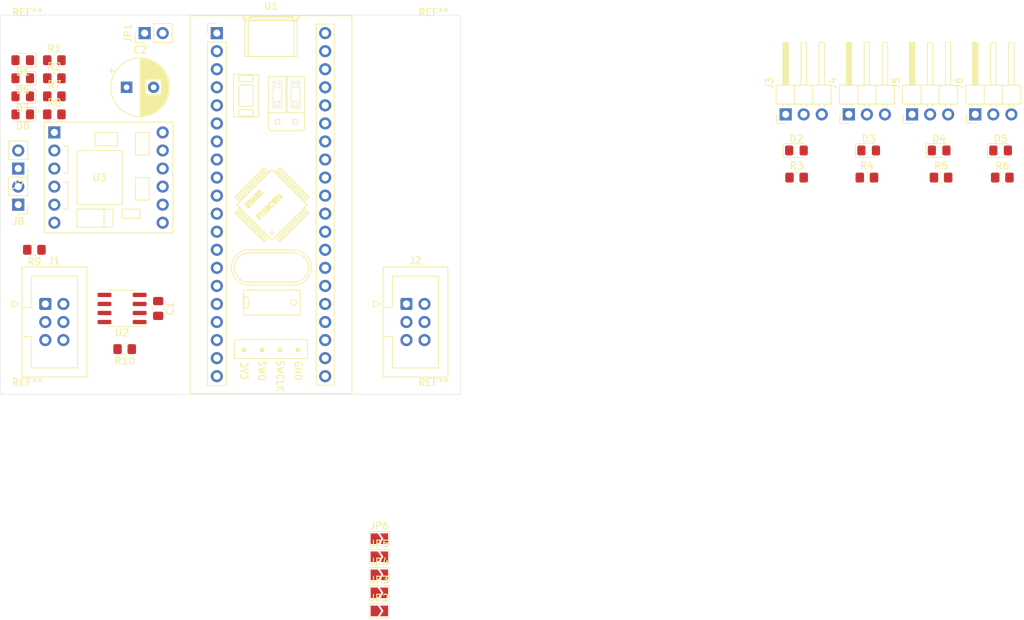
<source format=kicad_pcb>
(kicad_pcb (version 20171130) (host pcbnew 5.1.9-73d0e3b20d~88~ubuntu18.04.1)

  (general
    (thickness 1.6)
    (drawings 4)
    (tracks 0)
    (zones 0)
    (modules 41)
    (nets 55)
  )

  (page A4)
  (layers
    (0 F.Cu signal)
    (31 B.Cu signal)
    (32 B.Adhes user)
    (33 F.Adhes user)
    (34 B.Paste user)
    (35 F.Paste user)
    (36 B.SilkS user)
    (37 F.SilkS user)
    (38 B.Mask user)
    (39 F.Mask user)
    (40 Dwgs.User user)
    (41 Cmts.User user)
    (42 Eco1.User user)
    (43 Eco2.User user)
    (44 Edge.Cuts user)
    (45 Margin user)
    (46 B.CrtYd user)
    (47 F.CrtYd user)
    (48 B.Fab user hide)
    (49 F.Fab user hide)
  )

  (setup
    (last_trace_width 0.25)
    (trace_clearance 0.2)
    (zone_clearance 0.508)
    (zone_45_only no)
    (trace_min 0.2)
    (via_size 0.8)
    (via_drill 0.4)
    (via_min_size 0.4)
    (via_min_drill 0.3)
    (uvia_size 0.3)
    (uvia_drill 0.1)
    (uvias_allowed no)
    (uvia_min_size 0.2)
    (uvia_min_drill 0.1)
    (edge_width 0.05)
    (segment_width 0.2)
    (pcb_text_width 0.3)
    (pcb_text_size 1.5 1.5)
    (mod_edge_width 0.12)
    (mod_text_size 1 1)
    (mod_text_width 0.15)
    (pad_size 1.524 1.524)
    (pad_drill 0.762)
    (pad_to_mask_clearance 0)
    (aux_axis_origin 0 0)
    (visible_elements FFFFFF7F)
    (pcbplotparams
      (layerselection 0x010fc_ffffffff)
      (usegerberextensions false)
      (usegerberattributes true)
      (usegerberadvancedattributes true)
      (creategerberjobfile true)
      (excludeedgelayer true)
      (linewidth 0.100000)
      (plotframeref false)
      (viasonmask false)
      (mode 1)
      (useauxorigin false)
      (hpglpennumber 1)
      (hpglpenspeed 20)
      (hpglpendiameter 15.000000)
      (psnegative false)
      (psa4output false)
      (plotreference true)
      (plotvalue true)
      (plotinvisibletext false)
      (padsonsilk false)
      (subtractmaskfromsilk false)
      (outputformat 1)
      (mirror false)
      (drillshape 1)
      (scaleselection 1)
      (outputdirectory ""))
  )

  (net 0 "")
  (net 1 +5V)
  (net 2 "Net-(D1-Pad1)")
  (net 3 "Net-(D2-Pad1)")
  (net 4 +3V3)
  (net 5 "Net-(D3-Pad1)")
  (net 6 "Net-(D4-Pad1)")
  (net 7 "Net-(D5-Pad1)")
  (net 8 "Net-(D6-Pad1)")
  (net 9 "Net-(D7-Pad1)")
  (net 10 "Net-(D8-Pad1)")
  (net 11 /CANH)
  (net 12 GND)
  (net 13 /CANL)
  (net 14 "Net-(J3-Pad1)")
  (net 15 "Net-(J4-Pad1)")
  (net 16 "Net-(J5-Pad1)")
  (net 17 "Net-(J6-Pad1)")
  (net 18 "Net-(J7-Pad2)")
  (net 19 "Net-(J7-Pad1)")
  (net 20 "Net-(J8-Pad1)")
  (net 21 "Net-(J8-Pad2)")
  (net 22 "Net-(JP1-Pad2)")
  (net 23 "Net-(JP2-Pad1)")
  (net 24 "Net-(JP3-Pad1)")
  (net 25 "Net-(JP4-Pad1)")
  (net 26 "Net-(JP5-Pad1)")
  (net 27 "Net-(JP6-Pad1)")
  (net 28 "Net-(R2-Pad2)")
  (net 29 "Net-(R3-Pad2)")
  (net 30 "Net-(R4-Pad2)")
  (net 31 "Net-(R5-Pad2)")
  (net 32 "Net-(R6-Pad2)")
  (net 33 "Net-(R7-Pad2)")
  (net 34 "Net-(R8-Pad2)")
  (net 35 "Net-(R10-Pad2)")
  (net 36 "Net-(U1-Pad4)")
  (net 37 "Net-(U1-Pad5)")
  (net 38 "Net-(U1-Pad6)")
  (net 39 "Net-(U1-Pad7)")
  (net 40 "Net-(U1-Pad8)")
  (net 41 "Net-(U1-Pad9)")
  (net 42 "Net-(U1-Pad10)")
  (net 43 "Net-(U1-Pad11)")
  (net 44 "Net-(U1-Pad12)")
  (net 45 "Net-(U1-Pad13)")
  (net 46 "Net-(U1-Pad14)")
  (net 47 "Net-(U1-Pad15)")
  (net 48 /CANRX)
  (net 49 "Net-(U1-Pad24)")
  (net 50 /CANTX)
  (net 51 "Net-(U1-Pad23)")
  (net 52 "Net-(U1-Pad22)")
  (net 53 "Net-(U1-Pad21)")
  (net 54 "Net-(U2-Pad5)")

  (net_class Default "This is the default net class."
    (clearance 0.2)
    (trace_width 0.25)
    (via_dia 0.8)
    (via_drill 0.4)
    (uvia_dia 0.3)
    (uvia_drill 0.1)
    (add_net +3V3)
    (add_net +5V)
    (add_net /CANH)
    (add_net /CANL)
    (add_net /CANRX)
    (add_net /CANTX)
    (add_net GND)
    (add_net "Net-(D1-Pad1)")
    (add_net "Net-(D2-Pad1)")
    (add_net "Net-(D3-Pad1)")
    (add_net "Net-(D4-Pad1)")
    (add_net "Net-(D5-Pad1)")
    (add_net "Net-(D6-Pad1)")
    (add_net "Net-(D7-Pad1)")
    (add_net "Net-(D8-Pad1)")
    (add_net "Net-(J3-Pad1)")
    (add_net "Net-(J4-Pad1)")
    (add_net "Net-(J5-Pad1)")
    (add_net "Net-(J6-Pad1)")
    (add_net "Net-(J7-Pad1)")
    (add_net "Net-(J7-Pad2)")
    (add_net "Net-(J8-Pad1)")
    (add_net "Net-(J8-Pad2)")
    (add_net "Net-(JP1-Pad2)")
    (add_net "Net-(JP2-Pad1)")
    (add_net "Net-(JP3-Pad1)")
    (add_net "Net-(JP4-Pad1)")
    (add_net "Net-(JP5-Pad1)")
    (add_net "Net-(JP6-Pad1)")
    (add_net "Net-(R10-Pad2)")
    (add_net "Net-(R2-Pad2)")
    (add_net "Net-(R3-Pad2)")
    (add_net "Net-(R4-Pad2)")
    (add_net "Net-(R5-Pad2)")
    (add_net "Net-(R6-Pad2)")
    (add_net "Net-(R7-Pad2)")
    (add_net "Net-(R8-Pad2)")
    (add_net "Net-(U1-Pad10)")
    (add_net "Net-(U1-Pad11)")
    (add_net "Net-(U1-Pad12)")
    (add_net "Net-(U1-Pad13)")
    (add_net "Net-(U1-Pad14)")
    (add_net "Net-(U1-Pad15)")
    (add_net "Net-(U1-Pad21)")
    (add_net "Net-(U1-Pad22)")
    (add_net "Net-(U1-Pad23)")
    (add_net "Net-(U1-Pad24)")
    (add_net "Net-(U1-Pad4)")
    (add_net "Net-(U1-Pad5)")
    (add_net "Net-(U1-Pad6)")
    (add_net "Net-(U1-Pad7)")
    (add_net "Net-(U1-Pad8)")
    (add_net "Net-(U1-Pad9)")
    (add_net "Net-(U2-Pad5)")
  )

  (module MountingHole:MountingHole_3.2mm_M3 (layer F.Cu) (tedit 56D1B4CB) (tstamp 6029C0BC)
    (at 87.63 106.68)
    (descr "Mounting Hole 3.2mm, no annular, M3")
    (tags "mounting hole 3.2mm no annular m3")
    (attr virtual)
    (fp_text reference REF** (at 0 -4.2) (layer F.SilkS)
      (effects (font (size 1 1) (thickness 0.15)))
    )
    (fp_text value MountingHole_3.2mm_M3 (at 0 4.2) (layer F.Fab)
      (effects (font (size 1 1) (thickness 0.15)))
    )
    (fp_circle (center 0 0) (end 3.2 0) (layer Cmts.User) (width 0.15))
    (fp_circle (center 0 0) (end 3.45 0) (layer F.CrtYd) (width 0.05))
    (fp_text user %R (at 0.3 0) (layer F.Fab)
      (effects (font (size 1 1) (thickness 0.15)))
    )
    (pad 1 np_thru_hole circle (at 0 0) (size 3.2 3.2) (drill 3.2) (layers *.Cu *.Mask))
  )

  (module MountingHole:MountingHole_3.2mm_M3 (layer F.Cu) (tedit 56D1B4CB) (tstamp 6029C0BC)
    (at 30.48 106.68)
    (descr "Mounting Hole 3.2mm, no annular, M3")
    (tags "mounting hole 3.2mm no annular m3")
    (attr virtual)
    (fp_text reference REF** (at 0 -4.2) (layer F.SilkS)
      (effects (font (size 1 1) (thickness 0.15)))
    )
    (fp_text value MountingHole_3.2mm_M3 (at 0 4.2) (layer F.Fab)
      (effects (font (size 1 1) (thickness 0.15)))
    )
    (fp_circle (center 0 0) (end 3.2 0) (layer Cmts.User) (width 0.15))
    (fp_circle (center 0 0) (end 3.45 0) (layer F.CrtYd) (width 0.05))
    (fp_text user %R (at 0.3 0) (layer F.Fab)
      (effects (font (size 1 1) (thickness 0.15)))
    )
    (pad 1 np_thru_hole circle (at 0 0) (size 3.2 3.2) (drill 3.2) (layers *.Cu *.Mask))
  )

  (module MountingHole:MountingHole_3.2mm_M3 (layer F.Cu) (tedit 56D1B4CB) (tstamp 6029C0BC)
    (at 30.48 54.61)
    (descr "Mounting Hole 3.2mm, no annular, M3")
    (tags "mounting hole 3.2mm no annular m3")
    (attr virtual)
    (fp_text reference REF** (at 0 -4.2) (layer F.SilkS)
      (effects (font (size 1 1) (thickness 0.15)))
    )
    (fp_text value MountingHole_3.2mm_M3 (at 0 4.2) (layer F.Fab)
      (effects (font (size 1 1) (thickness 0.15)))
    )
    (fp_circle (center 0 0) (end 3.2 0) (layer Cmts.User) (width 0.15))
    (fp_circle (center 0 0) (end 3.45 0) (layer F.CrtYd) (width 0.05))
    (fp_text user %R (at 0.3 0) (layer F.Fab)
      (effects (font (size 1 1) (thickness 0.15)))
    )
    (pad 1 np_thru_hole circle (at 0 0) (size 3.2 3.2) (drill 3.2) (layers *.Cu *.Mask))
  )

  (module MountingHole:MountingHole_3.2mm_M3 (layer F.Cu) (tedit 56D1B4CB) (tstamp 6029C0A5)
    (at 87.63 54.61)
    (descr "Mounting Hole 3.2mm, no annular, M3")
    (tags "mounting hole 3.2mm no annular m3")
    (attr virtual)
    (fp_text reference REF** (at 0 -4.2) (layer F.SilkS)
      (effects (font (size 1 1) (thickness 0.15)))
    )
    (fp_text value MountingHole_3.2mm_M3 (at 0 4.2) (layer F.Fab)
      (effects (font (size 1 1) (thickness 0.15)))
    )
    (fp_text user %R (at 0.3 0) (layer F.Fab)
      (effects (font (size 1 1) (thickness 0.15)))
    )
    (fp_circle (center 0 0) (end 3.2 0) (layer Cmts.User) (width 0.15))
    (fp_circle (center 0 0) (end 3.45 0) (layer F.CrtYd) (width 0.05))
    (pad 1 np_thru_hole circle (at 0 0) (size 3.2 3.2) (drill 3.2) (layers *.Cu *.Mask))
  )

  (module Capacitor_THT:CP_Radial_D8.0mm_P3.80mm (layer F.Cu) (tedit 5AE50EF0) (tstamp 60299736)
    (at 44.45 60.96)
    (descr "CP, Radial series, Radial, pin pitch=3.80mm, , diameter=8mm, Electrolytic Capacitor")
    (tags "CP Radial series Radial pin pitch 3.80mm  diameter 8mm Electrolytic Capacitor")
    (path /6054B044)
    (fp_text reference C2 (at 1.9 -5.25) (layer F.SilkS)
      (effects (font (size 1 1) (thickness 0.15)))
    )
    (fp_text value CP (at 1.9 5.25) (layer F.Fab)
      (effects (font (size 1 1) (thickness 0.15)))
    )
    (fp_text user %R (at 1.9 0) (layer F.Fab)
      (effects (font (size 1 1) (thickness 0.15)))
    )
    (fp_circle (center 1.9 0) (end 5.9 0) (layer F.Fab) (width 0.1))
    (fp_circle (center 1.9 0) (end 6.02 0) (layer F.SilkS) (width 0.12))
    (fp_circle (center 1.9 0) (end 6.15 0) (layer F.CrtYd) (width 0.05))
    (fp_line (start -1.526759 -1.7475) (end -0.726759 -1.7475) (layer F.Fab) (width 0.1))
    (fp_line (start -1.126759 -2.1475) (end -1.126759 -1.3475) (layer F.Fab) (width 0.1))
    (fp_line (start 1.9 -4.08) (end 1.9 4.08) (layer F.SilkS) (width 0.12))
    (fp_line (start 1.94 -4.08) (end 1.94 4.08) (layer F.SilkS) (width 0.12))
    (fp_line (start 1.98 -4.08) (end 1.98 4.08) (layer F.SilkS) (width 0.12))
    (fp_line (start 2.02 -4.079) (end 2.02 4.079) (layer F.SilkS) (width 0.12))
    (fp_line (start 2.06 -4.077) (end 2.06 4.077) (layer F.SilkS) (width 0.12))
    (fp_line (start 2.1 -4.076) (end 2.1 4.076) (layer F.SilkS) (width 0.12))
    (fp_line (start 2.14 -4.074) (end 2.14 4.074) (layer F.SilkS) (width 0.12))
    (fp_line (start 2.18 -4.071) (end 2.18 4.071) (layer F.SilkS) (width 0.12))
    (fp_line (start 2.22 -4.068) (end 2.22 4.068) (layer F.SilkS) (width 0.12))
    (fp_line (start 2.26 -4.065) (end 2.26 4.065) (layer F.SilkS) (width 0.12))
    (fp_line (start 2.3 -4.061) (end 2.3 4.061) (layer F.SilkS) (width 0.12))
    (fp_line (start 2.34 -4.057) (end 2.34 4.057) (layer F.SilkS) (width 0.12))
    (fp_line (start 2.38 -4.052) (end 2.38 4.052) (layer F.SilkS) (width 0.12))
    (fp_line (start 2.42 -4.048) (end 2.42 4.048) (layer F.SilkS) (width 0.12))
    (fp_line (start 2.46 -4.042) (end 2.46 4.042) (layer F.SilkS) (width 0.12))
    (fp_line (start 2.5 -4.037) (end 2.5 4.037) (layer F.SilkS) (width 0.12))
    (fp_line (start 2.54 -4.03) (end 2.54 4.03) (layer F.SilkS) (width 0.12))
    (fp_line (start 2.58 -4.024) (end 2.58 4.024) (layer F.SilkS) (width 0.12))
    (fp_line (start 2.621 -4.017) (end 2.621 4.017) (layer F.SilkS) (width 0.12))
    (fp_line (start 2.661 -4.01) (end 2.661 4.01) (layer F.SilkS) (width 0.12))
    (fp_line (start 2.701 -4.002) (end 2.701 4.002) (layer F.SilkS) (width 0.12))
    (fp_line (start 2.741 -3.994) (end 2.741 3.994) (layer F.SilkS) (width 0.12))
    (fp_line (start 2.781 -3.985) (end 2.781 -1.04) (layer F.SilkS) (width 0.12))
    (fp_line (start 2.781 1.04) (end 2.781 3.985) (layer F.SilkS) (width 0.12))
    (fp_line (start 2.821 -3.976) (end 2.821 -1.04) (layer F.SilkS) (width 0.12))
    (fp_line (start 2.821 1.04) (end 2.821 3.976) (layer F.SilkS) (width 0.12))
    (fp_line (start 2.861 -3.967) (end 2.861 -1.04) (layer F.SilkS) (width 0.12))
    (fp_line (start 2.861 1.04) (end 2.861 3.967) (layer F.SilkS) (width 0.12))
    (fp_line (start 2.901 -3.957) (end 2.901 -1.04) (layer F.SilkS) (width 0.12))
    (fp_line (start 2.901 1.04) (end 2.901 3.957) (layer F.SilkS) (width 0.12))
    (fp_line (start 2.941 -3.947) (end 2.941 -1.04) (layer F.SilkS) (width 0.12))
    (fp_line (start 2.941 1.04) (end 2.941 3.947) (layer F.SilkS) (width 0.12))
    (fp_line (start 2.981 -3.936) (end 2.981 -1.04) (layer F.SilkS) (width 0.12))
    (fp_line (start 2.981 1.04) (end 2.981 3.936) (layer F.SilkS) (width 0.12))
    (fp_line (start 3.021 -3.925) (end 3.021 -1.04) (layer F.SilkS) (width 0.12))
    (fp_line (start 3.021 1.04) (end 3.021 3.925) (layer F.SilkS) (width 0.12))
    (fp_line (start 3.061 -3.914) (end 3.061 -1.04) (layer F.SilkS) (width 0.12))
    (fp_line (start 3.061 1.04) (end 3.061 3.914) (layer F.SilkS) (width 0.12))
    (fp_line (start 3.101 -3.902) (end 3.101 -1.04) (layer F.SilkS) (width 0.12))
    (fp_line (start 3.101 1.04) (end 3.101 3.902) (layer F.SilkS) (width 0.12))
    (fp_line (start 3.141 -3.889) (end 3.141 -1.04) (layer F.SilkS) (width 0.12))
    (fp_line (start 3.141 1.04) (end 3.141 3.889) (layer F.SilkS) (width 0.12))
    (fp_line (start 3.181 -3.877) (end 3.181 -1.04) (layer F.SilkS) (width 0.12))
    (fp_line (start 3.181 1.04) (end 3.181 3.877) (layer F.SilkS) (width 0.12))
    (fp_line (start 3.221 -3.863) (end 3.221 -1.04) (layer F.SilkS) (width 0.12))
    (fp_line (start 3.221 1.04) (end 3.221 3.863) (layer F.SilkS) (width 0.12))
    (fp_line (start 3.261 -3.85) (end 3.261 -1.04) (layer F.SilkS) (width 0.12))
    (fp_line (start 3.261 1.04) (end 3.261 3.85) (layer F.SilkS) (width 0.12))
    (fp_line (start 3.301 -3.835) (end 3.301 -1.04) (layer F.SilkS) (width 0.12))
    (fp_line (start 3.301 1.04) (end 3.301 3.835) (layer F.SilkS) (width 0.12))
    (fp_line (start 3.341 -3.821) (end 3.341 -1.04) (layer F.SilkS) (width 0.12))
    (fp_line (start 3.341 1.04) (end 3.341 3.821) (layer F.SilkS) (width 0.12))
    (fp_line (start 3.381 -3.805) (end 3.381 -1.04) (layer F.SilkS) (width 0.12))
    (fp_line (start 3.381 1.04) (end 3.381 3.805) (layer F.SilkS) (width 0.12))
    (fp_line (start 3.421 -3.79) (end 3.421 -1.04) (layer F.SilkS) (width 0.12))
    (fp_line (start 3.421 1.04) (end 3.421 3.79) (layer F.SilkS) (width 0.12))
    (fp_line (start 3.461 -3.774) (end 3.461 -1.04) (layer F.SilkS) (width 0.12))
    (fp_line (start 3.461 1.04) (end 3.461 3.774) (layer F.SilkS) (width 0.12))
    (fp_line (start 3.501 -3.757) (end 3.501 -1.04) (layer F.SilkS) (width 0.12))
    (fp_line (start 3.501 1.04) (end 3.501 3.757) (layer F.SilkS) (width 0.12))
    (fp_line (start 3.541 -3.74) (end 3.541 -1.04) (layer F.SilkS) (width 0.12))
    (fp_line (start 3.541 1.04) (end 3.541 3.74) (layer F.SilkS) (width 0.12))
    (fp_line (start 3.581 -3.722) (end 3.581 -1.04) (layer F.SilkS) (width 0.12))
    (fp_line (start 3.581 1.04) (end 3.581 3.722) (layer F.SilkS) (width 0.12))
    (fp_line (start 3.621 -3.704) (end 3.621 -1.04) (layer F.SilkS) (width 0.12))
    (fp_line (start 3.621 1.04) (end 3.621 3.704) (layer F.SilkS) (width 0.12))
    (fp_line (start 3.661 -3.686) (end 3.661 -1.04) (layer F.SilkS) (width 0.12))
    (fp_line (start 3.661 1.04) (end 3.661 3.686) (layer F.SilkS) (width 0.12))
    (fp_line (start 3.701 -3.666) (end 3.701 -1.04) (layer F.SilkS) (width 0.12))
    (fp_line (start 3.701 1.04) (end 3.701 3.666) (layer F.SilkS) (width 0.12))
    (fp_line (start 3.741 -3.647) (end 3.741 -1.04) (layer F.SilkS) (width 0.12))
    (fp_line (start 3.741 1.04) (end 3.741 3.647) (layer F.SilkS) (width 0.12))
    (fp_line (start 3.781 -3.627) (end 3.781 -1.04) (layer F.SilkS) (width 0.12))
    (fp_line (start 3.781 1.04) (end 3.781 3.627) (layer F.SilkS) (width 0.12))
    (fp_line (start 3.821 -3.606) (end 3.821 -1.04) (layer F.SilkS) (width 0.12))
    (fp_line (start 3.821 1.04) (end 3.821 3.606) (layer F.SilkS) (width 0.12))
    (fp_line (start 3.861 -3.584) (end 3.861 -1.04) (layer F.SilkS) (width 0.12))
    (fp_line (start 3.861 1.04) (end 3.861 3.584) (layer F.SilkS) (width 0.12))
    (fp_line (start 3.901 -3.562) (end 3.901 -1.04) (layer F.SilkS) (width 0.12))
    (fp_line (start 3.901 1.04) (end 3.901 3.562) (layer F.SilkS) (width 0.12))
    (fp_line (start 3.941 -3.54) (end 3.941 -1.04) (layer F.SilkS) (width 0.12))
    (fp_line (start 3.941 1.04) (end 3.941 3.54) (layer F.SilkS) (width 0.12))
    (fp_line (start 3.981 -3.517) (end 3.981 -1.04) (layer F.SilkS) (width 0.12))
    (fp_line (start 3.981 1.04) (end 3.981 3.517) (layer F.SilkS) (width 0.12))
    (fp_line (start 4.021 -3.493) (end 4.021 -1.04) (layer F.SilkS) (width 0.12))
    (fp_line (start 4.021 1.04) (end 4.021 3.493) (layer F.SilkS) (width 0.12))
    (fp_line (start 4.061 -3.469) (end 4.061 -1.04) (layer F.SilkS) (width 0.12))
    (fp_line (start 4.061 1.04) (end 4.061 3.469) (layer F.SilkS) (width 0.12))
    (fp_line (start 4.101 -3.444) (end 4.101 -1.04) (layer F.SilkS) (width 0.12))
    (fp_line (start 4.101 1.04) (end 4.101 3.444) (layer F.SilkS) (width 0.12))
    (fp_line (start 4.141 -3.418) (end 4.141 -1.04) (layer F.SilkS) (width 0.12))
    (fp_line (start 4.141 1.04) (end 4.141 3.418) (layer F.SilkS) (width 0.12))
    (fp_line (start 4.181 -3.392) (end 4.181 -1.04) (layer F.SilkS) (width 0.12))
    (fp_line (start 4.181 1.04) (end 4.181 3.392) (layer F.SilkS) (width 0.12))
    (fp_line (start 4.221 -3.365) (end 4.221 -1.04) (layer F.SilkS) (width 0.12))
    (fp_line (start 4.221 1.04) (end 4.221 3.365) (layer F.SilkS) (width 0.12))
    (fp_line (start 4.261 -3.338) (end 4.261 -1.04) (layer F.SilkS) (width 0.12))
    (fp_line (start 4.261 1.04) (end 4.261 3.338) (layer F.SilkS) (width 0.12))
    (fp_line (start 4.301 -3.309) (end 4.301 -1.04) (layer F.SilkS) (width 0.12))
    (fp_line (start 4.301 1.04) (end 4.301 3.309) (layer F.SilkS) (width 0.12))
    (fp_line (start 4.341 -3.28) (end 4.341 -1.04) (layer F.SilkS) (width 0.12))
    (fp_line (start 4.341 1.04) (end 4.341 3.28) (layer F.SilkS) (width 0.12))
    (fp_line (start 4.381 -3.25) (end 4.381 -1.04) (layer F.SilkS) (width 0.12))
    (fp_line (start 4.381 1.04) (end 4.381 3.25) (layer F.SilkS) (width 0.12))
    (fp_line (start 4.421 -3.22) (end 4.421 -1.04) (layer F.SilkS) (width 0.12))
    (fp_line (start 4.421 1.04) (end 4.421 3.22) (layer F.SilkS) (width 0.12))
    (fp_line (start 4.461 -3.189) (end 4.461 -1.04) (layer F.SilkS) (width 0.12))
    (fp_line (start 4.461 1.04) (end 4.461 3.189) (layer F.SilkS) (width 0.12))
    (fp_line (start 4.501 -3.156) (end 4.501 -1.04) (layer F.SilkS) (width 0.12))
    (fp_line (start 4.501 1.04) (end 4.501 3.156) (layer F.SilkS) (width 0.12))
    (fp_line (start 4.541 -3.124) (end 4.541 -1.04) (layer F.SilkS) (width 0.12))
    (fp_line (start 4.541 1.04) (end 4.541 3.124) (layer F.SilkS) (width 0.12))
    (fp_line (start 4.581 -3.09) (end 4.581 -1.04) (layer F.SilkS) (width 0.12))
    (fp_line (start 4.581 1.04) (end 4.581 3.09) (layer F.SilkS) (width 0.12))
    (fp_line (start 4.621 -3.055) (end 4.621 -1.04) (layer F.SilkS) (width 0.12))
    (fp_line (start 4.621 1.04) (end 4.621 3.055) (layer F.SilkS) (width 0.12))
    (fp_line (start 4.661 -3.019) (end 4.661 -1.04) (layer F.SilkS) (width 0.12))
    (fp_line (start 4.661 1.04) (end 4.661 3.019) (layer F.SilkS) (width 0.12))
    (fp_line (start 4.701 -2.983) (end 4.701 -1.04) (layer F.SilkS) (width 0.12))
    (fp_line (start 4.701 1.04) (end 4.701 2.983) (layer F.SilkS) (width 0.12))
    (fp_line (start 4.741 -2.945) (end 4.741 -1.04) (layer F.SilkS) (width 0.12))
    (fp_line (start 4.741 1.04) (end 4.741 2.945) (layer F.SilkS) (width 0.12))
    (fp_line (start 4.781 -2.907) (end 4.781 -1.04) (layer F.SilkS) (width 0.12))
    (fp_line (start 4.781 1.04) (end 4.781 2.907) (layer F.SilkS) (width 0.12))
    (fp_line (start 4.821 -2.867) (end 4.821 -1.04) (layer F.SilkS) (width 0.12))
    (fp_line (start 4.821 1.04) (end 4.821 2.867) (layer F.SilkS) (width 0.12))
    (fp_line (start 4.861 -2.826) (end 4.861 2.826) (layer F.SilkS) (width 0.12))
    (fp_line (start 4.901 -2.784) (end 4.901 2.784) (layer F.SilkS) (width 0.12))
    (fp_line (start 4.941 -2.741) (end 4.941 2.741) (layer F.SilkS) (width 0.12))
    (fp_line (start 4.981 -2.697) (end 4.981 2.697) (layer F.SilkS) (width 0.12))
    (fp_line (start 5.021 -2.651) (end 5.021 2.651) (layer F.SilkS) (width 0.12))
    (fp_line (start 5.061 -2.604) (end 5.061 2.604) (layer F.SilkS) (width 0.12))
    (fp_line (start 5.101 -2.556) (end 5.101 2.556) (layer F.SilkS) (width 0.12))
    (fp_line (start 5.141 -2.505) (end 5.141 2.505) (layer F.SilkS) (width 0.12))
    (fp_line (start 5.181 -2.454) (end 5.181 2.454) (layer F.SilkS) (width 0.12))
    (fp_line (start 5.221 -2.4) (end 5.221 2.4) (layer F.SilkS) (width 0.12))
    (fp_line (start 5.261 -2.345) (end 5.261 2.345) (layer F.SilkS) (width 0.12))
    (fp_line (start 5.301 -2.287) (end 5.301 2.287) (layer F.SilkS) (width 0.12))
    (fp_line (start 5.341 -2.228) (end 5.341 2.228) (layer F.SilkS) (width 0.12))
    (fp_line (start 5.381 -2.166) (end 5.381 2.166) (layer F.SilkS) (width 0.12))
    (fp_line (start 5.421 -2.102) (end 5.421 2.102) (layer F.SilkS) (width 0.12))
    (fp_line (start 5.461 -2.034) (end 5.461 2.034) (layer F.SilkS) (width 0.12))
    (fp_line (start 5.501 -1.964) (end 5.501 1.964) (layer F.SilkS) (width 0.12))
    (fp_line (start 5.541 -1.89) (end 5.541 1.89) (layer F.SilkS) (width 0.12))
    (fp_line (start 5.581 -1.813) (end 5.581 1.813) (layer F.SilkS) (width 0.12))
    (fp_line (start 5.621 -1.731) (end 5.621 1.731) (layer F.SilkS) (width 0.12))
    (fp_line (start 5.661 -1.645) (end 5.661 1.645) (layer F.SilkS) (width 0.12))
    (fp_line (start 5.701 -1.552) (end 5.701 1.552) (layer F.SilkS) (width 0.12))
    (fp_line (start 5.741 -1.453) (end 5.741 1.453) (layer F.SilkS) (width 0.12))
    (fp_line (start 5.781 -1.346) (end 5.781 1.346) (layer F.SilkS) (width 0.12))
    (fp_line (start 5.821 -1.229) (end 5.821 1.229) (layer F.SilkS) (width 0.12))
    (fp_line (start 5.861 -1.098) (end 5.861 1.098) (layer F.SilkS) (width 0.12))
    (fp_line (start 5.901 -0.948) (end 5.901 0.948) (layer F.SilkS) (width 0.12))
    (fp_line (start 5.941 -0.768) (end 5.941 0.768) (layer F.SilkS) (width 0.12))
    (fp_line (start 5.981 -0.533) (end 5.981 0.533) (layer F.SilkS) (width 0.12))
    (fp_line (start -2.509698 -2.315) (end -1.709698 -2.315) (layer F.SilkS) (width 0.12))
    (fp_line (start -2.109698 -2.715) (end -2.109698 -1.915) (layer F.SilkS) (width 0.12))
    (pad 2 thru_hole circle (at 3.8 0) (size 1.6 1.6) (drill 0.8) (layers *.Cu *.Mask)
      (net 12 GND))
    (pad 1 thru_hole rect (at 0 0) (size 1.6 1.6) (drill 0.8) (layers *.Cu *.Mask)
      (net 1 +5V))
    (model ${KISYS3DMOD}/Capacitor_THT.3dshapes/CP_Radial_D8.0mm_P3.80mm.wrl
      (at (xyz 0 0 0))
      (scale (xyz 1 1 1))
      (rotate (xyz 0 0 0))
    )
  )

  (module Capacitor_SMD:C_0805_2012Metric_Pad1.18x1.45mm_HandSolder (layer F.Cu) (tedit 5F68FEEF) (tstamp 602983F5)
    (at 48.895 92.075 270)
    (descr "Capacitor SMD 0805 (2012 Metric), square (rectangular) end terminal, IPC_7351 nominal with elongated pad for handsoldering. (Body size source: IPC-SM-782 page 76, https://www.pcb-3d.com/wordpress/wp-content/uploads/ipc-sm-782a_amendment_1_and_2.pdf, https://docs.google.com/spreadsheets/d/1BsfQQcO9C6DZCsRaXUlFlo91Tg2WpOkGARC1WS5S8t0/edit?usp=sharing), generated with kicad-footprint-generator")
    (tags "capacitor handsolder")
    (path /6053B4DB)
    (attr smd)
    (fp_text reference C1 (at 0 -1.68 90) (layer F.SilkS)
      (effects (font (size 1 1) (thickness 0.15)))
    )
    (fp_text value 100n (at 0 1.68 90) (layer F.Fab)
      (effects (font (size 1 1) (thickness 0.15)))
    )
    (fp_text user %R (at 0 0 90) (layer F.Fab)
      (effects (font (size 0.5 0.5) (thickness 0.08)))
    )
    (fp_line (start -1 0.625) (end -1 -0.625) (layer F.Fab) (width 0.1))
    (fp_line (start -1 -0.625) (end 1 -0.625) (layer F.Fab) (width 0.1))
    (fp_line (start 1 -0.625) (end 1 0.625) (layer F.Fab) (width 0.1))
    (fp_line (start 1 0.625) (end -1 0.625) (layer F.Fab) (width 0.1))
    (fp_line (start -0.261252 -0.735) (end 0.261252 -0.735) (layer F.SilkS) (width 0.12))
    (fp_line (start -0.261252 0.735) (end 0.261252 0.735) (layer F.SilkS) (width 0.12))
    (fp_line (start -1.88 0.98) (end -1.88 -0.98) (layer F.CrtYd) (width 0.05))
    (fp_line (start -1.88 -0.98) (end 1.88 -0.98) (layer F.CrtYd) (width 0.05))
    (fp_line (start 1.88 -0.98) (end 1.88 0.98) (layer F.CrtYd) (width 0.05))
    (fp_line (start 1.88 0.98) (end -1.88 0.98) (layer F.CrtYd) (width 0.05))
    (pad 2 smd roundrect (at 1.0375 0 270) (size 1.175 1.45) (layers F.Cu F.Paste F.Mask) (roundrect_rratio 0.212766)
      (net 12 GND))
    (pad 1 smd roundrect (at -1.0375 0 270) (size 1.175 1.45) (layers F.Cu F.Paste F.Mask) (roundrect_rratio 0.212766)
      (net 4 +3V3))
    (model ${KISYS3DMOD}/Capacitor_SMD.3dshapes/C_0805_2012Metric.wrl
      (at (xyz 0 0 0))
      (scale (xyz 1 1 1))
      (rotate (xyz 0 0 0))
    )
  )

  (module LED_SMD:LED_0805_2012Metric_Pad1.15x1.40mm_HandSolder (layer F.Cu) (tedit 5F68FEF1) (tstamp 6029BBA2)
    (at 29.845 57.15 180)
    (descr "LED SMD 0805 (2012 Metric), square (rectangular) end terminal, IPC_7351 nominal, (Body size source: https://docs.google.com/spreadsheets/d/1BsfQQcO9C6DZCsRaXUlFlo91Tg2WpOkGARC1WS5S8t0/edit?usp=sharing), generated with kicad-footprint-generator")
    (tags "LED handsolder")
    (path /60304FD2)
    (attr smd)
    (fp_text reference D1 (at 0 -1.65) (layer F.SilkS)
      (effects (font (size 1 1) (thickness 0.15)))
    )
    (fp_text value LED (at 0 1.65) (layer F.Fab)
      (effects (font (size 1 1) (thickness 0.15)))
    )
    (fp_text user %R (at 0 0) (layer F.Fab)
      (effects (font (size 0.5 0.5) (thickness 0.08)))
    )
    (fp_line (start 1 -0.6) (end -0.7 -0.6) (layer F.Fab) (width 0.1))
    (fp_line (start -0.7 -0.6) (end -1 -0.3) (layer F.Fab) (width 0.1))
    (fp_line (start -1 -0.3) (end -1 0.6) (layer F.Fab) (width 0.1))
    (fp_line (start -1 0.6) (end 1 0.6) (layer F.Fab) (width 0.1))
    (fp_line (start 1 0.6) (end 1 -0.6) (layer F.Fab) (width 0.1))
    (fp_line (start 1 -0.96) (end -1.86 -0.96) (layer F.SilkS) (width 0.12))
    (fp_line (start -1.86 -0.96) (end -1.86 0.96) (layer F.SilkS) (width 0.12))
    (fp_line (start -1.86 0.96) (end 1 0.96) (layer F.SilkS) (width 0.12))
    (fp_line (start -1.85 0.95) (end -1.85 -0.95) (layer F.CrtYd) (width 0.05))
    (fp_line (start -1.85 -0.95) (end 1.85 -0.95) (layer F.CrtYd) (width 0.05))
    (fp_line (start 1.85 -0.95) (end 1.85 0.95) (layer F.CrtYd) (width 0.05))
    (fp_line (start 1.85 0.95) (end -1.85 0.95) (layer F.CrtYd) (width 0.05))
    (pad 2 smd roundrect (at 1.025 0 180) (size 1.15 1.4) (layers F.Cu F.Paste F.Mask) (roundrect_rratio 0.217391)
      (net 1 +5V))
    (pad 1 smd roundrect (at -1.025 0 180) (size 1.15 1.4) (layers F.Cu F.Paste F.Mask) (roundrect_rratio 0.217391)
      (net 2 "Net-(D1-Pad1)"))
    (model ${KISYS3DMOD}/LED_SMD.3dshapes/LED_0805_2012Metric.wrl
      (at (xyz 0 0 0))
      (scale (xyz 1 1 1))
      (rotate (xyz 0 0 0))
    )
  )

  (module LED_SMD:LED_0805_2012Metric_Pad1.15x1.40mm_HandSolder (layer F.Cu) (tedit 5F68FEF1) (tstamp 60294DE3)
    (at 138.675 69.85)
    (descr "LED SMD 0805 (2012 Metric), square (rectangular) end terminal, IPC_7351 nominal, (Body size source: https://docs.google.com/spreadsheets/d/1BsfQQcO9C6DZCsRaXUlFlo91Tg2WpOkGARC1WS5S8t0/edit?usp=sharing), generated with kicad-footprint-generator")
    (tags "LED handsolder")
    (path /60315EC6)
    (attr smd)
    (fp_text reference D2 (at 0 -1.65) (layer F.SilkS)
      (effects (font (size 1 1) (thickness 0.15)))
    )
    (fp_text value LED (at 0 1.65) (layer F.Fab)
      (effects (font (size 1 1) (thickness 0.15)))
    )
    (fp_line (start 1.85 0.95) (end -1.85 0.95) (layer F.CrtYd) (width 0.05))
    (fp_line (start 1.85 -0.95) (end 1.85 0.95) (layer F.CrtYd) (width 0.05))
    (fp_line (start -1.85 -0.95) (end 1.85 -0.95) (layer F.CrtYd) (width 0.05))
    (fp_line (start -1.85 0.95) (end -1.85 -0.95) (layer F.CrtYd) (width 0.05))
    (fp_line (start -1.86 0.96) (end 1 0.96) (layer F.SilkS) (width 0.12))
    (fp_line (start -1.86 -0.96) (end -1.86 0.96) (layer F.SilkS) (width 0.12))
    (fp_line (start 1 -0.96) (end -1.86 -0.96) (layer F.SilkS) (width 0.12))
    (fp_line (start 1 0.6) (end 1 -0.6) (layer F.Fab) (width 0.1))
    (fp_line (start -1 0.6) (end 1 0.6) (layer F.Fab) (width 0.1))
    (fp_line (start -1 -0.3) (end -1 0.6) (layer F.Fab) (width 0.1))
    (fp_line (start -0.7 -0.6) (end -1 -0.3) (layer F.Fab) (width 0.1))
    (fp_line (start 1 -0.6) (end -0.7 -0.6) (layer F.Fab) (width 0.1))
    (fp_text user %R (at 0 0) (layer F.Fab)
      (effects (font (size 0.5 0.5) (thickness 0.08)))
    )
    (pad 1 smd roundrect (at -1.025 0) (size 1.15 1.4) (layers F.Cu F.Paste F.Mask) (roundrect_rratio 0.217391)
      (net 3 "Net-(D2-Pad1)"))
    (pad 2 smd roundrect (at 1.025 0) (size 1.15 1.4) (layers F.Cu F.Paste F.Mask) (roundrect_rratio 0.217391)
      (net 4 +3V3))
    (model ${KISYS3DMOD}/LED_SMD.3dshapes/LED_0805_2012Metric.wrl
      (at (xyz 0 0 0))
      (scale (xyz 1 1 1))
      (rotate (xyz 0 0 0))
    )
  )

  (module LED_SMD:LED_0805_2012Metric_Pad1.15x1.40mm_HandSolder (layer F.Cu) (tedit 5F68FEF1) (tstamp 6029A35F)
    (at 148.835 69.85)
    (descr "LED SMD 0805 (2012 Metric), square (rectangular) end terminal, IPC_7351 nominal, (Body size source: https://docs.google.com/spreadsheets/d/1BsfQQcO9C6DZCsRaXUlFlo91Tg2WpOkGARC1WS5S8t0/edit?usp=sharing), generated with kicad-footprint-generator")
    (tags "LED handsolder")
    (path /60322772)
    (attr smd)
    (fp_text reference D3 (at 0 -1.65) (layer F.SilkS)
      (effects (font (size 1 1) (thickness 0.15)))
    )
    (fp_text value LED (at 0 1.65) (layer F.Fab)
      (effects (font (size 1 1) (thickness 0.15)))
    )
    (fp_text user %R (at 0 0) (layer F.Fab)
      (effects (font (size 0.5 0.5) (thickness 0.08)))
    )
    (fp_line (start 1 -0.6) (end -0.7 -0.6) (layer F.Fab) (width 0.1))
    (fp_line (start -0.7 -0.6) (end -1 -0.3) (layer F.Fab) (width 0.1))
    (fp_line (start -1 -0.3) (end -1 0.6) (layer F.Fab) (width 0.1))
    (fp_line (start -1 0.6) (end 1 0.6) (layer F.Fab) (width 0.1))
    (fp_line (start 1 0.6) (end 1 -0.6) (layer F.Fab) (width 0.1))
    (fp_line (start 1 -0.96) (end -1.86 -0.96) (layer F.SilkS) (width 0.12))
    (fp_line (start -1.86 -0.96) (end -1.86 0.96) (layer F.SilkS) (width 0.12))
    (fp_line (start -1.86 0.96) (end 1 0.96) (layer F.SilkS) (width 0.12))
    (fp_line (start -1.85 0.95) (end -1.85 -0.95) (layer F.CrtYd) (width 0.05))
    (fp_line (start -1.85 -0.95) (end 1.85 -0.95) (layer F.CrtYd) (width 0.05))
    (fp_line (start 1.85 -0.95) (end 1.85 0.95) (layer F.CrtYd) (width 0.05))
    (fp_line (start 1.85 0.95) (end -1.85 0.95) (layer F.CrtYd) (width 0.05))
    (pad 2 smd roundrect (at 1.025 0) (size 1.15 1.4) (layers F.Cu F.Paste F.Mask) (roundrect_rratio 0.217391)
      (net 4 +3V3))
    (pad 1 smd roundrect (at -1.025 0) (size 1.15 1.4) (layers F.Cu F.Paste F.Mask) (roundrect_rratio 0.217391)
      (net 5 "Net-(D3-Pad1)"))
    (model ${KISYS3DMOD}/LED_SMD.3dshapes/LED_0805_2012Metric.wrl
      (at (xyz 0 0 0))
      (scale (xyz 1 1 1))
      (rotate (xyz 0 0 0))
    )
  )

  (module LED_SMD:LED_0805_2012Metric_Pad1.15x1.40mm_HandSolder (layer F.Cu) (tedit 5F68FEF1) (tstamp 60294E09)
    (at 158.75 69.85)
    (descr "LED SMD 0805 (2012 Metric), square (rectangular) end terminal, IPC_7351 nominal, (Body size source: https://docs.google.com/spreadsheets/d/1BsfQQcO9C6DZCsRaXUlFlo91Tg2WpOkGARC1WS5S8t0/edit?usp=sharing), generated with kicad-footprint-generator")
    (tags "LED handsolder")
    (path /6032C5E6)
    (attr smd)
    (fp_text reference D4 (at 0 -1.65) (layer F.SilkS)
      (effects (font (size 1 1) (thickness 0.15)))
    )
    (fp_text value LED (at 0 1.65) (layer F.Fab)
      (effects (font (size 1 1) (thickness 0.15)))
    )
    (fp_line (start 1.85 0.95) (end -1.85 0.95) (layer F.CrtYd) (width 0.05))
    (fp_line (start 1.85 -0.95) (end 1.85 0.95) (layer F.CrtYd) (width 0.05))
    (fp_line (start -1.85 -0.95) (end 1.85 -0.95) (layer F.CrtYd) (width 0.05))
    (fp_line (start -1.85 0.95) (end -1.85 -0.95) (layer F.CrtYd) (width 0.05))
    (fp_line (start -1.86 0.96) (end 1 0.96) (layer F.SilkS) (width 0.12))
    (fp_line (start -1.86 -0.96) (end -1.86 0.96) (layer F.SilkS) (width 0.12))
    (fp_line (start 1 -0.96) (end -1.86 -0.96) (layer F.SilkS) (width 0.12))
    (fp_line (start 1 0.6) (end 1 -0.6) (layer F.Fab) (width 0.1))
    (fp_line (start -1 0.6) (end 1 0.6) (layer F.Fab) (width 0.1))
    (fp_line (start -1 -0.3) (end -1 0.6) (layer F.Fab) (width 0.1))
    (fp_line (start -0.7 -0.6) (end -1 -0.3) (layer F.Fab) (width 0.1))
    (fp_line (start 1 -0.6) (end -0.7 -0.6) (layer F.Fab) (width 0.1))
    (fp_text user %R (at 0 0) (layer F.Fab)
      (effects (font (size 0.5 0.5) (thickness 0.08)))
    )
    (pad 1 smd roundrect (at -1.025 0) (size 1.15 1.4) (layers F.Cu F.Paste F.Mask) (roundrect_rratio 0.217391)
      (net 6 "Net-(D4-Pad1)"))
    (pad 2 smd roundrect (at 1.025 0) (size 1.15 1.4) (layers F.Cu F.Paste F.Mask) (roundrect_rratio 0.217391)
      (net 4 +3V3))
    (model ${KISYS3DMOD}/LED_SMD.3dshapes/LED_0805_2012Metric.wrl
      (at (xyz 0 0 0))
      (scale (xyz 1 1 1))
      (rotate (xyz 0 0 0))
    )
  )

  (module LED_SMD:LED_0805_2012Metric_Pad1.15x1.40mm_HandSolder (layer F.Cu) (tedit 5F68FEF1) (tstamp 60294E1C)
    (at 167.395 69.85)
    (descr "LED SMD 0805 (2012 Metric), square (rectangular) end terminal, IPC_7351 nominal, (Body size source: https://docs.google.com/spreadsheets/d/1BsfQQcO9C6DZCsRaXUlFlo91Tg2WpOkGARC1WS5S8t0/edit?usp=sharing), generated with kicad-footprint-generator")
    (tags "LED handsolder")
    (path /6032C606)
    (attr smd)
    (fp_text reference D5 (at 0 -1.65) (layer F.SilkS)
      (effects (font (size 1 1) (thickness 0.15)))
    )
    (fp_text value LED (at 0 1.65) (layer F.Fab)
      (effects (font (size 1 1) (thickness 0.15)))
    )
    (fp_text user %R (at 0 0) (layer F.Fab)
      (effects (font (size 0.5 0.5) (thickness 0.08)))
    )
    (fp_line (start 1 -0.6) (end -0.7 -0.6) (layer F.Fab) (width 0.1))
    (fp_line (start -0.7 -0.6) (end -1 -0.3) (layer F.Fab) (width 0.1))
    (fp_line (start -1 -0.3) (end -1 0.6) (layer F.Fab) (width 0.1))
    (fp_line (start -1 0.6) (end 1 0.6) (layer F.Fab) (width 0.1))
    (fp_line (start 1 0.6) (end 1 -0.6) (layer F.Fab) (width 0.1))
    (fp_line (start 1 -0.96) (end -1.86 -0.96) (layer F.SilkS) (width 0.12))
    (fp_line (start -1.86 -0.96) (end -1.86 0.96) (layer F.SilkS) (width 0.12))
    (fp_line (start -1.86 0.96) (end 1 0.96) (layer F.SilkS) (width 0.12))
    (fp_line (start -1.85 0.95) (end -1.85 -0.95) (layer F.CrtYd) (width 0.05))
    (fp_line (start -1.85 -0.95) (end 1.85 -0.95) (layer F.CrtYd) (width 0.05))
    (fp_line (start 1.85 -0.95) (end 1.85 0.95) (layer F.CrtYd) (width 0.05))
    (fp_line (start 1.85 0.95) (end -1.85 0.95) (layer F.CrtYd) (width 0.05))
    (pad 2 smd roundrect (at 1.025 0) (size 1.15 1.4) (layers F.Cu F.Paste F.Mask) (roundrect_rratio 0.217391)
      (net 4 +3V3))
    (pad 1 smd roundrect (at -1.025 0) (size 1.15 1.4) (layers F.Cu F.Paste F.Mask) (roundrect_rratio 0.217391)
      (net 7 "Net-(D5-Pad1)"))
    (model ${KISYS3DMOD}/LED_SMD.3dshapes/LED_0805_2012Metric.wrl
      (at (xyz 0 0 0))
      (scale (xyz 1 1 1))
      (rotate (xyz 0 0 0))
    )
  )

  (module LED_SMD:LED_0805_2012Metric_Pad1.15x1.40mm_HandSolder (layer F.Cu) (tedit 5F68FEF1) (tstamp 6029B92D)
    (at 29.845 59.69 180)
    (descr "LED SMD 0805 (2012 Metric), square (rectangular) end terminal, IPC_7351 nominal, (Body size source: https://docs.google.com/spreadsheets/d/1BsfQQcO9C6DZCsRaXUlFlo91Tg2WpOkGARC1WS5S8t0/edit?usp=sharing), generated with kicad-footprint-generator")
    (tags "LED handsolder")
    (path /602C97B4)
    (attr smd)
    (fp_text reference D6 (at 0 -1.65) (layer F.SilkS)
      (effects (font (size 1 1) (thickness 0.15)))
    )
    (fp_text value LED (at 0 1.65) (layer F.Fab)
      (effects (font (size 1 1) (thickness 0.15)))
    )
    (fp_line (start 1.85 0.95) (end -1.85 0.95) (layer F.CrtYd) (width 0.05))
    (fp_line (start 1.85 -0.95) (end 1.85 0.95) (layer F.CrtYd) (width 0.05))
    (fp_line (start -1.85 -0.95) (end 1.85 -0.95) (layer F.CrtYd) (width 0.05))
    (fp_line (start -1.85 0.95) (end -1.85 -0.95) (layer F.CrtYd) (width 0.05))
    (fp_line (start -1.86 0.96) (end 1 0.96) (layer F.SilkS) (width 0.12))
    (fp_line (start -1.86 -0.96) (end -1.86 0.96) (layer F.SilkS) (width 0.12))
    (fp_line (start 1 -0.96) (end -1.86 -0.96) (layer F.SilkS) (width 0.12))
    (fp_line (start 1 0.6) (end 1 -0.6) (layer F.Fab) (width 0.1))
    (fp_line (start -1 0.6) (end 1 0.6) (layer F.Fab) (width 0.1))
    (fp_line (start -1 -0.3) (end -1 0.6) (layer F.Fab) (width 0.1))
    (fp_line (start -0.7 -0.6) (end -1 -0.3) (layer F.Fab) (width 0.1))
    (fp_line (start 1 -0.6) (end -0.7 -0.6) (layer F.Fab) (width 0.1))
    (fp_text user %R (at 0 0) (layer F.Fab)
      (effects (font (size 0.5 0.5) (thickness 0.08)))
    )
    (pad 1 smd roundrect (at -1.025 0 180) (size 1.15 1.4) (layers F.Cu F.Paste F.Mask) (roundrect_rratio 0.217391)
      (net 8 "Net-(D6-Pad1)"))
    (pad 2 smd roundrect (at 1.025 0 180) (size 1.15 1.4) (layers F.Cu F.Paste F.Mask) (roundrect_rratio 0.217391)
      (net 4 +3V3))
    (model ${KISYS3DMOD}/LED_SMD.3dshapes/LED_0805_2012Metric.wrl
      (at (xyz 0 0 0))
      (scale (xyz 1 1 1))
      (rotate (xyz 0 0 0))
    )
  )

  (module LED_SMD:LED_0805_2012Metric_Pad1.15x1.40mm_HandSolder (layer F.Cu) (tedit 5F68FEF1) (tstamp 6029BA62)
    (at 29.845 62.23 180)
    (descr "LED SMD 0805 (2012 Metric), square (rectangular) end terminal, IPC_7351 nominal, (Body size source: https://docs.google.com/spreadsheets/d/1BsfQQcO9C6DZCsRaXUlFlo91Tg2WpOkGARC1WS5S8t0/edit?usp=sharing), generated with kicad-footprint-generator")
    (tags "LED handsolder")
    (path /602ECD05)
    (attr smd)
    (fp_text reference D7 (at 0 -1.65) (layer F.SilkS)
      (effects (font (size 1 1) (thickness 0.15)))
    )
    (fp_text value LED (at 0 1.65) (layer F.Fab)
      (effects (font (size 1 1) (thickness 0.15)))
    )
    (fp_text user %R (at 0 0) (layer F.Fab)
      (effects (font (size 0.5 0.5) (thickness 0.08)))
    )
    (fp_line (start 1 -0.6) (end -0.7 -0.6) (layer F.Fab) (width 0.1))
    (fp_line (start -0.7 -0.6) (end -1 -0.3) (layer F.Fab) (width 0.1))
    (fp_line (start -1 -0.3) (end -1 0.6) (layer F.Fab) (width 0.1))
    (fp_line (start -1 0.6) (end 1 0.6) (layer F.Fab) (width 0.1))
    (fp_line (start 1 0.6) (end 1 -0.6) (layer F.Fab) (width 0.1))
    (fp_line (start 1 -0.96) (end -1.86 -0.96) (layer F.SilkS) (width 0.12))
    (fp_line (start -1.86 -0.96) (end -1.86 0.96) (layer F.SilkS) (width 0.12))
    (fp_line (start -1.86 0.96) (end 1 0.96) (layer F.SilkS) (width 0.12))
    (fp_line (start -1.85 0.95) (end -1.85 -0.95) (layer F.CrtYd) (width 0.05))
    (fp_line (start -1.85 -0.95) (end 1.85 -0.95) (layer F.CrtYd) (width 0.05))
    (fp_line (start 1.85 -0.95) (end 1.85 0.95) (layer F.CrtYd) (width 0.05))
    (fp_line (start 1.85 0.95) (end -1.85 0.95) (layer F.CrtYd) (width 0.05))
    (pad 2 smd roundrect (at 1.025 0 180) (size 1.15 1.4) (layers F.Cu F.Paste F.Mask) (roundrect_rratio 0.217391)
      (net 4 +3V3))
    (pad 1 smd roundrect (at -1.025 0 180) (size 1.15 1.4) (layers F.Cu F.Paste F.Mask) (roundrect_rratio 0.217391)
      (net 9 "Net-(D7-Pad1)"))
    (model ${KISYS3DMOD}/LED_SMD.3dshapes/LED_0805_2012Metric.wrl
      (at (xyz 0 0 0))
      (scale (xyz 1 1 1))
      (rotate (xyz 0 0 0))
    )
  )

  (module LED_SMD:LED_0805_2012Metric_Pad1.15x1.40mm_HandSolder (layer F.Cu) (tedit 5F68FEF1) (tstamp 6029BA2C)
    (at 29.845 64.77 180)
    (descr "LED SMD 0805 (2012 Metric), square (rectangular) end terminal, IPC_7351 nominal, (Body size source: https://docs.google.com/spreadsheets/d/1BsfQQcO9C6DZCsRaXUlFlo91Tg2WpOkGARC1WS5S8t0/edit?usp=sharing), generated with kicad-footprint-generator")
    (tags "LED handsolder")
    (path /602F6A9E)
    (attr smd)
    (fp_text reference D8 (at 0 -1.65) (layer F.SilkS)
      (effects (font (size 1 1) (thickness 0.15)))
    )
    (fp_text value LED (at 0 1.65) (layer F.Fab)
      (effects (font (size 1 1) (thickness 0.15)))
    )
    (fp_line (start 1.85 0.95) (end -1.85 0.95) (layer F.CrtYd) (width 0.05))
    (fp_line (start 1.85 -0.95) (end 1.85 0.95) (layer F.CrtYd) (width 0.05))
    (fp_line (start -1.85 -0.95) (end 1.85 -0.95) (layer F.CrtYd) (width 0.05))
    (fp_line (start -1.85 0.95) (end -1.85 -0.95) (layer F.CrtYd) (width 0.05))
    (fp_line (start -1.86 0.96) (end 1 0.96) (layer F.SilkS) (width 0.12))
    (fp_line (start -1.86 -0.96) (end -1.86 0.96) (layer F.SilkS) (width 0.12))
    (fp_line (start 1 -0.96) (end -1.86 -0.96) (layer F.SilkS) (width 0.12))
    (fp_line (start 1 0.6) (end 1 -0.6) (layer F.Fab) (width 0.1))
    (fp_line (start -1 0.6) (end 1 0.6) (layer F.Fab) (width 0.1))
    (fp_line (start -1 -0.3) (end -1 0.6) (layer F.Fab) (width 0.1))
    (fp_line (start -0.7 -0.6) (end -1 -0.3) (layer F.Fab) (width 0.1))
    (fp_line (start 1 -0.6) (end -0.7 -0.6) (layer F.Fab) (width 0.1))
    (fp_text user %R (at 0 0) (layer F.Fab)
      (effects (font (size 0.5 0.5) (thickness 0.08)))
    )
    (pad 1 smd roundrect (at -1.025 0 180) (size 1.15 1.4) (layers F.Cu F.Paste F.Mask) (roundrect_rratio 0.217391)
      (net 10 "Net-(D8-Pad1)"))
    (pad 2 smd roundrect (at 1.025 0 180) (size 1.15 1.4) (layers F.Cu F.Paste F.Mask) (roundrect_rratio 0.217391)
      (net 4 +3V3))
    (model ${KISYS3DMOD}/LED_SMD.3dshapes/LED_0805_2012Metric.wrl
      (at (xyz 0 0 0))
      (scale (xyz 1 1 1))
      (rotate (xyz 0 0 0))
    )
  )

  (module Connector_IDC:IDC-Header_2x03_P2.54mm_Vertical (layer F.Cu) (tedit 5EAC9A07) (tstamp 6029B83E)
    (at 33.02 91.44)
    (descr "Through hole IDC box header, 2x03, 2.54mm pitch, DIN 41651 / IEC 60603-13, double rows, https://docs.google.com/spreadsheets/d/16SsEcesNF15N3Lb4niX7dcUr-NY5_MFPQhobNuNppn4/edit#gid=0")
    (tags "Through hole vertical IDC box header THT 2x03 2.54mm double row")
    (path /6028A4B7)
    (fp_text reference J1 (at 1.27 -6.1) (layer F.SilkS)
      (effects (font (size 1 1) (thickness 0.15)))
    )
    (fp_text value Conn_02x03_Odd_Even (at 1.27 11.18) (layer F.Fab)
      (effects (font (size 1 1) (thickness 0.15)))
    )
    (fp_text user %R (at 1.27 2.54 90) (layer F.Fab)
      (effects (font (size 1 1) (thickness 0.15)))
    )
    (fp_line (start -3.18 -4.1) (end -2.18 -5.1) (layer F.Fab) (width 0.1))
    (fp_line (start -2.18 -5.1) (end 5.72 -5.1) (layer F.Fab) (width 0.1))
    (fp_line (start 5.72 -5.1) (end 5.72 10.18) (layer F.Fab) (width 0.1))
    (fp_line (start 5.72 10.18) (end -3.18 10.18) (layer F.Fab) (width 0.1))
    (fp_line (start -3.18 10.18) (end -3.18 -4.1) (layer F.Fab) (width 0.1))
    (fp_line (start -3.18 0.49) (end -1.98 0.49) (layer F.Fab) (width 0.1))
    (fp_line (start -1.98 0.49) (end -1.98 -3.91) (layer F.Fab) (width 0.1))
    (fp_line (start -1.98 -3.91) (end 4.52 -3.91) (layer F.Fab) (width 0.1))
    (fp_line (start 4.52 -3.91) (end 4.52 8.99) (layer F.Fab) (width 0.1))
    (fp_line (start 4.52 8.99) (end -1.98 8.99) (layer F.Fab) (width 0.1))
    (fp_line (start -1.98 8.99) (end -1.98 4.59) (layer F.Fab) (width 0.1))
    (fp_line (start -1.98 4.59) (end -1.98 4.59) (layer F.Fab) (width 0.1))
    (fp_line (start -1.98 4.59) (end -3.18 4.59) (layer F.Fab) (width 0.1))
    (fp_line (start -3.29 -5.21) (end 5.83 -5.21) (layer F.SilkS) (width 0.12))
    (fp_line (start 5.83 -5.21) (end 5.83 10.29) (layer F.SilkS) (width 0.12))
    (fp_line (start 5.83 10.29) (end -3.29 10.29) (layer F.SilkS) (width 0.12))
    (fp_line (start -3.29 10.29) (end -3.29 -5.21) (layer F.SilkS) (width 0.12))
    (fp_line (start -3.29 0.49) (end -1.98 0.49) (layer F.SilkS) (width 0.12))
    (fp_line (start -1.98 0.49) (end -1.98 -3.91) (layer F.SilkS) (width 0.12))
    (fp_line (start -1.98 -3.91) (end 4.52 -3.91) (layer F.SilkS) (width 0.12))
    (fp_line (start 4.52 -3.91) (end 4.52 8.99) (layer F.SilkS) (width 0.12))
    (fp_line (start 4.52 8.99) (end -1.98 8.99) (layer F.SilkS) (width 0.12))
    (fp_line (start -1.98 8.99) (end -1.98 4.59) (layer F.SilkS) (width 0.12))
    (fp_line (start -1.98 4.59) (end -1.98 4.59) (layer F.SilkS) (width 0.12))
    (fp_line (start -1.98 4.59) (end -3.29 4.59) (layer F.SilkS) (width 0.12))
    (fp_line (start -3.68 0) (end -4.68 -0.5) (layer F.SilkS) (width 0.12))
    (fp_line (start -4.68 -0.5) (end -4.68 0.5) (layer F.SilkS) (width 0.12))
    (fp_line (start -4.68 0.5) (end -3.68 0) (layer F.SilkS) (width 0.12))
    (fp_line (start -3.68 -5.6) (end -3.68 10.69) (layer F.CrtYd) (width 0.05))
    (fp_line (start -3.68 10.69) (end 6.22 10.69) (layer F.CrtYd) (width 0.05))
    (fp_line (start 6.22 10.69) (end 6.22 -5.6) (layer F.CrtYd) (width 0.05))
    (fp_line (start 6.22 -5.6) (end -3.68 -5.6) (layer F.CrtYd) (width 0.05))
    (pad 6 thru_hole circle (at 2.54 5.08) (size 1.7 1.7) (drill 1) (layers *.Cu *.Mask)
      (net 1 +5V))
    (pad 4 thru_hole circle (at 2.54 2.54) (size 1.7 1.7) (drill 1) (layers *.Cu *.Mask)
      (net 11 /CANH))
    (pad 2 thru_hole circle (at 2.54 0) (size 1.7 1.7) (drill 1) (layers *.Cu *.Mask)
      (net 12 GND))
    (pad 5 thru_hole circle (at 0 5.08) (size 1.7 1.7) (drill 1) (layers *.Cu *.Mask)
      (net 12 GND))
    (pad 3 thru_hole circle (at 0 2.54) (size 1.7 1.7) (drill 1) (layers *.Cu *.Mask)
      (net 13 /CANL))
    (pad 1 thru_hole roundrect (at 0 0) (size 1.7 1.7) (drill 1) (layers *.Cu *.Mask) (roundrect_rratio 0.147059)
      (net 1 +5V))
    (model ${KISYS3DMOD}/Connector_IDC.3dshapes/IDC-Header_2x03_P2.54mm_Vertical.wrl
      (at (xyz 0 0 0))
      (scale (xyz 1 1 1))
      (rotate (xyz 0 0 0))
    )
  )

  (module Connector_IDC:IDC-Header_2x03_P2.54mm_Vertical (layer F.Cu) (tedit 5EAC9A07) (tstamp 6029A6C3)
    (at 83.82 91.44)
    (descr "Through hole IDC box header, 2x03, 2.54mm pitch, DIN 41651 / IEC 60603-13, double rows, https://docs.google.com/spreadsheets/d/16SsEcesNF15N3Lb4niX7dcUr-NY5_MFPQhobNuNppn4/edit#gid=0")
    (tags "Through hole vertical IDC box header THT 2x03 2.54mm double row")
    (path /6028AEFD)
    (fp_text reference J2 (at 1.27 -6.1) (layer F.SilkS)
      (effects (font (size 1 1) (thickness 0.15)))
    )
    (fp_text value Conn_02x03_Odd_Even (at 1.27 11.18) (layer F.Fab)
      (effects (font (size 1 1) (thickness 0.15)))
    )
    (fp_line (start 6.22 -5.6) (end -3.68 -5.6) (layer F.CrtYd) (width 0.05))
    (fp_line (start 6.22 10.69) (end 6.22 -5.6) (layer F.CrtYd) (width 0.05))
    (fp_line (start -3.68 10.69) (end 6.22 10.69) (layer F.CrtYd) (width 0.05))
    (fp_line (start -3.68 -5.6) (end -3.68 10.69) (layer F.CrtYd) (width 0.05))
    (fp_line (start -4.68 0.5) (end -3.68 0) (layer F.SilkS) (width 0.12))
    (fp_line (start -4.68 -0.5) (end -4.68 0.5) (layer F.SilkS) (width 0.12))
    (fp_line (start -3.68 0) (end -4.68 -0.5) (layer F.SilkS) (width 0.12))
    (fp_line (start -1.98 4.59) (end -3.29 4.59) (layer F.SilkS) (width 0.12))
    (fp_line (start -1.98 4.59) (end -1.98 4.59) (layer F.SilkS) (width 0.12))
    (fp_line (start -1.98 8.99) (end -1.98 4.59) (layer F.SilkS) (width 0.12))
    (fp_line (start 4.52 8.99) (end -1.98 8.99) (layer F.SilkS) (width 0.12))
    (fp_line (start 4.52 -3.91) (end 4.52 8.99) (layer F.SilkS) (width 0.12))
    (fp_line (start -1.98 -3.91) (end 4.52 -3.91) (layer F.SilkS) (width 0.12))
    (fp_line (start -1.98 0.49) (end -1.98 -3.91) (layer F.SilkS) (width 0.12))
    (fp_line (start -3.29 0.49) (end -1.98 0.49) (layer F.SilkS) (width 0.12))
    (fp_line (start -3.29 10.29) (end -3.29 -5.21) (layer F.SilkS) (width 0.12))
    (fp_line (start 5.83 10.29) (end -3.29 10.29) (layer F.SilkS) (width 0.12))
    (fp_line (start 5.83 -5.21) (end 5.83 10.29) (layer F.SilkS) (width 0.12))
    (fp_line (start -3.29 -5.21) (end 5.83 -5.21) (layer F.SilkS) (width 0.12))
    (fp_line (start -1.98 4.59) (end -3.18 4.59) (layer F.Fab) (width 0.1))
    (fp_line (start -1.98 4.59) (end -1.98 4.59) (layer F.Fab) (width 0.1))
    (fp_line (start -1.98 8.99) (end -1.98 4.59) (layer F.Fab) (width 0.1))
    (fp_line (start 4.52 8.99) (end -1.98 8.99) (layer F.Fab) (width 0.1))
    (fp_line (start 4.52 -3.91) (end 4.52 8.99) (layer F.Fab) (width 0.1))
    (fp_line (start -1.98 -3.91) (end 4.52 -3.91) (layer F.Fab) (width 0.1))
    (fp_line (start -1.98 0.49) (end -1.98 -3.91) (layer F.Fab) (width 0.1))
    (fp_line (start -3.18 0.49) (end -1.98 0.49) (layer F.Fab) (width 0.1))
    (fp_line (start -3.18 10.18) (end -3.18 -4.1) (layer F.Fab) (width 0.1))
    (fp_line (start 5.72 10.18) (end -3.18 10.18) (layer F.Fab) (width 0.1))
    (fp_line (start 5.72 -5.1) (end 5.72 10.18) (layer F.Fab) (width 0.1))
    (fp_line (start -2.18 -5.1) (end 5.72 -5.1) (layer F.Fab) (width 0.1))
    (fp_line (start -3.18 -4.1) (end -2.18 -5.1) (layer F.Fab) (width 0.1))
    (fp_text user %R (at 1.27 2.54 90) (layer F.Fab)
      (effects (font (size 1 1) (thickness 0.15)))
    )
    (pad 1 thru_hole roundrect (at 0 0) (size 1.7 1.7) (drill 1) (layers *.Cu *.Mask) (roundrect_rratio 0.147059)
      (net 1 +5V))
    (pad 3 thru_hole circle (at 0 2.54) (size 1.7 1.7) (drill 1) (layers *.Cu *.Mask)
      (net 13 /CANL))
    (pad 5 thru_hole circle (at 0 5.08) (size 1.7 1.7) (drill 1) (layers *.Cu *.Mask)
      (net 12 GND))
    (pad 2 thru_hole circle (at 2.54 0) (size 1.7 1.7) (drill 1) (layers *.Cu *.Mask)
      (net 12 GND))
    (pad 4 thru_hole circle (at 2.54 2.54) (size 1.7 1.7) (drill 1) (layers *.Cu *.Mask)
      (net 11 /CANH))
    (pad 6 thru_hole circle (at 2.54 5.08) (size 1.7 1.7) (drill 1) (layers *.Cu *.Mask)
      (net 1 +5V))
    (model ${KISYS3DMOD}/Connector_IDC.3dshapes/IDC-Header_2x03_P2.54mm_Vertical.wrl
      (at (xyz 0 0 0))
      (scale (xyz 1 1 1))
      (rotate (xyz 0 0 0))
    )
  )

  (module Connector_PinHeader_2.54mm:PinHeader_1x03_P2.54mm_Horizontal (layer F.Cu) (tedit 59FED5CB) (tstamp 60294EEB)
    (at 137.16 64.77 90)
    (descr "Through hole angled pin header, 1x03, 2.54mm pitch, 6mm pin length, single row")
    (tags "Through hole angled pin header THT 1x03 2.54mm single row")
    (path /602CC133)
    (fp_text reference J3 (at 4.385 -2.27 90) (layer F.SilkS)
      (effects (font (size 1 1) (thickness 0.15)))
    )
    (fp_text value Conn_01x03_Male (at 4.385 7.35 90) (layer F.Fab)
      (effects (font (size 1 1) (thickness 0.15)))
    )
    (fp_text user %R (at 2.77 2.54) (layer F.Fab)
      (effects (font (size 1 1) (thickness 0.15)))
    )
    (fp_line (start 2.135 -1.27) (end 4.04 -1.27) (layer F.Fab) (width 0.1))
    (fp_line (start 4.04 -1.27) (end 4.04 6.35) (layer F.Fab) (width 0.1))
    (fp_line (start 4.04 6.35) (end 1.5 6.35) (layer F.Fab) (width 0.1))
    (fp_line (start 1.5 6.35) (end 1.5 -0.635) (layer F.Fab) (width 0.1))
    (fp_line (start 1.5 -0.635) (end 2.135 -1.27) (layer F.Fab) (width 0.1))
    (fp_line (start -0.32 -0.32) (end 1.5 -0.32) (layer F.Fab) (width 0.1))
    (fp_line (start -0.32 -0.32) (end -0.32 0.32) (layer F.Fab) (width 0.1))
    (fp_line (start -0.32 0.32) (end 1.5 0.32) (layer F.Fab) (width 0.1))
    (fp_line (start 4.04 -0.32) (end 10.04 -0.32) (layer F.Fab) (width 0.1))
    (fp_line (start 10.04 -0.32) (end 10.04 0.32) (layer F.Fab) (width 0.1))
    (fp_line (start 4.04 0.32) (end 10.04 0.32) (layer F.Fab) (width 0.1))
    (fp_line (start -0.32 2.22) (end 1.5 2.22) (layer F.Fab) (width 0.1))
    (fp_line (start -0.32 2.22) (end -0.32 2.86) (layer F.Fab) (width 0.1))
    (fp_line (start -0.32 2.86) (end 1.5 2.86) (layer F.Fab) (width 0.1))
    (fp_line (start 4.04 2.22) (end 10.04 2.22) (layer F.Fab) (width 0.1))
    (fp_line (start 10.04 2.22) (end 10.04 2.86) (layer F.Fab) (width 0.1))
    (fp_line (start 4.04 2.86) (end 10.04 2.86) (layer F.Fab) (width 0.1))
    (fp_line (start -0.32 4.76) (end 1.5 4.76) (layer F.Fab) (width 0.1))
    (fp_line (start -0.32 4.76) (end -0.32 5.4) (layer F.Fab) (width 0.1))
    (fp_line (start -0.32 5.4) (end 1.5 5.4) (layer F.Fab) (width 0.1))
    (fp_line (start 4.04 4.76) (end 10.04 4.76) (layer F.Fab) (width 0.1))
    (fp_line (start 10.04 4.76) (end 10.04 5.4) (layer F.Fab) (width 0.1))
    (fp_line (start 4.04 5.4) (end 10.04 5.4) (layer F.Fab) (width 0.1))
    (fp_line (start 1.44 -1.33) (end 1.44 6.41) (layer F.SilkS) (width 0.12))
    (fp_line (start 1.44 6.41) (end 4.1 6.41) (layer F.SilkS) (width 0.12))
    (fp_line (start 4.1 6.41) (end 4.1 -1.33) (layer F.SilkS) (width 0.12))
    (fp_line (start 4.1 -1.33) (end 1.44 -1.33) (layer F.SilkS) (width 0.12))
    (fp_line (start 4.1 -0.38) (end 10.1 -0.38) (layer F.SilkS) (width 0.12))
    (fp_line (start 10.1 -0.38) (end 10.1 0.38) (layer F.SilkS) (width 0.12))
    (fp_line (start 10.1 0.38) (end 4.1 0.38) (layer F.SilkS) (width 0.12))
    (fp_line (start 4.1 -0.32) (end 10.1 -0.32) (layer F.SilkS) (width 0.12))
    (fp_line (start 4.1 -0.2) (end 10.1 -0.2) (layer F.SilkS) (width 0.12))
    (fp_line (start 4.1 -0.08) (end 10.1 -0.08) (layer F.SilkS) (width 0.12))
    (fp_line (start 4.1 0.04) (end 10.1 0.04) (layer F.SilkS) (width 0.12))
    (fp_line (start 4.1 0.16) (end 10.1 0.16) (layer F.SilkS) (width 0.12))
    (fp_line (start 4.1 0.28) (end 10.1 0.28) (layer F.SilkS) (width 0.12))
    (fp_line (start 1.11 -0.38) (end 1.44 -0.38) (layer F.SilkS) (width 0.12))
    (fp_line (start 1.11 0.38) (end 1.44 0.38) (layer F.SilkS) (width 0.12))
    (fp_line (start 1.44 1.27) (end 4.1 1.27) (layer F.SilkS) (width 0.12))
    (fp_line (start 4.1 2.16) (end 10.1 2.16) (layer F.SilkS) (width 0.12))
    (fp_line (start 10.1 2.16) (end 10.1 2.92) (layer F.SilkS) (width 0.12))
    (fp_line (start 10.1 2.92) (end 4.1 2.92) (layer F.SilkS) (width 0.12))
    (fp_line (start 1.042929 2.16) (end 1.44 2.16) (layer F.SilkS) (width 0.12))
    (fp_line (start 1.042929 2.92) (end 1.44 2.92) (layer F.SilkS) (width 0.12))
    (fp_line (start 1.44 3.81) (end 4.1 3.81) (layer F.SilkS) (width 0.12))
    (fp_line (start 4.1 4.7) (end 10.1 4.7) (layer F.SilkS) (width 0.12))
    (fp_line (start 10.1 4.7) (end 10.1 5.46) (layer F.SilkS) (width 0.12))
    (fp_line (start 10.1 5.46) (end 4.1 5.46) (layer F.SilkS) (width 0.12))
    (fp_line (start 1.042929 4.7) (end 1.44 4.7) (layer F.SilkS) (width 0.12))
    (fp_line (start 1.042929 5.46) (end 1.44 5.46) (layer F.SilkS) (width 0.12))
    (fp_line (start -1.27 0) (end -1.27 -1.27) (layer F.SilkS) (width 0.12))
    (fp_line (start -1.27 -1.27) (end 0 -1.27) (layer F.SilkS) (width 0.12))
    (fp_line (start -1.8 -1.8) (end -1.8 6.85) (layer F.CrtYd) (width 0.05))
    (fp_line (start -1.8 6.85) (end 10.55 6.85) (layer F.CrtYd) (width 0.05))
    (fp_line (start 10.55 6.85) (end 10.55 -1.8) (layer F.CrtYd) (width 0.05))
    (fp_line (start 10.55 -1.8) (end -1.8 -1.8) (layer F.CrtYd) (width 0.05))
    (pad 3 thru_hole oval (at 0 5.08 90) (size 1.7 1.7) (drill 1) (layers *.Cu *.Mask)
      (net 12 GND))
    (pad 2 thru_hole oval (at 0 2.54 90) (size 1.7 1.7) (drill 1) (layers *.Cu *.Mask)
      (net 1 +5V))
    (pad 1 thru_hole rect (at 0 0 90) (size 1.7 1.7) (drill 1) (layers *.Cu *.Mask)
      (net 14 "Net-(J3-Pad1)"))
    (model ${KISYS3DMOD}/Connector_PinHeader_2.54mm.3dshapes/PinHeader_1x03_P2.54mm_Horizontal.wrl
      (at (xyz 0 0 0))
      (scale (xyz 1 1 1))
      (rotate (xyz 0 0 0))
    )
  )

  (module Connector_PinHeader_2.54mm:PinHeader_1x03_P2.54mm_Horizontal (layer F.Cu) (tedit 59FED5CB) (tstamp 60296806)
    (at 146.05 64.77 90)
    (descr "Through hole angled pin header, 1x03, 2.54mm pitch, 6mm pin length, single row")
    (tags "Through hole angled pin header THT 1x03 2.54mm single row")
    (path /602CD71B)
    (fp_text reference J4 (at 4.385 -2.27 90) (layer F.SilkS)
      (effects (font (size 1 1) (thickness 0.15)))
    )
    (fp_text value Conn_01x03_Male (at 4.385 7.35 90) (layer F.Fab)
      (effects (font (size 1 1) (thickness 0.15)))
    )
    (fp_line (start 10.55 -1.8) (end -1.8 -1.8) (layer F.CrtYd) (width 0.05))
    (fp_line (start 10.55 6.85) (end 10.55 -1.8) (layer F.CrtYd) (width 0.05))
    (fp_line (start -1.8 6.85) (end 10.55 6.85) (layer F.CrtYd) (width 0.05))
    (fp_line (start -1.8 -1.8) (end -1.8 6.85) (layer F.CrtYd) (width 0.05))
    (fp_line (start -1.27 -1.27) (end 0 -1.27) (layer F.SilkS) (width 0.12))
    (fp_line (start -1.27 0) (end -1.27 -1.27) (layer F.SilkS) (width 0.12))
    (fp_line (start 1.042929 5.46) (end 1.44 5.46) (layer F.SilkS) (width 0.12))
    (fp_line (start 1.042929 4.7) (end 1.44 4.7) (layer F.SilkS) (width 0.12))
    (fp_line (start 10.1 5.46) (end 4.1 5.46) (layer F.SilkS) (width 0.12))
    (fp_line (start 10.1 4.7) (end 10.1 5.46) (layer F.SilkS) (width 0.12))
    (fp_line (start 4.1 4.7) (end 10.1 4.7) (layer F.SilkS) (width 0.12))
    (fp_line (start 1.44 3.81) (end 4.1 3.81) (layer F.SilkS) (width 0.12))
    (fp_line (start 1.042929 2.92) (end 1.44 2.92) (layer F.SilkS) (width 0.12))
    (fp_line (start 1.042929 2.16) (end 1.44 2.16) (layer F.SilkS) (width 0.12))
    (fp_line (start 10.1 2.92) (end 4.1 2.92) (layer F.SilkS) (width 0.12))
    (fp_line (start 10.1 2.16) (end 10.1 2.92) (layer F.SilkS) (width 0.12))
    (fp_line (start 4.1 2.16) (end 10.1 2.16) (layer F.SilkS) (width 0.12))
    (fp_line (start 1.44 1.27) (end 4.1 1.27) (layer F.SilkS) (width 0.12))
    (fp_line (start 1.11 0.38) (end 1.44 0.38) (layer F.SilkS) (width 0.12))
    (fp_line (start 1.11 -0.38) (end 1.44 -0.38) (layer F.SilkS) (width 0.12))
    (fp_line (start 4.1 0.28) (end 10.1 0.28) (layer F.SilkS) (width 0.12))
    (fp_line (start 4.1 0.16) (end 10.1 0.16) (layer F.SilkS) (width 0.12))
    (fp_line (start 4.1 0.04) (end 10.1 0.04) (layer F.SilkS) (width 0.12))
    (fp_line (start 4.1 -0.08) (end 10.1 -0.08) (layer F.SilkS) (width 0.12))
    (fp_line (start 4.1 -0.2) (end 10.1 -0.2) (layer F.SilkS) (width 0.12))
    (fp_line (start 4.1 -0.32) (end 10.1 -0.32) (layer F.SilkS) (width 0.12))
    (fp_line (start 10.1 0.38) (end 4.1 0.38) (layer F.SilkS) (width 0.12))
    (fp_line (start 10.1 -0.38) (end 10.1 0.38) (layer F.SilkS) (width 0.12))
    (fp_line (start 4.1 -0.38) (end 10.1 -0.38) (layer F.SilkS) (width 0.12))
    (fp_line (start 4.1 -1.33) (end 1.44 -1.33) (layer F.SilkS) (width 0.12))
    (fp_line (start 4.1 6.41) (end 4.1 -1.33) (layer F.SilkS) (width 0.12))
    (fp_line (start 1.44 6.41) (end 4.1 6.41) (layer F.SilkS) (width 0.12))
    (fp_line (start 1.44 -1.33) (end 1.44 6.41) (layer F.SilkS) (width 0.12))
    (fp_line (start 4.04 5.4) (end 10.04 5.4) (layer F.Fab) (width 0.1))
    (fp_line (start 10.04 4.76) (end 10.04 5.4) (layer F.Fab) (width 0.1))
    (fp_line (start 4.04 4.76) (end 10.04 4.76) (layer F.Fab) (width 0.1))
    (fp_line (start -0.32 5.4) (end 1.5 5.4) (layer F.Fab) (width 0.1))
    (fp_line (start -0.32 4.76) (end -0.32 5.4) (layer F.Fab) (width 0.1))
    (fp_line (start -0.32 4.76) (end 1.5 4.76) (layer F.Fab) (width 0.1))
    (fp_line (start 4.04 2.86) (end 10.04 2.86) (layer F.Fab) (width 0.1))
    (fp_line (start 10.04 2.22) (end 10.04 2.86) (layer F.Fab) (width 0.1))
    (fp_line (start 4.04 2.22) (end 10.04 2.22) (layer F.Fab) (width 0.1))
    (fp_line (start -0.32 2.86) (end 1.5 2.86) (layer F.Fab) (width 0.1))
    (fp_line (start -0.32 2.22) (end -0.32 2.86) (layer F.Fab) (width 0.1))
    (fp_line (start -0.32 2.22) (end 1.5 2.22) (layer F.Fab) (width 0.1))
    (fp_line (start 4.04 0.32) (end 10.04 0.32) (layer F.Fab) (width 0.1))
    (fp_line (start 10.04 -0.32) (end 10.04 0.32) (layer F.Fab) (width 0.1))
    (fp_line (start 4.04 -0.32) (end 10.04 -0.32) (layer F.Fab) (width 0.1))
    (fp_line (start -0.32 0.32) (end 1.5 0.32) (layer F.Fab) (width 0.1))
    (fp_line (start -0.32 -0.32) (end -0.32 0.32) (layer F.Fab) (width 0.1))
    (fp_line (start -0.32 -0.32) (end 1.5 -0.32) (layer F.Fab) (width 0.1))
    (fp_line (start 1.5 -0.635) (end 2.135 -1.27) (layer F.Fab) (width 0.1))
    (fp_line (start 1.5 6.35) (end 1.5 -0.635) (layer F.Fab) (width 0.1))
    (fp_line (start 4.04 6.35) (end 1.5 6.35) (layer F.Fab) (width 0.1))
    (fp_line (start 4.04 -1.27) (end 4.04 6.35) (layer F.Fab) (width 0.1))
    (fp_line (start 2.135 -1.27) (end 4.04 -1.27) (layer F.Fab) (width 0.1))
    (fp_text user %R (at 2.77 2.54) (layer F.Fab)
      (effects (font (size 1 1) (thickness 0.15)))
    )
    (pad 1 thru_hole rect (at 0 0 90) (size 1.7 1.7) (drill 1) (layers *.Cu *.Mask)
      (net 15 "Net-(J4-Pad1)"))
    (pad 2 thru_hole oval (at 0 2.54 90) (size 1.7 1.7) (drill 1) (layers *.Cu *.Mask)
      (net 1 +5V))
    (pad 3 thru_hole oval (at 0 5.08 90) (size 1.7 1.7) (drill 1) (layers *.Cu *.Mask)
      (net 12 GND))
    (model ${KISYS3DMOD}/Connector_PinHeader_2.54mm.3dshapes/PinHeader_1x03_P2.54mm_Horizontal.wrl
      (at (xyz 0 0 0))
      (scale (xyz 1 1 1))
      (rotate (xyz 0 0 0))
    )
  )

  (module Connector_PinHeader_2.54mm:PinHeader_1x03_P2.54mm_Horizontal (layer F.Cu) (tedit 59FED5CB) (tstamp 60294F6B)
    (at 154.94 64.77 90)
    (descr "Through hole angled pin header, 1x03, 2.54mm pitch, 6mm pin length, single row")
    (tags "Through hole angled pin header THT 1x03 2.54mm single row")
    (path /602CDF66)
    (fp_text reference J5 (at 4.385 -2.27 90) (layer F.SilkS)
      (effects (font (size 1 1) (thickness 0.15)))
    )
    (fp_text value Conn_01x03_Male (at 4.385 7.35 90) (layer F.Fab)
      (effects (font (size 1 1) (thickness 0.15)))
    )
    (fp_line (start 10.55 -1.8) (end -1.8 -1.8) (layer F.CrtYd) (width 0.05))
    (fp_line (start 10.55 6.85) (end 10.55 -1.8) (layer F.CrtYd) (width 0.05))
    (fp_line (start -1.8 6.85) (end 10.55 6.85) (layer F.CrtYd) (width 0.05))
    (fp_line (start -1.8 -1.8) (end -1.8 6.85) (layer F.CrtYd) (width 0.05))
    (fp_line (start -1.27 -1.27) (end 0 -1.27) (layer F.SilkS) (width 0.12))
    (fp_line (start -1.27 0) (end -1.27 -1.27) (layer F.SilkS) (width 0.12))
    (fp_line (start 1.042929 5.46) (end 1.44 5.46) (layer F.SilkS) (width 0.12))
    (fp_line (start 1.042929 4.7) (end 1.44 4.7) (layer F.SilkS) (width 0.12))
    (fp_line (start 10.1 5.46) (end 4.1 5.46) (layer F.SilkS) (width 0.12))
    (fp_line (start 10.1 4.7) (end 10.1 5.46) (layer F.SilkS) (width 0.12))
    (fp_line (start 4.1 4.7) (end 10.1 4.7) (layer F.SilkS) (width 0.12))
    (fp_line (start 1.44 3.81) (end 4.1 3.81) (layer F.SilkS) (width 0.12))
    (fp_line (start 1.042929 2.92) (end 1.44 2.92) (layer F.SilkS) (width 0.12))
    (fp_line (start 1.042929 2.16) (end 1.44 2.16) (layer F.SilkS) (width 0.12))
    (fp_line (start 10.1 2.92) (end 4.1 2.92) (layer F.SilkS) (width 0.12))
    (fp_line (start 10.1 2.16) (end 10.1 2.92) (layer F.SilkS) (width 0.12))
    (fp_line (start 4.1 2.16) (end 10.1 2.16) (layer F.SilkS) (width 0.12))
    (fp_line (start 1.44 1.27) (end 4.1 1.27) (layer F.SilkS) (width 0.12))
    (fp_line (start 1.11 0.38) (end 1.44 0.38) (layer F.SilkS) (width 0.12))
    (fp_line (start 1.11 -0.38) (end 1.44 -0.38) (layer F.SilkS) (width 0.12))
    (fp_line (start 4.1 0.28) (end 10.1 0.28) (layer F.SilkS) (width 0.12))
    (fp_line (start 4.1 0.16) (end 10.1 0.16) (layer F.SilkS) (width 0.12))
    (fp_line (start 4.1 0.04) (end 10.1 0.04) (layer F.SilkS) (width 0.12))
    (fp_line (start 4.1 -0.08) (end 10.1 -0.08) (layer F.SilkS) (width 0.12))
    (fp_line (start 4.1 -0.2) (end 10.1 -0.2) (layer F.SilkS) (width 0.12))
    (fp_line (start 4.1 -0.32) (end 10.1 -0.32) (layer F.SilkS) (width 0.12))
    (fp_line (start 10.1 0.38) (end 4.1 0.38) (layer F.SilkS) (width 0.12))
    (fp_line (start 10.1 -0.38) (end 10.1 0.38) (layer F.SilkS) (width 0.12))
    (fp_line (start 4.1 -0.38) (end 10.1 -0.38) (layer F.SilkS) (width 0.12))
    (fp_line (start 4.1 -1.33) (end 1.44 -1.33) (layer F.SilkS) (width 0.12))
    (fp_line (start 4.1 6.41) (end 4.1 -1.33) (layer F.SilkS) (width 0.12))
    (fp_line (start 1.44 6.41) (end 4.1 6.41) (layer F.SilkS) (width 0.12))
    (fp_line (start 1.44 -1.33) (end 1.44 6.41) (layer F.SilkS) (width 0.12))
    (fp_line (start 4.04 5.4) (end 10.04 5.4) (layer F.Fab) (width 0.1))
    (fp_line (start 10.04 4.76) (end 10.04 5.4) (layer F.Fab) (width 0.1))
    (fp_line (start 4.04 4.76) (end 10.04 4.76) (layer F.Fab) (width 0.1))
    (fp_line (start -0.32 5.4) (end 1.5 5.4) (layer F.Fab) (width 0.1))
    (fp_line (start -0.32 4.76) (end -0.32 5.4) (layer F.Fab) (width 0.1))
    (fp_line (start -0.32 4.76) (end 1.5 4.76) (layer F.Fab) (width 0.1))
    (fp_line (start 4.04 2.86) (end 10.04 2.86) (layer F.Fab) (width 0.1))
    (fp_line (start 10.04 2.22) (end 10.04 2.86) (layer F.Fab) (width 0.1))
    (fp_line (start 4.04 2.22) (end 10.04 2.22) (layer F.Fab) (width 0.1))
    (fp_line (start -0.32 2.86) (end 1.5 2.86) (layer F.Fab) (width 0.1))
    (fp_line (start -0.32 2.22) (end -0.32 2.86) (layer F.Fab) (width 0.1))
    (fp_line (start -0.32 2.22) (end 1.5 2.22) (layer F.Fab) (width 0.1))
    (fp_line (start 4.04 0.32) (end 10.04 0.32) (layer F.Fab) (width 0.1))
    (fp_line (start 10.04 -0.32) (end 10.04 0.32) (layer F.Fab) (width 0.1))
    (fp_line (start 4.04 -0.32) (end 10.04 -0.32) (layer F.Fab) (width 0.1))
    (fp_line (start -0.32 0.32) (end 1.5 0.32) (layer F.Fab) (width 0.1))
    (fp_line (start -0.32 -0.32) (end -0.32 0.32) (layer F.Fab) (width 0.1))
    (fp_line (start -0.32 -0.32) (end 1.5 -0.32) (layer F.Fab) (width 0.1))
    (fp_line (start 1.5 -0.635) (end 2.135 -1.27) (layer F.Fab) (width 0.1))
    (fp_line (start 1.5 6.35) (end 1.5 -0.635) (layer F.Fab) (width 0.1))
    (fp_line (start 4.04 6.35) (end 1.5 6.35) (layer F.Fab) (width 0.1))
    (fp_line (start 4.04 -1.27) (end 4.04 6.35) (layer F.Fab) (width 0.1))
    (fp_line (start 2.135 -1.27) (end 4.04 -1.27) (layer F.Fab) (width 0.1))
    (fp_text user %R (at 2.77 2.54) (layer F.Fab)
      (effects (font (size 1 1) (thickness 0.15)))
    )
    (pad 1 thru_hole rect (at 0 0 90) (size 1.7 1.7) (drill 1) (layers *.Cu *.Mask)
      (net 16 "Net-(J5-Pad1)"))
    (pad 2 thru_hole oval (at 0 2.54 90) (size 1.7 1.7) (drill 1) (layers *.Cu *.Mask)
      (net 1 +5V))
    (pad 3 thru_hole oval (at 0 5.08 90) (size 1.7 1.7) (drill 1) (layers *.Cu *.Mask)
      (net 12 GND))
    (model ${KISYS3DMOD}/Connector_PinHeader_2.54mm.3dshapes/PinHeader_1x03_P2.54mm_Horizontal.wrl
      (at (xyz 0 0 0))
      (scale (xyz 1 1 1))
      (rotate (xyz 0 0 0))
    )
  )

  (module Connector_PinHeader_2.54mm:PinHeader_1x03_P2.54mm_Horizontal (layer F.Cu) (tedit 59FED5CB) (tstamp 60294FAB)
    (at 163.83 64.77 90)
    (descr "Through hole angled pin header, 1x03, 2.54mm pitch, 6mm pin length, single row")
    (tags "Through hole angled pin header THT 1x03 2.54mm single row")
    (path /602D078A)
    (fp_text reference J6 (at 4.385 -2.27 90) (layer F.SilkS)
      (effects (font (size 1 1) (thickness 0.15)))
    )
    (fp_text value Conn_01x03_Male (at 4.385 7.35 90) (layer F.Fab)
      (effects (font (size 1 1) (thickness 0.15)))
    )
    (fp_text user %R (at 2.77 2.54) (layer F.Fab)
      (effects (font (size 1 1) (thickness 0.15)))
    )
    (fp_line (start 2.135 -1.27) (end 4.04 -1.27) (layer F.Fab) (width 0.1))
    (fp_line (start 4.04 -1.27) (end 4.04 6.35) (layer F.Fab) (width 0.1))
    (fp_line (start 4.04 6.35) (end 1.5 6.35) (layer F.Fab) (width 0.1))
    (fp_line (start 1.5 6.35) (end 1.5 -0.635) (layer F.Fab) (width 0.1))
    (fp_line (start 1.5 -0.635) (end 2.135 -1.27) (layer F.Fab) (width 0.1))
    (fp_line (start -0.32 -0.32) (end 1.5 -0.32) (layer F.Fab) (width 0.1))
    (fp_line (start -0.32 -0.32) (end -0.32 0.32) (layer F.Fab) (width 0.1))
    (fp_line (start -0.32 0.32) (end 1.5 0.32) (layer F.Fab) (width 0.1))
    (fp_line (start 4.04 -0.32) (end 10.04 -0.32) (layer F.Fab) (width 0.1))
    (fp_line (start 10.04 -0.32) (end 10.04 0.32) (layer F.Fab) (width 0.1))
    (fp_line (start 4.04 0.32) (end 10.04 0.32) (layer F.Fab) (width 0.1))
    (fp_line (start -0.32 2.22) (end 1.5 2.22) (layer F.Fab) (width 0.1))
    (fp_line (start -0.32 2.22) (end -0.32 2.86) (layer F.Fab) (width 0.1))
    (fp_line (start -0.32 2.86) (end 1.5 2.86) (layer F.Fab) (width 0.1))
    (fp_line (start 4.04 2.22) (end 10.04 2.22) (layer F.Fab) (width 0.1))
    (fp_line (start 10.04 2.22) (end 10.04 2.86) (layer F.Fab) (width 0.1))
    (fp_line (start 4.04 2.86) (end 10.04 2.86) (layer F.Fab) (width 0.1))
    (fp_line (start -0.32 4.76) (end 1.5 4.76) (layer F.Fab) (width 0.1))
    (fp_line (start -0.32 4.76) (end -0.32 5.4) (layer F.Fab) (width 0.1))
    (fp_line (start -0.32 5.4) (end 1.5 5.4) (layer F.Fab) (width 0.1))
    (fp_line (start 4.04 4.76) (end 10.04 4.76) (layer F.Fab) (width 0.1))
    (fp_line (start 10.04 4.76) (end 10.04 5.4) (layer F.Fab) (width 0.1))
    (fp_line (start 4.04 5.4) (end 10.04 5.4) (layer F.Fab) (width 0.1))
    (fp_line (start 1.44 -1.33) (end 1.44 6.41) (layer F.SilkS) (width 0.12))
    (fp_line (start 1.44 6.41) (end 4.1 6.41) (layer F.SilkS) (width 0.12))
    (fp_line (start 4.1 6.41) (end 4.1 -1.33) (layer F.SilkS) (width 0.12))
    (fp_line (start 4.1 -1.33) (end 1.44 -1.33) (layer F.SilkS) (width 0.12))
    (fp_line (start 4.1 -0.38) (end 10.1 -0.38) (layer F.SilkS) (width 0.12))
    (fp_line (start 10.1 -0.38) (end 10.1 0.38) (layer F.SilkS) (width 0.12))
    (fp_line (start 10.1 0.38) (end 4.1 0.38) (layer F.SilkS) (width 0.12))
    (fp_line (start 4.1 -0.32) (end 10.1 -0.32) (layer F.SilkS) (width 0.12))
    (fp_line (start 4.1 -0.2) (end 10.1 -0.2) (layer F.SilkS) (width 0.12))
    (fp_line (start 4.1 -0.08) (end 10.1 -0.08) (layer F.SilkS) (width 0.12))
    (fp_line (start 4.1 0.04) (end 10.1 0.04) (layer F.SilkS) (width 0.12))
    (fp_line (start 4.1 0.16) (end 10.1 0.16) (layer F.SilkS) (width 0.12))
    (fp_line (start 4.1 0.28) (end 10.1 0.28) (layer F.SilkS) (width 0.12))
    (fp_line (start 1.11 -0.38) (end 1.44 -0.38) (layer F.SilkS) (width 0.12))
    (fp_line (start 1.11 0.38) (end 1.44 0.38) (layer F.SilkS) (width 0.12))
    (fp_line (start 1.44 1.27) (end 4.1 1.27) (layer F.SilkS) (width 0.12))
    (fp_line (start 4.1 2.16) (end 10.1 2.16) (layer F.SilkS) (width 0.12))
    (fp_line (start 10.1 2.16) (end 10.1 2.92) (layer F.SilkS) (width 0.12))
    (fp_line (start 10.1 2.92) (end 4.1 2.92) (layer F.SilkS) (width 0.12))
    (fp_line (start 1.042929 2.16) (end 1.44 2.16) (layer F.SilkS) (width 0.12))
    (fp_line (start 1.042929 2.92) (end 1.44 2.92) (layer F.SilkS) (width 0.12))
    (fp_line (start 1.44 3.81) (end 4.1 3.81) (layer F.SilkS) (width 0.12))
    (fp_line (start 4.1 4.7) (end 10.1 4.7) (layer F.SilkS) (width 0.12))
    (fp_line (start 10.1 4.7) (end 10.1 5.46) (layer F.SilkS) (width 0.12))
    (fp_line (start 10.1 5.46) (end 4.1 5.46) (layer F.SilkS) (width 0.12))
    (fp_line (start 1.042929 4.7) (end 1.44 4.7) (layer F.SilkS) (width 0.12))
    (fp_line (start 1.042929 5.46) (end 1.44 5.46) (layer F.SilkS) (width 0.12))
    (fp_line (start -1.27 0) (end -1.27 -1.27) (layer F.SilkS) (width 0.12))
    (fp_line (start -1.27 -1.27) (end 0 -1.27) (layer F.SilkS) (width 0.12))
    (fp_line (start -1.8 -1.8) (end -1.8 6.85) (layer F.CrtYd) (width 0.05))
    (fp_line (start -1.8 6.85) (end 10.55 6.85) (layer F.CrtYd) (width 0.05))
    (fp_line (start 10.55 6.85) (end 10.55 -1.8) (layer F.CrtYd) (width 0.05))
    (fp_line (start 10.55 -1.8) (end -1.8 -1.8) (layer F.CrtYd) (width 0.05))
    (pad 3 thru_hole oval (at 0 5.08 90) (size 1.7 1.7) (drill 1) (layers *.Cu *.Mask)
      (net 12 GND))
    (pad 2 thru_hole oval (at 0 2.54 90) (size 1.7 1.7) (drill 1) (layers *.Cu *.Mask)
      (net 1 +5V))
    (pad 1 thru_hole rect (at 0 0 90) (size 1.7 1.7) (drill 1) (layers *.Cu *.Mask)
      (net 17 "Net-(J6-Pad1)"))
    (model ${KISYS3DMOD}/Connector_PinHeader_2.54mm.3dshapes/PinHeader_1x03_P2.54mm_Horizontal.wrl
      (at (xyz 0 0 0))
      (scale (xyz 1 1 1))
      (rotate (xyz 0 0 0))
    )
  )

  (module Connector_PinHeader_2.54mm:PinHeader_1x02_P2.54mm_Vertical (layer F.Cu) (tedit 59FED5CC) (tstamp 60299315)
    (at 29.21 72.39 180)
    (descr "Through hole straight pin header, 1x02, 2.54mm pitch, single row")
    (tags "Through hole pin header THT 1x02 2.54mm single row")
    (path /603CA041)
    (fp_text reference J7 (at 0 -2.33) (layer F.SilkS)
      (effects (font (size 1 1) (thickness 0.15)))
    )
    (fp_text value Conn_01x02_Female (at 0 4.87) (layer F.Fab)
      (effects (font (size 1 1) (thickness 0.15)))
    )
    (fp_text user %R (at 0 1.27 90) (layer F.Fab)
      (effects (font (size 1 1) (thickness 0.15)))
    )
    (fp_line (start -0.635 -1.27) (end 1.27 -1.27) (layer F.Fab) (width 0.1))
    (fp_line (start 1.27 -1.27) (end 1.27 3.81) (layer F.Fab) (width 0.1))
    (fp_line (start 1.27 3.81) (end -1.27 3.81) (layer F.Fab) (width 0.1))
    (fp_line (start -1.27 3.81) (end -1.27 -0.635) (layer F.Fab) (width 0.1))
    (fp_line (start -1.27 -0.635) (end -0.635 -1.27) (layer F.Fab) (width 0.1))
    (fp_line (start -1.33 3.87) (end 1.33 3.87) (layer F.SilkS) (width 0.12))
    (fp_line (start -1.33 1.27) (end -1.33 3.87) (layer F.SilkS) (width 0.12))
    (fp_line (start 1.33 1.27) (end 1.33 3.87) (layer F.SilkS) (width 0.12))
    (fp_line (start -1.33 1.27) (end 1.33 1.27) (layer F.SilkS) (width 0.12))
    (fp_line (start -1.33 0) (end -1.33 -1.33) (layer F.SilkS) (width 0.12))
    (fp_line (start -1.33 -1.33) (end 0 -1.33) (layer F.SilkS) (width 0.12))
    (fp_line (start -1.8 -1.8) (end -1.8 4.35) (layer F.CrtYd) (width 0.05))
    (fp_line (start -1.8 4.35) (end 1.8 4.35) (layer F.CrtYd) (width 0.05))
    (fp_line (start 1.8 4.35) (end 1.8 -1.8) (layer F.CrtYd) (width 0.05))
    (fp_line (start 1.8 -1.8) (end -1.8 -1.8) (layer F.CrtYd) (width 0.05))
    (pad 2 thru_hole oval (at 0 2.54 180) (size 1.7 1.7) (drill 1) (layers *.Cu *.Mask)
      (net 18 "Net-(J7-Pad2)"))
    (pad 1 thru_hole rect (at 0 0 180) (size 1.7 1.7) (drill 1) (layers *.Cu *.Mask)
      (net 19 "Net-(J7-Pad1)"))
    (model ${KISYS3DMOD}/Connector_PinHeader_2.54mm.3dshapes/PinHeader_1x02_P2.54mm_Vertical.wrl
      (at (xyz 0 0 0))
      (scale (xyz 1 1 1))
      (rotate (xyz 0 0 0))
    )
  )

  (module Connector_PinHeader_2.54mm:PinHeader_1x02_P2.54mm_Vertical (layer F.Cu) (tedit 59FED5CC) (tstamp 602998C7)
    (at 29.21 77.47 180)
    (descr "Through hole straight pin header, 1x02, 2.54mm pitch, single row")
    (tags "Through hole pin header THT 1x02 2.54mm single row")
    (path /603CAA43)
    (fp_text reference J8 (at 0 -2.33) (layer F.SilkS)
      (effects (font (size 1 1) (thickness 0.15)))
    )
    (fp_text value Conn_01x02_Female (at 0 4.87) (layer F.Fab)
      (effects (font (size 1 1) (thickness 0.15)))
    )
    (fp_line (start 1.8 -1.8) (end -1.8 -1.8) (layer F.CrtYd) (width 0.05))
    (fp_line (start 1.8 4.35) (end 1.8 -1.8) (layer F.CrtYd) (width 0.05))
    (fp_line (start -1.8 4.35) (end 1.8 4.35) (layer F.CrtYd) (width 0.05))
    (fp_line (start -1.8 -1.8) (end -1.8 4.35) (layer F.CrtYd) (width 0.05))
    (fp_line (start -1.33 -1.33) (end 0 -1.33) (layer F.SilkS) (width 0.12))
    (fp_line (start -1.33 0) (end -1.33 -1.33) (layer F.SilkS) (width 0.12))
    (fp_line (start -1.33 1.27) (end 1.33 1.27) (layer F.SilkS) (width 0.12))
    (fp_line (start 1.33 1.27) (end 1.33 3.87) (layer F.SilkS) (width 0.12))
    (fp_line (start -1.33 1.27) (end -1.33 3.87) (layer F.SilkS) (width 0.12))
    (fp_line (start -1.33 3.87) (end 1.33 3.87) (layer F.SilkS) (width 0.12))
    (fp_line (start -1.27 -0.635) (end -0.635 -1.27) (layer F.Fab) (width 0.1))
    (fp_line (start -1.27 3.81) (end -1.27 -0.635) (layer F.Fab) (width 0.1))
    (fp_line (start 1.27 3.81) (end -1.27 3.81) (layer F.Fab) (width 0.1))
    (fp_line (start 1.27 -1.27) (end 1.27 3.81) (layer F.Fab) (width 0.1))
    (fp_line (start -0.635 -1.27) (end 1.27 -1.27) (layer F.Fab) (width 0.1))
    (fp_text user %R (at 0 1.27 90) (layer F.Fab)
      (effects (font (size 1 1) (thickness 0.15)))
    )
    (pad 1 thru_hole rect (at 0 0 180) (size 1.7 1.7) (drill 1) (layers *.Cu *.Mask)
      (net 20 "Net-(J8-Pad1)"))
    (pad 2 thru_hole oval (at 0 2.54 180) (size 1.7 1.7) (drill 1) (layers *.Cu *.Mask)
      (net 21 "Net-(J8-Pad2)"))
    (model ${KISYS3DMOD}/Connector_PinHeader_2.54mm.3dshapes/PinHeader_1x02_P2.54mm_Vertical.wrl
      (at (xyz 0 0 0))
      (scale (xyz 1 1 1))
      (rotate (xyz 0 0 0))
    )
  )

  (module Connector_PinHeader_2.54mm:PinHeader_1x02_P2.54mm_Vertical (layer F.Cu) (tedit 59FED5CC) (tstamp 60294FED)
    (at 46.99 53.34 90)
    (descr "Through hole straight pin header, 1x02, 2.54mm pitch, single row")
    (tags "Through hole pin header THT 1x02 2.54mm single row")
    (path /6029E3DE)
    (fp_text reference JP1 (at 0 -2.33 90) (layer F.SilkS)
      (effects (font (size 1 1) (thickness 0.15)))
    )
    (fp_text value Jumper (at 0 4.87 90) (layer F.Fab)
      (effects (font (size 1 1) (thickness 0.15)))
    )
    (fp_line (start 1.8 -1.8) (end -1.8 -1.8) (layer F.CrtYd) (width 0.05))
    (fp_line (start 1.8 4.35) (end 1.8 -1.8) (layer F.CrtYd) (width 0.05))
    (fp_line (start -1.8 4.35) (end 1.8 4.35) (layer F.CrtYd) (width 0.05))
    (fp_line (start -1.8 -1.8) (end -1.8 4.35) (layer F.CrtYd) (width 0.05))
    (fp_line (start -1.33 -1.33) (end 0 -1.33) (layer F.SilkS) (width 0.12))
    (fp_line (start -1.33 0) (end -1.33 -1.33) (layer F.SilkS) (width 0.12))
    (fp_line (start -1.33 1.27) (end 1.33 1.27) (layer F.SilkS) (width 0.12))
    (fp_line (start 1.33 1.27) (end 1.33 3.87) (layer F.SilkS) (width 0.12))
    (fp_line (start -1.33 1.27) (end -1.33 3.87) (layer F.SilkS) (width 0.12))
    (fp_line (start -1.33 3.87) (end 1.33 3.87) (layer F.SilkS) (width 0.12))
    (fp_line (start -1.27 -0.635) (end -0.635 -1.27) (layer F.Fab) (width 0.1))
    (fp_line (start -1.27 3.81) (end -1.27 -0.635) (layer F.Fab) (width 0.1))
    (fp_line (start 1.27 3.81) (end -1.27 3.81) (layer F.Fab) (width 0.1))
    (fp_line (start 1.27 -1.27) (end 1.27 3.81) (layer F.Fab) (width 0.1))
    (fp_line (start -0.635 -1.27) (end 1.27 -1.27) (layer F.Fab) (width 0.1))
    (fp_text user %R (at 0 1.27) (layer F.Fab)
      (effects (font (size 1 1) (thickness 0.15)))
    )
    (pad 1 thru_hole rect (at 0 0 90) (size 1.7 1.7) (drill 1) (layers *.Cu *.Mask)
      (net 1 +5V))
    (pad 2 thru_hole oval (at 0 2.54 90) (size 1.7 1.7) (drill 1) (layers *.Cu *.Mask)
      (net 22 "Net-(JP1-Pad2)"))
    (model ${KISYS3DMOD}/Connector_PinHeader_2.54mm.3dshapes/PinHeader_1x02_P2.54mm_Vertical.wrl
      (at (xyz 0 0 0))
      (scale (xyz 1 1 1))
      (rotate (xyz 0 0 0))
    )
  )

  (module Jumper:SolderJumper-2_P1.3mm_Open_TrianglePad1.0x1.5mm (layer F.Cu) (tedit 5A64794F) (tstamp 60294FFB)
    (at 80.01 134.62)
    (descr "SMD Solder Jumper, 1x1.5mm Triangular Pads, 0.3mm gap, open")
    (tags "solder jumper open")
    (path /603D920D)
    (attr virtual)
    (fp_text reference JP2 (at 0 -1.8) (layer F.SilkS)
      (effects (font (size 1 1) (thickness 0.15)))
    )
    (fp_text value SolderJumper_2_Open (at 0 1.9) (layer F.Fab)
      (effects (font (size 1 1) (thickness 0.15)))
    )
    (fp_line (start 1.65 1.25) (end -1.65 1.25) (layer F.CrtYd) (width 0.05))
    (fp_line (start 1.65 1.25) (end 1.65 -1.25) (layer F.CrtYd) (width 0.05))
    (fp_line (start -1.65 -1.25) (end -1.65 1.25) (layer F.CrtYd) (width 0.05))
    (fp_line (start -1.65 -1.25) (end 1.65 -1.25) (layer F.CrtYd) (width 0.05))
    (fp_line (start -1.4 -1) (end 1.4 -1) (layer F.SilkS) (width 0.12))
    (fp_line (start 1.4 -1) (end 1.4 1) (layer F.SilkS) (width 0.12))
    (fp_line (start 1.4 1) (end -1.4 1) (layer F.SilkS) (width 0.12))
    (fp_line (start -1.4 1) (end -1.4 -1) (layer F.SilkS) (width 0.12))
    (pad 2 smd custom (at 0.725 0) (size 0.3 0.3) (layers F.Cu F.Mask)
      (net 12 GND) (zone_connect 2)
      (options (clearance outline) (anchor rect))
      (primitives
        (gr_poly (pts
           (xy -0.65 -0.75) (xy 0.5 -0.75) (xy 0.5 0.75) (xy -0.65 0.75) (xy -0.15 0)
) (width 0))
      ))
    (pad 1 smd custom (at -0.725 0) (size 0.3 0.3) (layers F.Cu F.Mask)
      (net 23 "Net-(JP2-Pad1)") (zone_connect 2)
      (options (clearance outline) (anchor rect))
      (primitives
        (gr_poly (pts
           (xy -0.5 -0.75) (xy 0.5 -0.75) (xy 1 0) (xy 0.5 0.75) (xy -0.5 0.75)
) (width 0))
      ))
  )

  (module Jumper:SolderJumper-2_P1.3mm_Open_TrianglePad1.0x1.5mm (layer F.Cu) (tedit 5A64794F) (tstamp 60295009)
    (at 80.01 132.08)
    (descr "SMD Solder Jumper, 1x1.5mm Triangular Pads, 0.3mm gap, open")
    (tags "solder jumper open")
    (path /603E1D65)
    (attr virtual)
    (fp_text reference JP3 (at 0 -1.8) (layer F.SilkS)
      (effects (font (size 1 1) (thickness 0.15)))
    )
    (fp_text value SolderJumper_2_Open (at 0 1.9) (layer F.Fab)
      (effects (font (size 1 1) (thickness 0.15)))
    )
    (fp_line (start -1.4 1) (end -1.4 -1) (layer F.SilkS) (width 0.12))
    (fp_line (start 1.4 1) (end -1.4 1) (layer F.SilkS) (width 0.12))
    (fp_line (start 1.4 -1) (end 1.4 1) (layer F.SilkS) (width 0.12))
    (fp_line (start -1.4 -1) (end 1.4 -1) (layer F.SilkS) (width 0.12))
    (fp_line (start -1.65 -1.25) (end 1.65 -1.25) (layer F.CrtYd) (width 0.05))
    (fp_line (start -1.65 -1.25) (end -1.65 1.25) (layer F.CrtYd) (width 0.05))
    (fp_line (start 1.65 1.25) (end 1.65 -1.25) (layer F.CrtYd) (width 0.05))
    (fp_line (start 1.65 1.25) (end -1.65 1.25) (layer F.CrtYd) (width 0.05))
    (pad 1 smd custom (at -0.725 0) (size 0.3 0.3) (layers F.Cu F.Mask)
      (net 24 "Net-(JP3-Pad1)") (zone_connect 2)
      (options (clearance outline) (anchor rect))
      (primitives
        (gr_poly (pts
           (xy -0.5 -0.75) (xy 0.5 -0.75) (xy 1 0) (xy 0.5 0.75) (xy -0.5 0.75)
) (width 0))
      ))
    (pad 2 smd custom (at 0.725 0) (size 0.3 0.3) (layers F.Cu F.Mask)
      (net 12 GND) (zone_connect 2)
      (options (clearance outline) (anchor rect))
      (primitives
        (gr_poly (pts
           (xy -0.65 -0.75) (xy 0.5 -0.75) (xy 0.5 0.75) (xy -0.65 0.75) (xy -0.15 0)
) (width 0))
      ))
  )

  (module Jumper:SolderJumper-2_P1.3mm_Open_TrianglePad1.0x1.5mm (layer F.Cu) (tedit 5A64794F) (tstamp 60295017)
    (at 80.01 129.54)
    (descr "SMD Solder Jumper, 1x1.5mm Triangular Pads, 0.3mm gap, open")
    (tags "solder jumper open")
    (path /603E2499)
    (attr virtual)
    (fp_text reference JP4 (at 0 -1.8) (layer F.SilkS)
      (effects (font (size 1 1) (thickness 0.15)))
    )
    (fp_text value SolderJumper_2_Open (at 0 1.9) (layer F.Fab)
      (effects (font (size 1 1) (thickness 0.15)))
    )
    (fp_line (start 1.65 1.25) (end -1.65 1.25) (layer F.CrtYd) (width 0.05))
    (fp_line (start 1.65 1.25) (end 1.65 -1.25) (layer F.CrtYd) (width 0.05))
    (fp_line (start -1.65 -1.25) (end -1.65 1.25) (layer F.CrtYd) (width 0.05))
    (fp_line (start -1.65 -1.25) (end 1.65 -1.25) (layer F.CrtYd) (width 0.05))
    (fp_line (start -1.4 -1) (end 1.4 -1) (layer F.SilkS) (width 0.12))
    (fp_line (start 1.4 -1) (end 1.4 1) (layer F.SilkS) (width 0.12))
    (fp_line (start 1.4 1) (end -1.4 1) (layer F.SilkS) (width 0.12))
    (fp_line (start -1.4 1) (end -1.4 -1) (layer F.SilkS) (width 0.12))
    (pad 2 smd custom (at 0.725 0) (size 0.3 0.3) (layers F.Cu F.Mask)
      (net 12 GND) (zone_connect 2)
      (options (clearance outline) (anchor rect))
      (primitives
        (gr_poly (pts
           (xy -0.65 -0.75) (xy 0.5 -0.75) (xy 0.5 0.75) (xy -0.65 0.75) (xy -0.15 0)
) (width 0))
      ))
    (pad 1 smd custom (at -0.725 0) (size 0.3 0.3) (layers F.Cu F.Mask)
      (net 25 "Net-(JP4-Pad1)") (zone_connect 2)
      (options (clearance outline) (anchor rect))
      (primitives
        (gr_poly (pts
           (xy -0.5 -0.75) (xy 0.5 -0.75) (xy 1 0) (xy 0.5 0.75) (xy -0.5 0.75)
) (width 0))
      ))
  )

  (module Jumper:SolderJumper-2_P1.3mm_Open_TrianglePad1.0x1.5mm (layer F.Cu) (tedit 5A64794F) (tstamp 60295025)
    (at 80.01 127)
    (descr "SMD Solder Jumper, 1x1.5mm Triangular Pads, 0.3mm gap, open")
    (tags "solder jumper open")
    (path /603E2919)
    (attr virtual)
    (fp_text reference JP5 (at 0 -1.8) (layer F.SilkS)
      (effects (font (size 1 1) (thickness 0.15)))
    )
    (fp_text value SolderJumper_2_Open (at 0 1.9) (layer F.Fab)
      (effects (font (size 1 1) (thickness 0.15)))
    )
    (fp_line (start 1.65 1.25) (end -1.65 1.25) (layer F.CrtYd) (width 0.05))
    (fp_line (start 1.65 1.25) (end 1.65 -1.25) (layer F.CrtYd) (width 0.05))
    (fp_line (start -1.65 -1.25) (end -1.65 1.25) (layer F.CrtYd) (width 0.05))
    (fp_line (start -1.65 -1.25) (end 1.65 -1.25) (layer F.CrtYd) (width 0.05))
    (fp_line (start -1.4 -1) (end 1.4 -1) (layer F.SilkS) (width 0.12))
    (fp_line (start 1.4 -1) (end 1.4 1) (layer F.SilkS) (width 0.12))
    (fp_line (start 1.4 1) (end -1.4 1) (layer F.SilkS) (width 0.12))
    (fp_line (start -1.4 1) (end -1.4 -1) (layer F.SilkS) (width 0.12))
    (pad 2 smd custom (at 0.725 0) (size 0.3 0.3) (layers F.Cu F.Mask)
      (net 12 GND) (zone_connect 2)
      (options (clearance outline) (anchor rect))
      (primitives
        (gr_poly (pts
           (xy -0.65 -0.75) (xy 0.5 -0.75) (xy 0.5 0.75) (xy -0.65 0.75) (xy -0.15 0)
) (width 0))
      ))
    (pad 1 smd custom (at -0.725 0) (size 0.3 0.3) (layers F.Cu F.Mask)
      (net 26 "Net-(JP5-Pad1)") (zone_connect 2)
      (options (clearance outline) (anchor rect))
      (primitives
        (gr_poly (pts
           (xy -0.5 -0.75) (xy 0.5 -0.75) (xy 1 0) (xy 0.5 0.75) (xy -0.5 0.75)
) (width 0))
      ))
  )

  (module Jumper:SolderJumper-2_P1.3mm_Open_TrianglePad1.0x1.5mm (layer F.Cu) (tedit 5A64794F) (tstamp 60295033)
    (at 80.01 124.46)
    (descr "SMD Solder Jumper, 1x1.5mm Triangular Pads, 0.3mm gap, open")
    (tags "solder jumper open")
    (path /603E2D57)
    (attr virtual)
    (fp_text reference JP6 (at 0 -1.8) (layer F.SilkS)
      (effects (font (size 1 1) (thickness 0.15)))
    )
    (fp_text value SolderJumper_2_Open (at 0 1.9) (layer F.Fab)
      (effects (font (size 1 1) (thickness 0.15)))
    )
    (fp_line (start -1.4 1) (end -1.4 -1) (layer F.SilkS) (width 0.12))
    (fp_line (start 1.4 1) (end -1.4 1) (layer F.SilkS) (width 0.12))
    (fp_line (start 1.4 -1) (end 1.4 1) (layer F.SilkS) (width 0.12))
    (fp_line (start -1.4 -1) (end 1.4 -1) (layer F.SilkS) (width 0.12))
    (fp_line (start -1.65 -1.25) (end 1.65 -1.25) (layer F.CrtYd) (width 0.05))
    (fp_line (start -1.65 -1.25) (end -1.65 1.25) (layer F.CrtYd) (width 0.05))
    (fp_line (start 1.65 1.25) (end 1.65 -1.25) (layer F.CrtYd) (width 0.05))
    (fp_line (start 1.65 1.25) (end -1.65 1.25) (layer F.CrtYd) (width 0.05))
    (pad 1 smd custom (at -0.725 0) (size 0.3 0.3) (layers F.Cu F.Mask)
      (net 27 "Net-(JP6-Pad1)") (zone_connect 2)
      (options (clearance outline) (anchor rect))
      (primitives
        (gr_poly (pts
           (xy -0.5 -0.75) (xy 0.5 -0.75) (xy 1 0) (xy 0.5 0.75) (xy -0.5 0.75)
) (width 0))
      ))
    (pad 2 smd custom (at 0.725 0) (size 0.3 0.3) (layers F.Cu F.Mask)
      (net 12 GND) (zone_connect 2)
      (options (clearance outline) (anchor rect))
      (primitives
        (gr_poly (pts
           (xy -0.65 -0.75) (xy 0.5 -0.75) (xy 0.5 0.75) (xy -0.65 0.75) (xy -0.15 0)
) (width 0))
      ))
  )

  (module Resistor_SMD:R_0805_2012Metric_Pad1.20x1.40mm_HandSolder (layer F.Cu) (tedit 5F68FEEE) (tstamp 6029BB70)
    (at 34.29 57.15)
    (descr "Resistor SMD 0805 (2012 Metric), square (rectangular) end terminal, IPC_7351 nominal with elongated pad for handsoldering. (Body size source: IPC-SM-782 page 72, https://www.pcb-3d.com/wordpress/wp-content/uploads/ipc-sm-782a_amendment_1_and_2.pdf), generated with kicad-footprint-generator")
    (tags "resistor handsolder")
    (path /60304C54)
    (attr smd)
    (fp_text reference R1 (at 0 -1.65) (layer F.SilkS)
      (effects (font (size 1 1) (thickness 0.15)))
    )
    (fp_text value R (at 0 1.65) (layer F.Fab)
      (effects (font (size 1 1) (thickness 0.15)))
    )
    (fp_text user %R (at 0 0) (layer F.Fab)
      (effects (font (size 0.5 0.5) (thickness 0.08)))
    )
    (fp_line (start -1 0.625) (end -1 -0.625) (layer F.Fab) (width 0.1))
    (fp_line (start -1 -0.625) (end 1 -0.625) (layer F.Fab) (width 0.1))
    (fp_line (start 1 -0.625) (end 1 0.625) (layer F.Fab) (width 0.1))
    (fp_line (start 1 0.625) (end -1 0.625) (layer F.Fab) (width 0.1))
    (fp_line (start -0.227064 -0.735) (end 0.227064 -0.735) (layer F.SilkS) (width 0.12))
    (fp_line (start -0.227064 0.735) (end 0.227064 0.735) (layer F.SilkS) (width 0.12))
    (fp_line (start -1.85 0.95) (end -1.85 -0.95) (layer F.CrtYd) (width 0.05))
    (fp_line (start -1.85 -0.95) (end 1.85 -0.95) (layer F.CrtYd) (width 0.05))
    (fp_line (start 1.85 -0.95) (end 1.85 0.95) (layer F.CrtYd) (width 0.05))
    (fp_line (start 1.85 0.95) (end -1.85 0.95) (layer F.CrtYd) (width 0.05))
    (pad 2 smd roundrect (at 1 0) (size 1.2 1.4) (layers F.Cu F.Paste F.Mask) (roundrect_rratio 0.208333)
      (net 12 GND))
    (pad 1 smd roundrect (at -1 0) (size 1.2 1.4) (layers F.Cu F.Paste F.Mask) (roundrect_rratio 0.208333)
      (net 2 "Net-(D1-Pad1)"))
    (model ${KISYS3DMOD}/Resistor_SMD.3dshapes/R_0805_2012Metric.wrl
      (at (xyz 0 0 0))
      (scale (xyz 1 1 1))
      (rotate (xyz 0 0 0))
    )
  )

  (module Resistor_SMD:R_0805_2012Metric_Pad1.20x1.40mm_HandSolder (layer F.Cu) (tedit 5F68FEEE) (tstamp 6029B964)
    (at 34.29 59.69)
    (descr "Resistor SMD 0805 (2012 Metric), square (rectangular) end terminal, IPC_7351 nominal with elongated pad for handsoldering. (Body size source: IPC-SM-782 page 72, https://www.pcb-3d.com/wordpress/wp-content/uploads/ipc-sm-782a_amendment_1_and_2.pdf), generated with kicad-footprint-generator")
    (tags "resistor handsolder")
    (path /602C8B8C)
    (attr smd)
    (fp_text reference R2 (at 0 -1.65) (layer F.SilkS)
      (effects (font (size 1 1) (thickness 0.15)))
    )
    (fp_text value R (at 0 1.65) (layer F.Fab)
      (effects (font (size 1 1) (thickness 0.15)))
    )
    (fp_text user %R (at 0 0) (layer F.Fab)
      (effects (font (size 0.5 0.5) (thickness 0.08)))
    )
    (fp_line (start -1 0.625) (end -1 -0.625) (layer F.Fab) (width 0.1))
    (fp_line (start -1 -0.625) (end 1 -0.625) (layer F.Fab) (width 0.1))
    (fp_line (start 1 -0.625) (end 1 0.625) (layer F.Fab) (width 0.1))
    (fp_line (start 1 0.625) (end -1 0.625) (layer F.Fab) (width 0.1))
    (fp_line (start -0.227064 -0.735) (end 0.227064 -0.735) (layer F.SilkS) (width 0.12))
    (fp_line (start -0.227064 0.735) (end 0.227064 0.735) (layer F.SilkS) (width 0.12))
    (fp_line (start -1.85 0.95) (end -1.85 -0.95) (layer F.CrtYd) (width 0.05))
    (fp_line (start -1.85 -0.95) (end 1.85 -0.95) (layer F.CrtYd) (width 0.05))
    (fp_line (start 1.85 -0.95) (end 1.85 0.95) (layer F.CrtYd) (width 0.05))
    (fp_line (start 1.85 0.95) (end -1.85 0.95) (layer F.CrtYd) (width 0.05))
    (pad 2 smd roundrect (at 1 0) (size 1.2 1.4) (layers F.Cu F.Paste F.Mask) (roundrect_rratio 0.208333)
      (net 28 "Net-(R2-Pad2)"))
    (pad 1 smd roundrect (at -1 0) (size 1.2 1.4) (layers F.Cu F.Paste F.Mask) (roundrect_rratio 0.208333)
      (net 8 "Net-(D6-Pad1)"))
    (model ${KISYS3DMOD}/Resistor_SMD.3dshapes/R_0805_2012Metric.wrl
      (at (xyz 0 0 0))
      (scale (xyz 1 1 1))
      (rotate (xyz 0 0 0))
    )
  )

  (module Resistor_SMD:R_0805_2012Metric_Pad1.20x1.40mm_HandSolder (layer F.Cu) (tedit 5F68FEEE) (tstamp 60295066)
    (at 138.7 73.66)
    (descr "Resistor SMD 0805 (2012 Metric), square (rectangular) end terminal, IPC_7351 nominal with elongated pad for handsoldering. (Body size source: IPC-SM-782 page 72, https://www.pcb-3d.com/wordpress/wp-content/uploads/ipc-sm-782a_amendment_1_and_2.pdf), generated with kicad-footprint-generator")
    (tags "resistor handsolder")
    (path /60315BB4)
    (attr smd)
    (fp_text reference R3 (at 0 -1.65) (layer F.SilkS)
      (effects (font (size 1 1) (thickness 0.15)))
    )
    (fp_text value R (at 0 1.65) (layer F.Fab)
      (effects (font (size 1 1) (thickness 0.15)))
    )
    (fp_line (start 1.85 0.95) (end -1.85 0.95) (layer F.CrtYd) (width 0.05))
    (fp_line (start 1.85 -0.95) (end 1.85 0.95) (layer F.CrtYd) (width 0.05))
    (fp_line (start -1.85 -0.95) (end 1.85 -0.95) (layer F.CrtYd) (width 0.05))
    (fp_line (start -1.85 0.95) (end -1.85 -0.95) (layer F.CrtYd) (width 0.05))
    (fp_line (start -0.227064 0.735) (end 0.227064 0.735) (layer F.SilkS) (width 0.12))
    (fp_line (start -0.227064 -0.735) (end 0.227064 -0.735) (layer F.SilkS) (width 0.12))
    (fp_line (start 1 0.625) (end -1 0.625) (layer F.Fab) (width 0.1))
    (fp_line (start 1 -0.625) (end 1 0.625) (layer F.Fab) (width 0.1))
    (fp_line (start -1 -0.625) (end 1 -0.625) (layer F.Fab) (width 0.1))
    (fp_line (start -1 0.625) (end -1 -0.625) (layer F.Fab) (width 0.1))
    (fp_text user %R (at 0 0) (layer F.Fab)
      (effects (font (size 0.5 0.5) (thickness 0.08)))
    )
    (pad 1 smd roundrect (at -1 0) (size 1.2 1.4) (layers F.Cu F.Paste F.Mask) (roundrect_rratio 0.208333)
      (net 3 "Net-(D2-Pad1)"))
    (pad 2 smd roundrect (at 1 0) (size 1.2 1.4) (layers F.Cu F.Paste F.Mask) (roundrect_rratio 0.208333)
      (net 29 "Net-(R3-Pad2)"))
    (model ${KISYS3DMOD}/Resistor_SMD.3dshapes/R_0805_2012Metric.wrl
      (at (xyz 0 0 0))
      (scale (xyz 1 1 1))
      (rotate (xyz 0 0 0))
    )
  )

  (module Resistor_SMD:R_0805_2012Metric_Pad1.20x1.40mm_HandSolder (layer F.Cu) (tedit 5F68FEEE) (tstamp 60295077)
    (at 148.59 73.66)
    (descr "Resistor SMD 0805 (2012 Metric), square (rectangular) end terminal, IPC_7351 nominal with elongated pad for handsoldering. (Body size source: IPC-SM-782 page 72, https://www.pcb-3d.com/wordpress/wp-content/uploads/ipc-sm-782a_amendment_1_and_2.pdf), generated with kicad-footprint-generator")
    (tags "resistor handsolder")
    (path /60322434)
    (attr smd)
    (fp_text reference R4 (at 0 -1.65) (layer F.SilkS)
      (effects (font (size 1 1) (thickness 0.15)))
    )
    (fp_text value R (at 0 1.65) (layer F.Fab)
      (effects (font (size 1 1) (thickness 0.15)))
    )
    (fp_line (start 1.85 0.95) (end -1.85 0.95) (layer F.CrtYd) (width 0.05))
    (fp_line (start 1.85 -0.95) (end 1.85 0.95) (layer F.CrtYd) (width 0.05))
    (fp_line (start -1.85 -0.95) (end 1.85 -0.95) (layer F.CrtYd) (width 0.05))
    (fp_line (start -1.85 0.95) (end -1.85 -0.95) (layer F.CrtYd) (width 0.05))
    (fp_line (start -0.227064 0.735) (end 0.227064 0.735) (layer F.SilkS) (width 0.12))
    (fp_line (start -0.227064 -0.735) (end 0.227064 -0.735) (layer F.SilkS) (width 0.12))
    (fp_line (start 1 0.625) (end -1 0.625) (layer F.Fab) (width 0.1))
    (fp_line (start 1 -0.625) (end 1 0.625) (layer F.Fab) (width 0.1))
    (fp_line (start -1 -0.625) (end 1 -0.625) (layer F.Fab) (width 0.1))
    (fp_line (start -1 0.625) (end -1 -0.625) (layer F.Fab) (width 0.1))
    (fp_text user %R (at 0 0) (layer F.Fab)
      (effects (font (size 0.5 0.5) (thickness 0.08)))
    )
    (pad 1 smd roundrect (at -1 0) (size 1.2 1.4) (layers F.Cu F.Paste F.Mask) (roundrect_rratio 0.208333)
      (net 5 "Net-(D3-Pad1)"))
    (pad 2 smd roundrect (at 1 0) (size 1.2 1.4) (layers F.Cu F.Paste F.Mask) (roundrect_rratio 0.208333)
      (net 30 "Net-(R4-Pad2)"))
    (model ${KISYS3DMOD}/Resistor_SMD.3dshapes/R_0805_2012Metric.wrl
      (at (xyz 0 0 0))
      (scale (xyz 1 1 1))
      (rotate (xyz 0 0 0))
    )
  )

  (module Resistor_SMD:R_0805_2012Metric_Pad1.20x1.40mm_HandSolder (layer F.Cu) (tedit 5F68FEEE) (tstamp 60295088)
    (at 159.02 73.66)
    (descr "Resistor SMD 0805 (2012 Metric), square (rectangular) end terminal, IPC_7351 nominal with elongated pad for handsoldering. (Body size source: IPC-SM-782 page 72, https://www.pcb-3d.com/wordpress/wp-content/uploads/ipc-sm-782a_amendment_1_and_2.pdf), generated with kicad-footprint-generator")
    (tags "resistor handsolder")
    (path /6032C308)
    (attr smd)
    (fp_text reference R5 (at 0 -1.65) (layer F.SilkS)
      (effects (font (size 1 1) (thickness 0.15)))
    )
    (fp_text value R (at 0 1.65) (layer F.Fab)
      (effects (font (size 1 1) (thickness 0.15)))
    )
    (fp_text user %R (at 0 0) (layer F.Fab)
      (effects (font (size 0.5 0.5) (thickness 0.08)))
    )
    (fp_line (start -1 0.625) (end -1 -0.625) (layer F.Fab) (width 0.1))
    (fp_line (start -1 -0.625) (end 1 -0.625) (layer F.Fab) (width 0.1))
    (fp_line (start 1 -0.625) (end 1 0.625) (layer F.Fab) (width 0.1))
    (fp_line (start 1 0.625) (end -1 0.625) (layer F.Fab) (width 0.1))
    (fp_line (start -0.227064 -0.735) (end 0.227064 -0.735) (layer F.SilkS) (width 0.12))
    (fp_line (start -0.227064 0.735) (end 0.227064 0.735) (layer F.SilkS) (width 0.12))
    (fp_line (start -1.85 0.95) (end -1.85 -0.95) (layer F.CrtYd) (width 0.05))
    (fp_line (start -1.85 -0.95) (end 1.85 -0.95) (layer F.CrtYd) (width 0.05))
    (fp_line (start 1.85 -0.95) (end 1.85 0.95) (layer F.CrtYd) (width 0.05))
    (fp_line (start 1.85 0.95) (end -1.85 0.95) (layer F.CrtYd) (width 0.05))
    (pad 2 smd roundrect (at 1 0) (size 1.2 1.4) (layers F.Cu F.Paste F.Mask) (roundrect_rratio 0.208333)
      (net 31 "Net-(R5-Pad2)"))
    (pad 1 smd roundrect (at -1 0) (size 1.2 1.4) (layers F.Cu F.Paste F.Mask) (roundrect_rratio 0.208333)
      (net 6 "Net-(D4-Pad1)"))
    (model ${KISYS3DMOD}/Resistor_SMD.3dshapes/R_0805_2012Metric.wrl
      (at (xyz 0 0 0))
      (scale (xyz 1 1 1))
      (rotate (xyz 0 0 0))
    )
  )

  (module Resistor_SMD:R_0805_2012Metric_Pad1.20x1.40mm_HandSolder (layer F.Cu) (tedit 5F68FEEE) (tstamp 60299AEA)
    (at 167.64 73.66)
    (descr "Resistor SMD 0805 (2012 Metric), square (rectangular) end terminal, IPC_7351 nominal with elongated pad for handsoldering. (Body size source: IPC-SM-782 page 72, https://www.pcb-3d.com/wordpress/wp-content/uploads/ipc-sm-782a_amendment_1_and_2.pdf), generated with kicad-footprint-generator")
    (tags "resistor handsolder")
    (path /6032C5FC)
    (attr smd)
    (fp_text reference R6 (at 0 -1.65) (layer F.SilkS)
      (effects (font (size 1 1) (thickness 0.15)))
    )
    (fp_text value R (at 0 1.65) (layer F.Fab)
      (effects (font (size 1 1) (thickness 0.15)))
    )
    (fp_line (start 1.85 0.95) (end -1.85 0.95) (layer F.CrtYd) (width 0.05))
    (fp_line (start 1.85 -0.95) (end 1.85 0.95) (layer F.CrtYd) (width 0.05))
    (fp_line (start -1.85 -0.95) (end 1.85 -0.95) (layer F.CrtYd) (width 0.05))
    (fp_line (start -1.85 0.95) (end -1.85 -0.95) (layer F.CrtYd) (width 0.05))
    (fp_line (start -0.227064 0.735) (end 0.227064 0.735) (layer F.SilkS) (width 0.12))
    (fp_line (start -0.227064 -0.735) (end 0.227064 -0.735) (layer F.SilkS) (width 0.12))
    (fp_line (start 1 0.625) (end -1 0.625) (layer F.Fab) (width 0.1))
    (fp_line (start 1 -0.625) (end 1 0.625) (layer F.Fab) (width 0.1))
    (fp_line (start -1 -0.625) (end 1 -0.625) (layer F.Fab) (width 0.1))
    (fp_line (start -1 0.625) (end -1 -0.625) (layer F.Fab) (width 0.1))
    (fp_text user %R (at 0 0) (layer F.Fab)
      (effects (font (size 0.5 0.5) (thickness 0.08)))
    )
    (pad 1 smd roundrect (at -1 0) (size 1.2 1.4) (layers F.Cu F.Paste F.Mask) (roundrect_rratio 0.208333)
      (net 7 "Net-(D5-Pad1)"))
    (pad 2 smd roundrect (at 1 0) (size 1.2 1.4) (layers F.Cu F.Paste F.Mask) (roundrect_rratio 0.208333)
      (net 32 "Net-(R6-Pad2)"))
    (model ${KISYS3DMOD}/Resistor_SMD.3dshapes/R_0805_2012Metric.wrl
      (at (xyz 0 0 0))
      (scale (xyz 1 1 1))
      (rotate (xyz 0 0 0))
    )
  )

  (module Resistor_SMD:R_0805_2012Metric_Pad1.20x1.40mm_HandSolder (layer F.Cu) (tedit 5F68FEEE) (tstamp 6029BA96)
    (at 34.29 62.23)
    (descr "Resistor SMD 0805 (2012 Metric), square (rectangular) end terminal, IPC_7351 nominal with elongated pad for handsoldering. (Body size source: IPC-SM-782 page 72, https://www.pcb-3d.com/wordpress/wp-content/uploads/ipc-sm-782a_amendment_1_and_2.pdf), generated with kicad-footprint-generator")
    (tags "resistor handsolder")
    (path /602ECA83)
    (attr smd)
    (fp_text reference R7 (at 0 -1.65) (layer F.SilkS)
      (effects (font (size 1 1) (thickness 0.15)))
    )
    (fp_text value R (at 0 1.65) (layer F.Fab)
      (effects (font (size 1 1) (thickness 0.15)))
    )
    (fp_text user %R (at 0 0) (layer F.Fab)
      (effects (font (size 0.5 0.5) (thickness 0.08)))
    )
    (fp_line (start -1 0.625) (end -1 -0.625) (layer F.Fab) (width 0.1))
    (fp_line (start -1 -0.625) (end 1 -0.625) (layer F.Fab) (width 0.1))
    (fp_line (start 1 -0.625) (end 1 0.625) (layer F.Fab) (width 0.1))
    (fp_line (start 1 0.625) (end -1 0.625) (layer F.Fab) (width 0.1))
    (fp_line (start -0.227064 -0.735) (end 0.227064 -0.735) (layer F.SilkS) (width 0.12))
    (fp_line (start -0.227064 0.735) (end 0.227064 0.735) (layer F.SilkS) (width 0.12))
    (fp_line (start -1.85 0.95) (end -1.85 -0.95) (layer F.CrtYd) (width 0.05))
    (fp_line (start -1.85 -0.95) (end 1.85 -0.95) (layer F.CrtYd) (width 0.05))
    (fp_line (start 1.85 -0.95) (end 1.85 0.95) (layer F.CrtYd) (width 0.05))
    (fp_line (start 1.85 0.95) (end -1.85 0.95) (layer F.CrtYd) (width 0.05))
    (pad 2 smd roundrect (at 1 0) (size 1.2 1.4) (layers F.Cu F.Paste F.Mask) (roundrect_rratio 0.208333)
      (net 33 "Net-(R7-Pad2)"))
    (pad 1 smd roundrect (at -1 0) (size 1.2 1.4) (layers F.Cu F.Paste F.Mask) (roundrect_rratio 0.208333)
      (net 9 "Net-(D7-Pad1)"))
    (model ${KISYS3DMOD}/Resistor_SMD.3dshapes/R_0805_2012Metric.wrl
      (at (xyz 0 0 0))
      (scale (xyz 1 1 1))
      (rotate (xyz 0 0 0))
    )
  )

  (module Resistor_SMD:R_0805_2012Metric_Pad1.20x1.40mm_HandSolder (layer F.Cu) (tedit 5F68FEEE) (tstamp 6029B9C4)
    (at 34.29 64.77)
    (descr "Resistor SMD 0805 (2012 Metric), square (rectangular) end terminal, IPC_7351 nominal with elongated pad for handsoldering. (Body size source: IPC-SM-782 page 72, https://www.pcb-3d.com/wordpress/wp-content/uploads/ipc-sm-782a_amendment_1_and_2.pdf), generated with kicad-footprint-generator")
    (tags "resistor handsolder")
    (path /602F67E4)
    (attr smd)
    (fp_text reference R8 (at 0 -1.65) (layer F.SilkS)
      (effects (font (size 1 1) (thickness 0.15)))
    )
    (fp_text value R (at 0 1.65) (layer F.Fab)
      (effects (font (size 1 1) (thickness 0.15)))
    )
    (fp_line (start 1.85 0.95) (end -1.85 0.95) (layer F.CrtYd) (width 0.05))
    (fp_line (start 1.85 -0.95) (end 1.85 0.95) (layer F.CrtYd) (width 0.05))
    (fp_line (start -1.85 -0.95) (end 1.85 -0.95) (layer F.CrtYd) (width 0.05))
    (fp_line (start -1.85 0.95) (end -1.85 -0.95) (layer F.CrtYd) (width 0.05))
    (fp_line (start -0.227064 0.735) (end 0.227064 0.735) (layer F.SilkS) (width 0.12))
    (fp_line (start -0.227064 -0.735) (end 0.227064 -0.735) (layer F.SilkS) (width 0.12))
    (fp_line (start 1 0.625) (end -1 0.625) (layer F.Fab) (width 0.1))
    (fp_line (start 1 -0.625) (end 1 0.625) (layer F.Fab) (width 0.1))
    (fp_line (start -1 -0.625) (end 1 -0.625) (layer F.Fab) (width 0.1))
    (fp_line (start -1 0.625) (end -1 -0.625) (layer F.Fab) (width 0.1))
    (fp_text user %R (at 0 0) (layer F.Fab)
      (effects (font (size 0.5 0.5) (thickness 0.08)))
    )
    (pad 1 smd roundrect (at -1 0) (size 1.2 1.4) (layers F.Cu F.Paste F.Mask) (roundrect_rratio 0.208333)
      (net 10 "Net-(D8-Pad1)"))
    (pad 2 smd roundrect (at 1 0) (size 1.2 1.4) (layers F.Cu F.Paste F.Mask) (roundrect_rratio 0.208333)
      (net 34 "Net-(R8-Pad2)"))
    (model ${KISYS3DMOD}/Resistor_SMD.3dshapes/R_0805_2012Metric.wrl
      (at (xyz 0 0 0))
      (scale (xyz 1 1 1))
      (rotate (xyz 0 0 0))
    )
  )

  (module Resistor_SMD:R_0805_2012Metric_Pad1.20x1.40mm_HandSolder (layer F.Cu) (tedit 5F68FEEE) (tstamp 602950CC)
    (at 31.48 83.82 180)
    (descr "Resistor SMD 0805 (2012 Metric), square (rectangular) end terminal, IPC_7351 nominal with elongated pad for handsoldering. (Body size source: IPC-SM-782 page 72, https://www.pcb-3d.com/wordpress/wp-content/uploads/ipc-sm-782a_amendment_1_and_2.pdf), generated with kicad-footprint-generator")
    (tags "resistor handsolder")
    (path /602C1C85)
    (attr smd)
    (fp_text reference R9 (at 0 -1.65) (layer F.SilkS)
      (effects (font (size 1 1) (thickness 0.15)))
    )
    (fp_text value 120 (at 0 1.65) (layer F.Fab)
      (effects (font (size 1 1) (thickness 0.15)))
    )
    (fp_line (start 1.85 0.95) (end -1.85 0.95) (layer F.CrtYd) (width 0.05))
    (fp_line (start 1.85 -0.95) (end 1.85 0.95) (layer F.CrtYd) (width 0.05))
    (fp_line (start -1.85 -0.95) (end 1.85 -0.95) (layer F.CrtYd) (width 0.05))
    (fp_line (start -1.85 0.95) (end -1.85 -0.95) (layer F.CrtYd) (width 0.05))
    (fp_line (start -0.227064 0.735) (end 0.227064 0.735) (layer F.SilkS) (width 0.12))
    (fp_line (start -0.227064 -0.735) (end 0.227064 -0.735) (layer F.SilkS) (width 0.12))
    (fp_line (start 1 0.625) (end -1 0.625) (layer F.Fab) (width 0.1))
    (fp_line (start 1 -0.625) (end 1 0.625) (layer F.Fab) (width 0.1))
    (fp_line (start -1 -0.625) (end 1 -0.625) (layer F.Fab) (width 0.1))
    (fp_line (start -1 0.625) (end -1 -0.625) (layer F.Fab) (width 0.1))
    (fp_text user %R (at 0 0) (layer F.Fab)
      (effects (font (size 0.5 0.5) (thickness 0.08)))
    )
    (pad 1 smd roundrect (at -1 0 180) (size 1.2 1.4) (layers F.Cu F.Paste F.Mask) (roundrect_rratio 0.208333)
      (net 11 /CANH))
    (pad 2 smd roundrect (at 1 0 180) (size 1.2 1.4) (layers F.Cu F.Paste F.Mask) (roundrect_rratio 0.208333)
      (net 13 /CANL))
    (model ${KISYS3DMOD}/Resistor_SMD.3dshapes/R_0805_2012Metric.wrl
      (at (xyz 0 0 0))
      (scale (xyz 1 1 1))
      (rotate (xyz 0 0 0))
    )
  )

  (module Resistor_SMD:R_0805_2012Metric_Pad1.20x1.40mm_HandSolder (layer F.Cu) (tedit 5F68FEEE) (tstamp 6029AFFF)
    (at 44.18 97.79 180)
    (descr "Resistor SMD 0805 (2012 Metric), square (rectangular) end terminal, IPC_7351 nominal with elongated pad for handsoldering. (Body size source: IPC-SM-782 page 72, https://www.pcb-3d.com/wordpress/wp-content/uploads/ipc-sm-782a_amendment_1_and_2.pdf), generated with kicad-footprint-generator")
    (tags "resistor handsolder")
    (path /604D943F)
    (attr smd)
    (fp_text reference R10 (at 0 -1.65) (layer F.SilkS)
      (effects (font (size 1 1) (thickness 0.15)))
    )
    (fp_text value 10k (at 0 1.65) (layer F.Fab)
      (effects (font (size 1 1) (thickness 0.15)))
    )
    (fp_text user %R (at 0 0) (layer F.Fab)
      (effects (font (size 0.5 0.5) (thickness 0.08)))
    )
    (fp_line (start -1 0.625) (end -1 -0.625) (layer F.Fab) (width 0.1))
    (fp_line (start -1 -0.625) (end 1 -0.625) (layer F.Fab) (width 0.1))
    (fp_line (start 1 -0.625) (end 1 0.625) (layer F.Fab) (width 0.1))
    (fp_line (start 1 0.625) (end -1 0.625) (layer F.Fab) (width 0.1))
    (fp_line (start -0.227064 -0.735) (end 0.227064 -0.735) (layer F.SilkS) (width 0.12))
    (fp_line (start -0.227064 0.735) (end 0.227064 0.735) (layer F.SilkS) (width 0.12))
    (fp_line (start -1.85 0.95) (end -1.85 -0.95) (layer F.CrtYd) (width 0.05))
    (fp_line (start -1.85 -0.95) (end 1.85 -0.95) (layer F.CrtYd) (width 0.05))
    (fp_line (start 1.85 -0.95) (end 1.85 0.95) (layer F.CrtYd) (width 0.05))
    (fp_line (start 1.85 0.95) (end -1.85 0.95) (layer F.CrtYd) (width 0.05))
    (pad 2 smd roundrect (at 1 0 180) (size 1.2 1.4) (layers F.Cu F.Paste F.Mask) (roundrect_rratio 0.208333)
      (net 35 "Net-(R10-Pad2)"))
    (pad 1 smd roundrect (at -1 0 180) (size 1.2 1.4) (layers F.Cu F.Paste F.Mask) (roundrect_rratio 0.208333)
      (net 12 GND))
    (model ${KISYS3DMOD}/Resistor_SMD.3dshapes/R_0805_2012Metric.wrl
      (at (xyz 0 0 0))
      (scale (xyz 1 1 1))
      (rotate (xyz 0 0 0))
    )
  )

  (module STM-boards:YAAJ_BluePill_1 (layer F.Cu) (tedit 5F81AE08) (tstamp 602953B1)
    (at 57.15 53.34)
    (descr "Through hole headers for BluePill module. No SWD breakout. Fancy silkscreen.")
    (tags "module BlluePill Blue Pill header SWD breakout")
    (path /6028732B)
    (fp_text reference U1 (at 7.62 -3.81) (layer F.SilkS)
      (effects (font (size 1 1) (thickness 0.15)))
    )
    (fp_text value YAAJ_BluePill (at 20.32 24.765 90) (layer F.Fab) hide
      (effects (font (size 1 1) (thickness 0.15)))
    )
    (fp_line (start 5.107533 6.702277) (end 5.007533 6.802277) (layer F.SilkS) (width 0.12))
    (fp_line (start 8.688449 23.04914) (end 8.558416 22.649692) (layer F.SilkS) (width 0.12))
    (fp_line (start 8.685368 22.608154) (end 8.774607 22.882243) (layer F.SilkS) (width 0.12))
    (fp_line (start 8.558416 22.649692) (end 8.685368 22.608154) (layer F.SilkS) (width 0.12))
    (fp_line (start 6.928756 24.564915) (end 6.833569 24.660102) (layer F.SilkS) (width 0.12))
    (fp_line (start 7.044341 24.925267) (end 7.139528 24.83008) (layer F.SilkS) (width 0.12))
    (fp_line (start 7.098734 24.707696) (end 7.010345 24.619308) (layer F.SilkS) (width 0.12))
    (fp_line (start 8.064207 23.171099) (end 8.349769 22.885536) (layer F.SilkS) (width 0.12))
    (fp_line (start 8.349769 22.885536) (end 8.444956 22.980724) (layer F.SilkS) (width 0.12))
    (fp_line (start 8.444956 22.980724) (end 8.349769 23.075911) (layer F.SilkS) (width 0.12))
    (fp_line (start 8.349769 23.075911) (end 8.784912 23.511054) (layer F.SilkS) (width 0.12))
    (fp_line (start 8.784912 23.511054) (end 8.689724 23.606241) (layer F.SilkS) (width 0.12))
    (fp_line (start 8.689724 23.606241) (end 8.254581 23.171099) (layer F.SilkS) (width 0.12))
    (fp_line (start 8.254581 23.171099) (end 8.159394 23.266286) (layer F.SilkS) (width 0.12))
    (fp_line (start 8.159394 23.266286) (end 8.064207 23.171099) (layer F.SilkS) (width 0.12))
    (fp_line (start 6.623127 29.381166) (end 6.410995 29.169034) (layer F.SilkS) (width 0.12))
    (fp_line (start 3.087593 22.45152) (end 2.875461 22.663652) (layer F.SilkS) (width 0.12))
    (fp_line (start 9.451554 28.815481) (end 9.239422 29.027613) (layer F.SilkS) (width 0.12))
    (fp_line (start 4.85536 20.683753) (end 4.643228 20.895885) (layer F.SilkS) (width 0.12))
    (fp_line (start 6.623127 18.915986) (end 6.410995 19.128118) (layer F.SilkS) (width 0.12))
    (fp_line (start 4.501806 27.259846) (end 4.289674 27.047714) (layer F.SilkS) (width 0.12))
    (fp_line (start 12.633534 25.6335) (end 12.421402 25.845632) (layer F.SilkS) (width 0.12))
    (fp_line (start 3.441146 26.199186) (end 3.229014 25.987054) (layer F.SilkS) (width 0.12))
    (fp_line (start 9.451554 19.481671) (end 9.239422 19.269539) (layer F.SilkS) (width 0.12))
    (fp_line (start 6.269573 29.027613) (end 6.057441 28.815481) (layer F.SilkS) (width 0.12))
    (fp_line (start 11.219321 27.047714) (end 11.007189 27.259846) (layer F.SilkS) (width 0.12))
    (fp_line (start 5.91602 19.623093) (end 5.703888 19.835225) (layer F.SilkS) (width 0.12))
    (fp_line (start 9.098 29.169034) (end 8.885868 29.381166) (layer F.SilkS) (width 0.12))
    (fp_line (start 3.7947 26.552739) (end 3.582568 26.340607) (layer F.SilkS) (width 0.12))
    (fp_line (start 10.865767 20.895885) (end 10.653635 20.683753) (layer F.SilkS) (width 0.12))
    (fp_line (start 9.098 19.128118) (end 8.885868 18.915986) (layer F.SilkS) (width 0.12))
    (fp_line (start 10.865767 27.401267) (end 10.653635 27.613399) (layer F.SilkS) (width 0.12))
    (fp_line (start 3.441146 22.097967) (end 3.229014 22.310099) (layer F.SilkS) (width 0.12))
    (fp_line (start 12.987088 23.017205) (end 12.774956 22.805073) (layer F.SilkS) (width 0.12))
    (fp_line (start 3.7947 21.744413) (end 3.582568 21.956545) (layer F.SilkS) (width 0.12))
    (fp_line (start 4.501806 21.037306) (end 4.289674 21.249438) (layer F.SilkS) (width 0.12))
    (fp_line (start 11.219321 21.249438) (end 11.007189 21.037306) (layer F.SilkS) (width 0.12))
    (fp_line (start 11.572874 26.694161) (end 11.360742 26.906293) (layer F.SilkS) (width 0.12))
    (fp_line (start 11.926428 21.956545) (end 11.714296 21.744413) (layer F.SilkS) (width 0.12))
    (fp_line (start 5.562467 28.320506) (end 5.350334 28.108374) (layer F.SilkS) (width 0.12))
    (fp_line (start 6.269573 19.269539) (end 6.057441 19.481671) (layer F.SilkS) (width 0.12))
    (fp_line (start 12.279981 22.310099) (end 12.067849 22.097967) (layer F.SilkS) (width 0.12))
    (fp_line (start 10.512214 20.542332) (end 10.300082 20.3302) (layer F.SilkS) (width 0.12))
    (fp_line (start 9.805107 19.835225) (end 9.592975 19.623093) (layer F.SilkS) (width 0.12))
    (fp_line (start 11.572874 21.602992) (end 11.360742 21.39086) (layer F.SilkS) (width 0.12))
    (fp_line (start 4.148253 26.906293) (end 3.936121 26.694161) (layer F.SilkS) (width 0.12))
    (fp_line (start 9.805107 28.461928) (end 9.592975 28.67406) (layer F.SilkS) (width 0.12))
    (fp_line (start 4.148253 21.39086) (end 3.936121 21.602992) (layer F.SilkS) (width 0.12))
    (fp_line (start 2.734039 25.492079) (end 2.521907 25.279947) (layer F.SilkS) (width 0.12))
    (fp_line (start 12.987088 25.279947) (end 12.774956 25.492079) (layer F.SilkS) (width 0.12))
    (fp_line (start 5.562467 19.976646) (end 5.350334 20.188778) (layer F.SilkS) (width 0.12))
    (fp_line (start 2.734039 22.805073) (end 2.521907 23.017205) (layer F.SilkS) (width 0.12))
    (fp_line (start 5.91602 28.67406) (end 5.703888 28.461928) (layer F.SilkS) (width 0.12))
    (fp_line (start 12.279981 25.987054) (end 12.067849 26.199186) (layer F.SilkS) (width 0.12))
    (fp_line (start 4.85536 27.613399) (end 4.643228 27.401267) (layer F.SilkS) (width 0.12))
    (fp_line (start 11.926428 26.340607) (end 11.714296 26.552739) (layer F.SilkS) (width 0.12))
    (fp_line (start 10.158661 28.108374) (end 9.946529 28.320506) (layer F.SilkS) (width 0.12))
    (fp_line (start 12.633534 22.663652) (end 12.421402 22.45152) (layer F.SilkS) (width 0.12))
    (fp_line (start 5.208913 20.3302) (end 4.996781 20.542332) (layer F.SilkS) (width 0.12))
    (fp_line (start 10.158661 20.188778) (end 9.946529 19.976646) (layer F.SilkS) (width 0.12))
    (fp_line (start 5.208913 27.966953) (end 4.996781 27.754821) (layer F.SilkS) (width 0.12))
    (fp_line (start 3.087593 25.845632) (end 2.875461 25.6335) (layer F.SilkS) (width 0.12))
    (fp_line (start 10.512214 27.754821) (end 10.300082 27.966953) (layer F.SilkS) (width 0.12))
    (fp_line (start 2.521907 23.017205) (end 3.229014 23.724312) (layer F.SilkS) (width 0.12))
    (fp_line (start 12.633534 25.6335) (end 11.926428 24.926394) (layer F.SilkS) (width 0.12))
    (fp_line (start 11.007189 21.037306) (end 10.300082 21.744413) (layer F.SilkS) (width 0.12))
    (fp_line (start 5.208913 27.966953) (end 5.91602 27.259846) (layer F.SilkS) (width 0.12))
    (fp_line (start 9.239422 19.269539) (end 8.532315 19.976646) (layer F.SilkS) (width 0.12))
    (fp_line (start 10.865767 27.401267) (end 10.158661 26.694161) (layer F.SilkS) (width 0.12))
    (fp_line (start 3.441146 26.199186) (end 4.148253 25.492079) (layer F.SilkS) (width 0.12))
    (fp_line (start 12.067849 22.097967) (end 11.360742 22.805073) (layer F.SilkS) (width 0.12))
    (fp_line (start 4.501806 27.259846) (end 5.208913 26.552739) (layer F.SilkS) (width 0.12))
    (fp_line (start 3.229014 22.310099) (end 3.936121 23.017205) (layer F.SilkS) (width 0.12))
    (fp_line (start 9.098 19.128118) (end 8.390894 19.835225) (layer F.SilkS) (width 0.12))
    (fp_line (start 6.057441 19.481671) (end 6.764548 20.188778) (layer F.SilkS) (width 0.12))
    (fp_line (start 12.279981 25.987054) (end 11.572874 25.279947) (layer F.SilkS) (width 0.12))
    (fp_line (start 9.098 29.169034) (end 8.390894 28.461928) (layer F.SilkS) (width 0.12))
    (fp_line (start 3.582568 21.956545) (end 4.289674 22.663652) (layer F.SilkS) (width 0.12))
    (fp_line (start 10.512214 27.754821) (end 9.805107 27.047714) (layer F.SilkS) (width 0.12))
    (fp_line (start 12.421402 25.845632) (end 11.714296 25.138526) (layer F.SilkS) (width 0.12))
    (fp_line (start 3.087593 22.45152) (end 3.7947 23.158627) (layer F.SilkS) (width 0.12))
    (fp_line (start 6.623127 18.915986) (end 7.330233 19.623093) (layer F.SilkS) (width 0.12))
    (fp_line (start 9.805107 28.461928) (end 9.098 27.754821) (layer F.SilkS) (width 0.12))
    (fp_line (start 11.219321 27.047714) (end 10.512214 26.340607) (layer F.SilkS) (width 0.12))
    (fp_line (start 5.703888 28.461928) (end 6.410995 27.754821) (layer F.SilkS) (width 0.12))
    (fp_line (start 4.996781 27.754821) (end 5.703888 27.047714) (layer F.SilkS) (width 0.12))
    (fp_line (start 4.289674 21.249438) (end 4.996781 21.956545) (layer F.SilkS) (width 0.12))
    (fp_line (start 10.300082 20.3302) (end 9.592975 21.037306) (layer F.SilkS) (width 0.12))
    (fp_line (start 5.562467 28.320506) (end 6.269573 27.613399) (layer F.SilkS) (width 0.12))
    (fp_line (start 9.805107 19.835225) (end 9.098 20.542332) (layer F.SilkS) (width 0.12))
    (fp_line (start 4.148253 26.906293) (end 4.85536 26.199186) (layer F.SilkS) (width 0.12))
    (fp_line (start 3.441146 22.097967) (end 4.148253 22.805073) (layer F.SilkS) (width 0.12))
    (fp_line (start 12.067849 26.199186) (end 11.360742 25.492079) (layer F.SilkS) (width 0.12))
    (fp_line (start 3.087593 25.845632) (end 3.7947 25.138526) (layer F.SilkS) (width 0.12))
    (fp_line (start 3.229014 25.987054) (end 3.936121 25.279947) (layer F.SilkS) (width 0.12))
    (fp_line (start 6.410995 19.128118) (end 7.118101 19.835225) (layer F.SilkS) (width 0.12))
    (fp_line (start 2.734039 22.805073) (end 3.441146 23.51218) (layer F.SilkS) (width 0.12))
    (fp_line (start 12.279981 22.310099) (end 11.572874 23.017205) (layer F.SilkS) (width 0.12))
    (fp_line (start 4.501806 21.037306) (end 5.208913 21.744413) (layer F.SilkS) (width 0.12))
    (fp_line (start 3.7947 26.552739) (end 4.501806 25.845632) (layer F.SilkS) (width 0.12))
    (fp_line (start 10.512214 20.542332) (end 9.805107 21.249438) (layer F.SilkS) (width 0.12))
    (fp_line (start 5.91602 19.623093) (end 6.623127 20.3302) (layer F.SilkS) (width 0.12))
    (fp_line (start 5.350334 28.108374) (end 6.057441 27.401267) (layer F.SilkS) (width 0.12))
    (fp_line (start 2.875461 25.6335) (end 3.582568 24.926394) (layer F.SilkS) (width 0.12))
    (fp_line (start 11.572874 21.602992) (end 10.865767 22.310099) (layer F.SilkS) (width 0.12))
    (fp_line (start 11.360742 21.39086) (end 10.653635 22.097967) (layer F.SilkS) (width 0.12))
    (fp_line (start 11.219321 21.249438) (end 10.512214 21.956545) (layer F.SilkS) (width 0.12))
    (fp_line (start 4.85536 27.613399) (end 5.562467 26.906293) (layer F.SilkS) (width 0.12))
    (fp_line (start 4.996781 20.542332) (end 5.703888 21.249438) (layer F.SilkS) (width 0.12))
    (fp_line (start 11.572874 26.694161) (end 10.865767 25.987054) (layer F.SilkS) (width 0.12))
    (fp_line (start 5.703888 19.835225) (end 6.410995 20.542332) (layer F.SilkS) (width 0.12))
    (fp_line (start 11.007189 27.259846) (end 10.300082 26.552739) (layer F.SilkS) (width 0.12))
    (fp_line (start 2.875461 22.663652) (end 3.582568 23.370759) (layer F.SilkS) (width 0.12))
    (fp_line (start 4.289674 27.047714) (end 4.996781 26.340607) (layer F.SilkS) (width 0.12))
    (fp_line (start 9.451554 28.815481) (end 8.744447 28.108374) (layer F.SilkS) (width 0.12))
    (fp_line (start 10.865767 20.895885) (end 10.158661 21.602992) (layer F.SilkS) (width 0.12))
    (fp_line (start 10.653635 20.683753) (end 9.946529 21.39086) (layer F.SilkS) (width 0.12))
    (fp_line (start 4.643228 27.401267) (end 5.350334 26.694161) (layer F.SilkS) (width 0.12))
    (fp_line (start 9.592975 19.623093) (end 8.885868 20.3302) (layer F.SilkS) (width 0.12))
    (fp_line (start 5.91602 28.67406) (end 6.623127 27.966953) (layer F.SilkS) (width 0.12))
    (fp_line (start 11.926428 26.340607) (end 11.219321 25.6335) (layer F.SilkS) (width 0.12))
    (fp_line (start 12.421402 22.45152) (end 11.714296 23.158627) (layer F.SilkS) (width 0.12))
    (fp_line (start 12.987088 25.279947) (end 12.279981 24.57284) (layer F.SilkS) (width 0.12))
    (fp_line (start 12.774956 25.492079) (end 12.067849 24.784972) (layer F.SilkS) (width 0.12))
    (fp_line (start 6.410995 29.169034) (end 7.118101 28.461928) (layer F.SilkS) (width 0.12))
    (fp_line (start 11.360742 26.906293) (end 10.653635 26.199186) (layer F.SilkS) (width 0.12))
    (fp_line (start 9.451554 19.481671) (end 8.744447 20.188778) (layer F.SilkS) (width 0.12))
    (fp_line (start 5.208913 20.3302) (end 5.91602 21.037306) (layer F.SilkS) (width 0.12))
    (fp_line (start 6.057441 28.815481) (end 6.764548 28.108374) (layer F.SilkS) (width 0.12))
    (fp_line (start 9.592975 28.67406) (end 8.885868 27.966953) (layer F.SilkS) (width 0.12))
    (fp_line (start 12.987088 23.017205) (end 12.279981 23.724312) (layer F.SilkS) (width 0.12))
    (fp_line (start 3.7947 21.744413) (end 4.501806 22.45152) (layer F.SilkS) (width 0.12))
    (fp_line (start 9.946529 19.976646) (end 9.239422 20.683753) (layer F.SilkS) (width 0.12))
    (fp_line (start 4.85536 20.683753) (end 5.562467 21.39086) (layer F.SilkS) (width 0.12))
    (fp_line (start 9.239422 29.027613) (end 8.532315 28.320506) (layer F.SilkS) (width 0.12))
    (fp_line (start 10.300082 27.966953) (end 9.592975 27.259846) (layer F.SilkS) (width 0.12))
    (fp_line (start 5.350334 20.188778) (end 6.057441 20.895885) (layer F.SilkS) (width 0.12))
    (fp_line (start 8.885868 18.915986) (end 8.178762 19.623093) (layer F.SilkS) (width 0.12))
    (fp_line (start 6.269573 19.269539) (end 6.97668 19.976646) (layer F.SilkS) (width 0.12))
    (fp_line (start 6.623127 29.381166) (end 7.330233 28.67406) (layer F.SilkS) (width 0.12))
    (fp_line (start 6.269573 29.027613) (end 6.97668 28.320506) (layer F.SilkS) (width 0.12))
    (fp_line (start 10.653635 27.613399) (end 9.946529 26.906293) (layer F.SilkS) (width 0.12))
    (fp_line (start 5.562467 19.976646) (end 6.269573 20.683753) (layer F.SilkS) (width 0.12))
    (fp_line (start 12.774956 22.805073) (end 12.067849 23.51218) (layer F.SilkS) (width 0.12))
    (fp_line (start 2.521907 25.279947) (end 3.229014 24.57284) (layer F.SilkS) (width 0.12))
    (fp_line (start 12.633534 22.663652) (end 11.926428 23.370759) (layer F.SilkS) (width 0.12))
    (fp_line (start 11.714296 21.744413) (end 11.007189 22.45152) (layer F.SilkS) (width 0.12))
    (fp_line (start 4.643228 20.895885) (end 5.350334 21.602992) (layer F.SilkS) (width 0.12))
    (fp_line (start 10.158661 28.108374) (end 9.451554 27.401267) (layer F.SilkS) (width 0.12))
    (fp_line (start 8.885868 29.381166) (end 8.178762 28.67406) (layer F.SilkS) (width 0.12))
    (fp_line (start 3.936121 21.602992) (end 4.643228 22.310099) (layer F.SilkS) (width 0.12))
    (fp_line (start 11.714296 26.552739) (end 11.007189 25.845632) (layer F.SilkS) (width 0.12))
    (fp_line (start 10.158661 20.188778) (end 9.451554 20.895885) (layer F.SilkS) (width 0.12))
    (fp_line (start 11.926428 21.956545) (end 11.219321 22.663652) (layer F.SilkS) (width 0.12))
    (fp_line (start 2.734039 25.492079) (end 3.441146 24.784972) (layer F.SilkS) (width 0.12))
    (fp_line (start 4.148253 21.39086) (end 4.85536 22.097967) (layer F.SilkS) (width 0.12))
    (fp_line (start 9.946529 28.320506) (end 9.239422 27.613399) (layer F.SilkS) (width 0.12))
    (fp_line (start 3.936121 26.694161) (end 4.643228 25.987054) (layer F.SilkS) (width 0.12))
    (fp_line (start 3.582568 26.340607) (end 4.289674 25.6335) (layer F.SilkS) (width 0.12))
    (fp_line (start 12.654245 24.098576) (end 12.654245 24.198576) (layer F.SilkS) (width 0.12))
    (fp_line (start 7.804498 19.248829) (end 7.704498 19.248829) (layer F.SilkS) (width 0.12))
    (fp_line (start 2.85475 24.198576) (end 2.85475 24.098576) (layer F.SilkS) (width 0.12))
    (fp_line (start 12.654245 24.098576) (end 7.804498 19.248829) (layer F.SilkS) (width 0.12))
    (fp_line (start 12.654245 24.198576) (end 7.804498 29.048324) (layer F.SilkS) (width 0.12))
    (fp_line (start 7.704498 19.248829) (end 2.85475 24.098576) (layer F.SilkS) (width 0.12))
    (fp_line (start 2.85475 24.198576) (end 7.704498 29.048324) (layer F.SilkS) (width 0.12))
    (fp_line (start 7.704498 29.048324) (end 7.804498 29.048324) (layer F.SilkS) (width 0.12))
    (fp_line (start 5.94533 25.289976) (end 6.092466 25.142839) (layer F.SilkS) (width 0.12))
    (fp_line (start 6.622797 25.673169) (end 6.527609 25.768356) (layer F.SilkS) (width 0.12))
    (fp_line (start 6.527609 25.768356) (end 6.085667 25.326415) (layer F.SilkS) (width 0.12))
    (fp_line (start 6.085667 25.326415) (end 5.976882 25.4352) (layer F.SilkS) (width 0.12))
    (fp_line (start 5.976882 25.4352) (end 5.94533 25.289976) (layer F.SilkS) (width 0.12))
    (fp_line (start 4.638627 23.346707) (end 4.737426 23.247907) (layer F.SilkS) (width 0.12))
    (fp_line (start 4.737426 23.247907) (end 5.228343 23.496818) (layer F.SilkS) (width 0.12))
    (fp_line (start 5.228343 23.496818) (end 4.980282 23.005052) (layer F.SilkS) (width 0.12))
    (fp_line (start 4.980282 23.005052) (end 5.078125 22.907209) (layer F.SilkS) (width 0.12))
    (fp_line (start 5.078125 22.907209) (end 5.698118 23.347875) (layer F.SilkS) (width 0.12))
    (fp_line (start 5.698118 23.347875) (end 5.601762 23.444231) (layer F.SilkS) (width 0.12))
    (fp_line (start 5.601762 23.444231) (end 5.210177 23.165893) (layer F.SilkS) (width 0.12))
    (fp_line (start 5.210177 23.165893) (end 5.434866 23.611128) (layer F.SilkS) (width 0.12))
    (fp_line (start 5.434866 23.611128) (end 5.342015 23.703979) (layer F.SilkS) (width 0.12))
    (fp_line (start 5.342015 23.703979) (end 4.897418 23.478652) (layer F.SilkS) (width 0.12))
    (fp_line (start 4.897418 23.478652) (end 5.175862 23.870132) (layer F.SilkS) (width 0.12))
    (fp_line (start 5.0794 23.966594) (end 4.638627 23.346707) (layer F.SilkS) (width 0.12))
    (fp_line (start 5.175862 23.870132) (end 5.0794 23.966594) (layer F.SilkS) (width 0.12))
    (fp_line (start 6.092466 25.142839) (end 6.622797 25.673169) (layer F.SilkS) (width 0.12))
    (fp_line (start 5.636927 22.919532) (end 5.548538 22.831144) (layer F.SilkS) (width 0.12))
    (fp_line (start 5.582534 23.137103) (end 5.677721 23.041916) (layer F.SilkS) (width 0.12))
    (fp_line (start 5.466949 22.776751) (end 5.371761 22.871938) (layer F.SilkS) (width 0.12))
    (fp_line (start 10.741801 7.061801) (end 11.378198 7.061801) (layer F.SilkS) (width 0.12))
    (fp_line (start 8.201801 7.061801) (end 8.838198 7.061801) (layer F.SilkS) (width 0.12))
    (fp_line (start 8.838198 7.061801) (end 8.838198 7.698198) (layer F.SilkS) (width 0.12))
    (fp_line (start 11.378198 10.238198) (end 10.741801 10.238198) (layer F.SilkS) (width 0.12))
    (fp_line (start 8.838198 10.238198) (end 8.201801 10.238198) (layer F.SilkS) (width 0.12))
    (fp_line (start 7.25 11.49) (end 7.25 13.43) (layer F.SilkS) (width 0.12))
    (fp_line (start 7.25 13.43) (end 7.55 13.73) (layer F.SilkS) (width 0.12))
    (fp_line (start 7.25 11.09) (end 7.25 11.49) (layer F.SilkS) (width 0.12))
    (fp_line (start 12.33 11.49) (end 12.33 11.09) (layer F.SilkS) (width 0.12))
    (fp_line (start 12.03 13.73) (end 12.33 13.43) (layer F.SilkS) (width 0.12))
    (fp_line (start 12.33 13.43) (end 12.33 11.49) (layer F.SilkS) (width 0.12))
    (fp_line (start 7.55 13.73) (end 12.03 13.73) (layer F.SilkS) (width 0.12))
    (fp_line (start 8.201801 7.698198) (end 8.201801 7.061801) (layer F.SilkS) (width 0.12))
    (fp_line (start 8.838198 7.698198) (end 8.201801 7.698198) (layer F.SilkS) (width 0.12))
    (fp_line (start 11.378198 12.778198) (end 10.741801 12.778198) (layer F.SilkS) (width 0.12))
    (fp_line (start 8.838198 12.778198) (end 8.201801 12.778198) (layer F.SilkS) (width 0.12))
    (fp_line (start 10.741801 12.141801) (end 11.378198 12.141801) (layer F.SilkS) (width 0.12))
    (fp_line (start 11.378198 12.141801) (end 11.378198 12.778198) (layer F.SilkS) (width 0.12))
    (fp_line (start 10.741801 9.601801) (end 11.378198 9.601801) (layer F.SilkS) (width 0.12))
    (fp_line (start 10.741801 12.778198) (end 10.741801 12.141801) (layer F.SilkS) (width 0.12))
    (fp_line (start 8.201801 12.778198) (end 8.201801 12.141801) (layer F.SilkS) (width 0.12))
    (fp_line (start 10.741801 10.238198) (end 10.741801 9.601801) (layer F.SilkS) (width 0.12))
    (fp_line (start 11.378198 7.698198) (end 10.741801 7.698198) (layer F.SilkS) (width 0.12))
    (fp_line (start 8.201801 10.238198) (end 8.201801 9.601801) (layer F.SilkS) (width 0.12))
    (fp_line (start 8.201801 9.601801) (end 8.838198 9.601801) (layer F.SilkS) (width 0.12))
    (fp_line (start 8.838198 9.601801) (end 8.838198 10.238198) (layer F.SilkS) (width 0.12))
    (fp_line (start 11.378198 7.061801) (end 11.378198 7.698198) (layer F.SilkS) (width 0.12))
    (fp_line (start 8.201801 12.141801) (end 8.838198 12.141801) (layer F.SilkS) (width 0.12))
    (fp_line (start 8.838198 12.141801) (end 8.838198 12.778198) (layer F.SilkS) (width 0.12))
    (fp_line (start 10.741801 7.698198) (end 10.741801 7.061801) (layer F.SilkS) (width 0.12))
    (fp_line (start 11.378198 9.601801) (end 11.378198 10.238198) (layer F.SilkS) (width 0.12))
    (fp_line (start 9.331472 6.109) (end 9.142369 6.109) (layer F.SilkS) (width 0.12))
    (fp_line (start 11.628666 39.652804) (end 11.627718 39.652809) (layer F.SilkS) (width 0.12))
    (fp_line (start 5.227718 36.142809) (end 4.727718 36.142809) (layer F.SilkS) (width 0.12))
    (fp_line (start 10.227718 36.142809) (end 10.727718 36.142809) (layer F.SilkS) (width 0.12))
    (fp_line (start 11.627718 39.652809) (end 11.628337 39.652807) (layer F.SilkS) (width 0.12))
    (fp_line (start 3.827718 39.652809) (end 11.627718 39.652809) (layer F.SilkS) (width 0.12))
    (fp_line (start 3.8271 39.652807) (end 3.827718 39.652809) (layer F.SilkS) (width 0.12))
    (fp_line (start 11.727718 36.252809) (end 11.727718 39.552809) (layer F.SilkS) (width 0.12))
    (fp_line (start 11.727718 36.252809) (end 11.727717 36.25219) (layer F.SilkS) (width 0.12))
    (fp_line (start 3.827718 36.152809) (end 11.627718 36.152809) (layer F.SilkS) (width 0.12))
    (fp_line (start 3.827718 36.152809) (end 3.8271 36.152811) (layer F.SilkS) (width 0.12))
    (fp_line (start 11.628337 36.152811) (end 11.627718 36.152809) (layer F.SilkS) (width 0.12))
    (fp_line (start 3.727718 36.252809) (end 3.727718 39.552809) (layer F.SilkS) (width 0.12))
    (fp_line (start 3.8118 38.543851) (end 3.8118 37.261767) (layer F.SilkS) (width 0.12))
    (fp_line (start 3.72772 36.25219) (end 3.727718 36.252809) (layer F.SilkS) (width 0.12))
    (fp_line (start 4.420774 37.461767) (end 4.420774 38.343851) (layer F.SilkS) (width 0.12))
    (fp_line (start 3.834188 38.743851) (end 4.020774 38.743851) (layer F.SilkS) (width 0.12))
    (fp_line (start 4.020774 37.061767) (end 3.834188 37.061767) (layer F.SilkS) (width 0.12))
    (fp_line (start 4.252778 23.874275) (end 4.246722 24.010576) (layer F.SilkS) (width 0.12))
    (fp_line (start 4.300159 24.547174) (end 4.333623 24.41321) (layer F.SilkS) (width 0.12))
    (fp_line (start 5.762017 5.802378) (end 5.757533 5.802277) (layer F.SilkS) (width 0.12))
    (fp_line (start 5.107533 10.902277) (end 5.107533 11.552277) (layer F.SilkS) (width 0.12))
    (fp_line (start 3.207533 10.802277) (end 5.007533 10.802277) (layer F.SilkS) (width 0.12))
    (fp_line (start 5.007533 11.652277) (end 3.207533 11.652277) (layer F.SilkS) (width 0.12))
    (fp_line (start 3.107533 11.552277) (end 3.107533 10.902277) (layer F.SilkS) (width 0.12))
    (fp_line (start 5.007533 10.302277) (end 3.207533 10.302277) (layer F.SilkS) (width 0.12))
    (fp_line (start 3.207533 7.302277) (end 5.007533 7.302277) (layer F.SilkS) (width 0.12))
    (fp_line (start 3.107533 10.202277) (end 3.107533 7.402277) (layer F.SilkS) (width 0.12))
    (fp_line (start 5.107533 7.402277) (end 5.107533 10.202277) (layer F.SilkS) (width 0.12))
    (fp_line (start 5.007533 6.802277) (end 3.207533 6.802277) (layer F.SilkS) (width 0.12))
    (fp_line (start 3.207533 5.952277) (end 5.007533 5.952277) (layer F.SilkS) (width 0.12))
    (fp_line (start 5.107533 6.052277) (end 5.107533 6.702277) (layer F.SilkS) (width 0.12))
    (fp_line (start 3.107533 6.702277) (end 3.107533 6.052277) (layer F.SilkS) (width 0.12))
    (fp_line (start 5.857533 11.702277) (end 5.857533 5.902277) (layer F.SilkS) (width 0.12))
    (fp_line (start 2.357533 5.902277) (end 2.357533 11.702277) (layer F.SilkS) (width 0.12))
    (fp_line (start 2.457533 11.802277) (end 5.757533 11.802277) (layer F.SilkS) (width 0.12))
    (fp_line (start 5.757533 5.802277) (end 2.457533 5.802277) (layer F.SilkS) (width 0.12))
    (fp_line (start 3.747784 -2.019531) (end 3.932659 -2.182422) (layer F.SilkS) (width 0.12))
    (fp_line (start 4.045142 -2.054759) (end 3.767387 -2.37) (layer F.SilkS) (width 0.12))
    (fp_line (start 3.767387 -2.37) (end 3.582512 -2.207108) (layer F.SilkS) (width 0.12))
    (fp_line (start 3.582512 -2.207108) (end 3.861166 -1.890847) (layer F.SilkS) (width 0.12))
    (fp_line (start 11.657487 -2.207108) (end 11.378833 -1.890847) (layer F.SilkS) (width 0.12))
    (fp_line (start 11.472612 -2.37) (end 11.657487 -2.207108) (layer F.SilkS) (width 0.12))
    (fp_line (start 11.492215 -2.019531) (end 11.30734 -2.182422) (layer F.SilkS) (width 0.12))
    (fp_line (start 11.194857 -2.054759) (end 11.472612 -2.37) (layer F.SilkS) (width 0.12))
    (fp_line (start 4.160728 -1.82) (end 3.905072 -1.82) (layer F.SilkS) (width 0.12))
    (fp_line (start 4.169988 -1.72) (end 4.169988 -1.724215) (layer F.SilkS) (width 0.12))
    (fp_line (start 11.070011 -1.72) (end 11.070011 -1.724215) (layer F.SilkS) (width 0.12))
    (fp_line (start 11.079271 -1.82) (end 11.334927 -1.82) (layer F.SilkS) (width 0.12))
    (fp_line (start 11.070011 3.29) (end 4.169988 3.29) (layer F.SilkS) (width 0.12))
    (fp_line (start 4.423589 -1.720064) (end 4.423589 3.29) (layer F.SilkS) (width 0.12))
    (fp_line (start 3.923589 -1.725575) (end 3.923572 -1.7285) (layer F.SilkS) (width 0.12))
    (fp_line (start 3.923589 -1.725575) (end 3.923589 3.28) (layer F.SilkS) (width 0.12))
    (fp_line (start 11.31641 3.28) (end 3.923589 3.28) (layer F.SilkS) (width 0.12))
    (fp_line (start 3.930103 -1.72) (end 4.42 -1.72) (layer F.SilkS) (width 0.12))
    (fp_line (start 11.31641 -1.725575) (end 11.31641 3.28) (layer F.SilkS) (width 0.12))
    (fp_line (start 11.31641 -1.725575) (end 11.316427 -1.7285) (layer F.SilkS) (width 0.12))
    (fp_line (start 11.309896 -1.72) (end 10.82 -1.72) (layer F.SilkS) (width 0.12))
    (fp_line (start 10.81641 -1.720064) (end 10.81641 3.29) (layer F.SilkS) (width 0.12))
    (fp_line (start 10.82 -1.72) (end 10.81641 -1.720064) (layer F.SilkS) (width 0.12))
    (fp_line (start 4.42 -1.72) (end 4.423589 -1.720064) (layer F.SilkS) (width 0.12))
    (fp_line (start 10.758464 -1.741175) (end 4.481535 -1.741175) (layer F.SilkS) (width 0.12))
    (fp_line (start 10.47 -2.37) (end 4.77 -2.37) (layer F.SilkS) (width 0.12))
    (fp_line (start 4.77 -2.226605) (end 4.77 -2.37) (layer F.SilkS) (width 0.12))
    (fp_line (start 10.47 -2.226605) (end 10.47 -2.37) (layer F.SilkS) (width 0.12))
    (fp_line (start 10.72 -2.165211) (end 10.72 -1.82) (layer F.SilkS) (width 0.12))
    (fp_line (start 10.47 -2.226605) (end 4.77 -2.226605) (layer F.SilkS) (width 0.12))
    (fp_line (start 4.52 -2.165211) (end 4.52 -1.82) (layer F.SilkS) (width 0.12))
    (fp_line (start 4.52 -1.884569) (end 10.72 -1.884569) (layer F.SilkS) (width 0.12))
    (fp_line (start 4.50795 35.447588) (end 10.80795 35.447588) (layer F.SilkS) (width 0.12))
    (fp_line (start 10.80795 30.497588) (end 4.50795 30.497588) (layer F.SilkS) (width 0.12))
    (fp_line (start 10.80795 35.022588) (end 4.50795 35.022588) (layer F.SilkS) (width 0.12))
    (fp_line (start 4.50795 30.922588) (end 10.80795 30.922588) (layer F.SilkS) (width 0.12))
    (fp_line (start 6.105427 22.844104) (end 6.095335 22.519978) (layer F.SilkS) (width 0.12))
    (fp_line (start 6.153658 22.892336) (end 6.105427 22.844104) (layer F.SilkS) (width 0.12))
    (fp_line (start 6.507212 22.538782) (end 6.153658 22.892336) (layer F.SilkS) (width 0.12))
    (fp_line (start 6.418823 22.450394) (end 6.507212 22.538782) (layer F.SilkS) (width 0.12))
    (fp_line (start 6.240347 22.62887) (end 6.418823 22.450394) (layer F.SilkS) (width 0.12))
    (fp_line (start 6.232273 22.510098) (end 6.240347 22.62887) (layer F.SilkS) (width 0.12))
    (fp_line (start 5.908891 22.429996) (end 5.813703 22.525184) (layer F.SilkS) (width 0.12))
    (fp_line (start 4.331499 23.84421) (end 4.236311 23.749023) (layer F.SilkS) (width 0.12))
    (fp_line (start 4.426686 23.749023) (end 4.331499 23.84421) (layer F.SilkS) (width 0.12))
    (fp_line (start 4.861829 24.184165) (end 4.426686 23.749023) (layer F.SilkS) (width 0.12))
    (fp_line (start 4.957016 24.088978) (end 4.861829 24.184165) (layer F.SilkS) (width 0.12))
    (fp_line (start 4.521874 23.653835) (end 4.957016 24.088978) (layer F.SilkS) (width 0.12))
    (fp_line (start 4.617061 23.558648) (end 4.521874 23.653835) (layer F.SilkS) (width 0.12))
    (fp_line (start 4.521874 23.46346) (end 4.617061 23.558648) (layer F.SilkS) (width 0.12))
    (fp_line (start 4.236311 23.749023) (end 4.521874 23.46346) (layer F.SilkS) (width 0.12))
    (fp_line (start 7.910483 24.068049) (end 8.049227 24.071449) (layer F.SilkS) (width 0.12))
    (fp_line (start 7.700667 23.718639) (end 7.697586 23.855152) (layer F.SilkS) (width 0.12))
    (fp_line (start 7.249 7.23117) (end 7.249 7.265124) (layer F.SilkS) (width 0.12))
    (fp_line (start 7.249 7.314503) (end 7.249 7.359375) (layer F.SilkS) (width 0.12))
    (fp_line (start 7.249 6.502003) (end 7.249 6.691106) (layer F.SilkS) (width 0.12))
    (fp_line (start 7.25 11.09) (end 7.25 6.21) (layer F.SilkS) (width 0.12))
    (fp_line (start 9.12 10.52) (end 7.92 10.52) (layer F.SilkS) (width 0.12))
    (fp_line (start 9.69 11.19) (end 9.69 6.1214) (layer F.SilkS) (width 0.12))
    (fp_line (start 9.12 6.78) (end 9.12 10.52) (layer F.SilkS) (width 0.12))
    (fp_line (start 7.35 6.11) (end 12.23 6.11) (layer F.SilkS) (width 0.12))
    (fp_line (start 7.92 10.52) (end 7.92 6.78) (layer F.SilkS) (width 0.12))
    (fp_line (start 7.92 6.78) (end 9.12 6.78) (layer F.SilkS) (width 0.12))
    (fp_line (start 9.69 11.19) (end 7.35 11.19) (layer F.SilkS) (width 0.12))
    (fp_line (start 5.53494 25.700365) (end 5.793306 25.441999) (layer F.SilkS) (width 0.12))
    (fp_line (start 5.793306 25.441999) (end 5.888493 25.537187) (layer F.SilkS) (width 0.12))
    (fp_line (start 5.888493 25.537187) (end 5.725315 25.700365) (layer F.SilkS) (width 0.12))
    (fp_line (start 5.725315 25.700365) (end 5.827301 25.802352) (layer F.SilkS) (width 0.12))
    (fp_line (start 5.827301 25.802352) (end 5.99048 25.639173) (layer F.SilkS) (width 0.12))
    (fp_line (start 5.99048 25.639173) (end 6.085667 25.734361) (layer F.SilkS) (width 0.12))
    (fp_line (start 6.085667 25.734361) (end 5.922489 25.897539) (layer F.SilkS) (width 0.12))
    (fp_line (start 5.922489 25.897539) (end 6.160458 26.135508) (layer F.SilkS) (width 0.12))
    (fp_line (start 6.160458 26.135508) (end 6.06527 26.230695) (layer F.SilkS) (width 0.12))
    (fp_line (start 6.06527 26.230695) (end 5.53494 25.700365) (layer F.SilkS) (width 0.12))
    (fp_line (start 11.66 6.78) (end 11.66 10.52) (layer F.SilkS) (width 0.12))
    (fp_line (start 11.66 10.52) (end 10.46 10.52) (layer F.SilkS) (width 0.12))
    (fp_line (start 12.33 6.21) (end 12.33 11.09) (layer F.SilkS) (width 0.12))
    (fp_line (start 12.23 11.19) (end 9.89 11.19) (layer F.SilkS) (width 0.12))
    (fp_line (start 9.89 6.1214) (end 9.89 11.19) (layer F.SilkS) (width 0.12))
    (fp_line (start 10.46 10.52) (end 10.46 6.78) (layer F.SilkS) (width 0.12))
    (fp_line (start 10.46 6.78) (end 11.66 6.78) (layer F.SilkS) (width 0.12))
    (fp_line (start 8.717659 23.127483) (end 8.688449 23.04914) (layer F.SilkS) (width 0.12))
    (fp_line (start 8.775457 23.216037) (end 8.717659 23.127483) (layer F.SilkS) (width 0.12))
    (fp_line (start 6.860038 25.261859) (end 6.892105 25.240682) (layer F.SilkS) (width 0.12))
    (fp_line (start 6.822121 25.268209) (end 6.860038 25.261859) (layer F.SilkS) (width 0.12))
    (fp_line (start 6.748762 25.246368) (end 6.822121 25.268209) (layer F.SilkS) (width 0.12))
    (fp_line (start 6.629064 25.149107) (end 6.748762 25.246368) (layer F.SilkS) (width 0.12))
    (fp_line (start 6.855817 25.042677) (end 6.792987 24.973074) (layer F.SilkS) (width 0.12))
    (fp_line (start 6.913777 25.146132) (end 6.855817 25.042677) (layer F.SilkS) (width 0.12))
    (fp_line (start 6.558056 24.852479) (end 6.524953 24.873531) (layer F.SilkS) (width 0.12))
    (fp_line (start 6.597089 24.847809) (end 6.558056 24.852479) (layer F.SilkS) (width 0.12))
    (fp_line (start 6.671389 24.872563) (end 6.597089 24.847809) (layer F.SilkS) (width 0.12))
    (fp_line (start 6.792987 24.973074) (end 6.671389 24.872563) (layer F.SilkS) (width 0.12))
    (fp_line (start 6.523847 25.023989) (end 6.629064 25.149107) (layer F.SilkS) (width 0.12))
    (fp_line (start 6.496047 24.947725) (end 6.523847 25.023989) (layer F.SilkS) (width 0.12))
    (fp_line (start 6.502581 24.907552) (end 6.496047 24.947725) (layer F.SilkS) (width 0.12))
    (fp_line (start 6.524953 24.873531) (end 6.502581 24.907552) (layer F.SilkS) (width 0.12))
    (fp_line (start 6.788459 24.789465) (end 6.888174 24.877886) (layer F.SilkS) (width 0.12))
    (fp_line (start 6.67257 24.724603) (end 6.788459 24.789465) (layer F.SilkS) (width 0.12))
    (fp_line (start 6.607609 24.710244) (end 6.67257 24.724603) (layer F.SilkS) (width 0.12))
    (fp_line (start 6.541348 24.714728) (end 6.607609 24.710244) (layer F.SilkS) (width 0.12))
    (fp_line (start 6.479733 24.739572) (end 6.541348 24.714728) (layer F.SilkS) (width 0.12))
    (fp_line (start 6.427429 24.78068) (end 6.479733 24.739572) (layer F.SilkS) (width 0.12))
    (fp_line (start 7.029035 25.283696) (end 6.987717 25.335445) (layer F.SilkS) (width 0.12))
    (fp_line (start 7.054126 25.222564) (end 7.029035 25.283696) (layer F.SilkS) (width 0.12))
    (fp_line (start 7.056884 25.156539) (end 7.054126 25.222564) (layer F.SilkS) (width 0.12))
    (fp_line (start 7.041233 25.09219) (end 7.056884 25.156539) (layer F.SilkS) (width 0.12))
    (fp_line (start 6.97622 24.977084) (end 7.041233 25.09219) (layer F.SilkS) (width 0.12))
    (fp_line (start 6.888174 24.877886) (end 6.97622 24.977084) (layer F.SilkS) (width 0.12))
    (fp_line (start 6.631315 25.330602) (end 6.532815 25.243232) (layer F.SilkS) (width 0.12))
    (fp_line (start 6.746271 25.393761) (end 6.631315 25.330602) (layer F.SilkS) (width 0.12))
    (fp_line (start 6.810594 25.407266) (end 6.746271 25.393761) (layer F.SilkS) (width 0.12))
    (fp_line (start 6.876026 25.402241) (end 6.810594 25.407266) (layer F.SilkS) (width 0.12))
    (fp_line (start 6.936418 25.376557) (end 6.876026 25.402241) (layer F.SilkS) (width 0.12))
    (fp_line (start 6.987717 25.335445) (end 6.936418 25.376557) (layer F.SilkS) (width 0.12))
    (fp_line (start 6.420801 25.111107) (end 6.364537 24.98784) (layer F.SilkS) (width 0.12))
    (fp_line (start 6.532815 25.243232) (end 6.420801 25.111107) (layer F.SilkS) (width 0.12))
    (fp_line (start 6.372776 24.86301) (end 6.427429 24.78068) (layer F.SilkS) (width 0.12))
    (fp_line (start 6.364537 24.98784) (end 6.372776 24.86301) (layer F.SilkS) (width 0.12))
    (fp_line (start 6.793079 24.588996) (end 6.780769 24.525926) (layer F.SilkS) (width 0.12))
    (fp_line (start 6.833569 24.660102) (end 6.793079 24.588996) (layer F.SilkS) (width 0.12))
    (fp_line (start 6.801266 24.425259) (end 6.848654 24.359455) (layer F.SilkS) (width 0.12))
    (fp_line (start 6.780769 24.525926) (end 6.801266 24.425259) (layer F.SilkS) (width 0.12))
    (fp_line (start 7.199959 24.64177) (end 7.098734 24.707696) (layer F.SilkS) (width 0.12))
    (fp_line (start 7.260258 24.636916) (end 7.199959 24.64177) (layer F.SilkS) (width 0.12))
    (fp_line (start 7.289139 24.646296) (end 7.260258 24.636916) (layer F.SilkS) (width 0.12))
    (fp_line (start 7.313649 24.664246) (end 7.289139 24.646296) (layer F.SilkS) (width 0.12))
    (fp_line (start 7.060206 24.471006) (end 7.046678 24.451667) (layer F.SilkS) (width 0.12))
    (fp_line (start 7.066944 24.49367) (end 7.060206 24.471006) (layer F.SilkS) (width 0.12))
    (fp_line (start 7.062029 24.540451) (end 7.066944 24.49367) (layer F.SilkS) (width 0.12))
    (fp_line (start 7.010345 24.619308) (end 7.062029 24.540451) (layer F.SilkS) (width 0.12))
    (fp_line (start 7.982608 23.845031) (end 7.979112 23.745729) (layer F.SilkS) (width 0.12))
    (fp_line (start 8.044872 23.954058) (end 7.982608 23.845031) (layer F.SilkS) (width 0.12))
    (fp_line (start 7.886495 23.723372) (end 7.825282 23.680075) (layer F.SilkS) (width 0.12))
    (fp_line (start 7.979112 23.745729) (end 7.886495 23.723372) (layer F.SilkS) (width 0.12))
    (fp_line (start 8.182435 23.455782) (end 8.195514 23.529327) (layer F.SilkS) (width 0.12))
    (fp_line (start 8.132729 23.375603) (end 8.182435 23.455782) (layer F.SilkS) (width 0.12))
    (fp_line (start 6.855817 25.042677) (end 6.792987 24.973074) (layer F.SilkS) (width 0.12))
    (fp_line (start 6.913777 25.146132) (end 6.855817 25.042677) (layer F.SilkS) (width 0.12))
    (fp_line (start 6.860038 25.261859) (end 6.892105 25.240682) (layer F.SilkS) (width 0.12))
    (fp_line (start 6.822121 25.268209) (end 6.860038 25.261859) (layer F.SilkS) (width 0.12))
    (fp_line (start 6.748762 25.246368) (end 6.822121 25.268209) (layer F.SilkS) (width 0.12))
    (fp_line (start 6.629064 25.149107) (end 6.748762 25.246368) (layer F.SilkS) (width 0.12))
    (fp_line (start 6.523847 25.023989) (end 6.629064 25.149107) (layer F.SilkS) (width 0.12))
    (fp_line (start 6.496047 24.947725) (end 6.523847 25.023989) (layer F.SilkS) (width 0.12))
    (fp_line (start 6.502581 24.907552) (end 6.496047 24.947725) (layer F.SilkS) (width 0.12))
    (fp_line (start 6.524953 24.873531) (end 6.502581 24.907552) (layer F.SilkS) (width 0.12))
    (fp_line (start 6.558056 24.852479) (end 6.524953 24.873531) (layer F.SilkS) (width 0.12))
    (fp_line (start 6.597089 24.847809) (end 6.558056 24.852479) (layer F.SilkS) (width 0.12))
    (fp_line (start 6.671389 24.872563) (end 6.597089 24.847809) (layer F.SilkS) (width 0.12))
    (fp_line (start 6.792987 24.973074) (end 6.671389 24.872563) (layer F.SilkS) (width 0.12))
    (fp_line (start 4.458932 24.414597) (end 4.488515 24.3943) (layer F.SilkS) (width 0.12))
    (fp_line (start 4.424185 24.423743) (end 4.458932 24.414597) (layer F.SilkS) (width 0.12))
    (fp_line (start 4.333623 24.41321) (end 4.424185 24.423743) (layer F.SilkS) (width 0.12))
    (fp_line (start 4.518398 24.134959) (end 4.588483 24.182784) (layer F.SilkS) (width 0.12))
    (fp_line (start 4.412026 24.115962) (end 4.518398 24.134959) (layer F.SilkS) (width 0.12))
    (fp_line (start 4.354997 24.118084) (end 4.412026 24.115962) (layer F.SilkS) (width 0.12))
    (fp_line (start 4.282524 24.12308) (end 4.354997 24.118084) (layer F.SilkS) (width 0.12))
    (fp_line (start 4.220755 24.126718) (end 4.282524 24.12308) (layer F.SilkS) (width 0.12))
    (fp_line (start 4.14208 24.126692) (end 4.220755 24.126718) (layer F.SilkS) (width 0.12))
    (fp_line (start 4.125741 24.122121) (end 4.14208 24.126692) (layer F.SilkS) (width 0.12))
    (fp_line (start 4.107872 24.110119) (end 4.125741 24.122121) (layer F.SilkS) (width 0.12))
    (fp_line (start 5.598399 22.682842) (end 5.584871 22.663503) (layer F.SilkS) (width 0.12))
    (fp_line (start 5.605137 22.705506) (end 5.598399 22.682842) (layer F.SilkS) (width 0.12))
    (fp_line (start 5.600222 22.752287) (end 5.605137 22.705506) (layer F.SilkS) (width 0.12))
    (fp_line (start 5.548538 22.831144) (end 5.600222 22.752287) (layer F.SilkS) (width 0.12))
    (fp_line (start 5.738152 22.853606) (end 5.636927 22.919532) (layer F.SilkS) (width 0.12))
    (fp_line (start 5.798451 22.848751) (end 5.738152 22.853606) (layer F.SilkS) (width 0.12))
    (fp_line (start 5.827332 22.858131) (end 5.798451 22.848751) (layer F.SilkS) (width 0.12))
    (fp_line (start 5.851842 22.876081) (end 5.827332 22.858131) (layer F.SilkS) (width 0.12))
    (fp_line (start 5.339459 22.637095) (end 5.386847 22.57129) (layer F.SilkS) (width 0.12))
    (fp_line (start 5.318962 22.737762) (end 5.339459 22.637095) (layer F.SilkS) (width 0.12))
    (fp_line (start 5.331271 22.800832) (end 5.318962 22.737762) (layer F.SilkS) (width 0.12))
    (fp_line (start 5.371761 22.871938) (end 5.331271 22.800832) (layer F.SilkS) (width 0.12))
    (fp_line (start 6.08005 22.368478) (end 6.027025 22.262569) (layer F.SilkS) (width 0.12))
    (fp_line (start 6.095335 22.519978) (end 6.08005 22.368478) (layer F.SilkS) (width 0.12))
    (fp_line (start 5.865551 22.359758) (end 5.908891 22.429996) (layer F.SilkS) (width 0.12))
    (fp_line (start 5.862298 22.307327) (end 5.865551 22.359758) (layer F.SilkS) (width 0.12))
    (fp_line (start 5.887112 22.2614) (end 5.862298 22.307327) (layer F.SilkS) (width 0.12))
    (fp_line (start 6.420801 25.111107) (end 6.364537 24.98784) (layer F.SilkS) (width 0.12))
    (fp_line (start 6.532815 25.243232) (end 6.420801 25.111107) (layer F.SilkS) (width 0.12))
    (fp_line (start 6.631315 25.330602) (end 6.532815 25.243232) (layer F.SilkS) (width 0.12))
    (fp_line (start 6.746271 25.393761) (end 6.631315 25.330602) (layer F.SilkS) (width 0.12))
    (fp_line (start 6.810594 25.407266) (end 6.746271 25.393761) (layer F.SilkS) (width 0.12))
    (fp_line (start 6.876026 25.402241) (end 6.810594 25.407266) (layer F.SilkS) (width 0.12))
    (fp_line (start 6.936418 25.376557) (end 6.876026 25.402241) (layer F.SilkS) (width 0.12))
    (fp_line (start 6.987717 25.335445) (end 6.936418 25.376557) (layer F.SilkS) (width 0.12))
    (fp_line (start 7.029035 25.283696) (end 6.987717 25.335445) (layer F.SilkS) (width 0.12))
    (fp_line (start 7.054126 25.222564) (end 7.029035 25.283696) (layer F.SilkS) (width 0.12))
    (fp_line (start 7.056884 25.156539) (end 7.054126 25.222564) (layer F.SilkS) (width 0.12))
    (fp_line (start 7.041233 25.09219) (end 7.056884 25.156539) (layer F.SilkS) (width 0.12))
    (fp_line (start 6.97622 24.977084) (end 7.041233 25.09219) (layer F.SilkS) (width 0.12))
    (fp_line (start 6.888174 24.877886) (end 6.97622 24.977084) (layer F.SilkS) (width 0.12))
    (fp_line (start 6.788459 24.789465) (end 6.888174 24.877886) (layer F.SilkS) (width 0.12))
    (fp_line (start 6.67257 24.724603) (end 6.788459 24.789465) (layer F.SilkS) (width 0.12))
    (fp_line (start 6.607609 24.710244) (end 6.67257 24.724603) (layer F.SilkS) (width 0.12))
    (fp_line (start 6.541348 24.714728) (end 6.607609 24.710244) (layer F.SilkS) (width 0.12))
    (fp_line (start 6.479733 24.739572) (end 6.541348 24.714728) (layer F.SilkS) (width 0.12))
    (fp_line (start 6.427429 24.78068) (end 6.479733 24.739572) (layer F.SilkS) (width 0.12))
    (fp_line (start 6.372776 24.86301) (end 6.427429 24.78068) (layer F.SilkS) (width 0.12))
    (fp_line (start 6.364537 24.98784) (end 6.372776 24.86301) (layer F.SilkS) (width 0.12))
    (fp_line (start 7.060206 24.471006) (end 7.046678 24.451667) (layer F.SilkS) (width 0.12))
    (fp_line (start 7.066944 24.49367) (end 7.060206 24.471006) (layer F.SilkS) (width 0.12))
    (fp_line (start 7.062029 24.540451) (end 7.066944 24.49367) (layer F.SilkS) (width 0.12))
    (fp_line (start 7.010345 24.619308) (end 7.062029 24.540451) (layer F.SilkS) (width 0.12))
    (fp_line (start 7.199959 24.64177) (end 7.098734 24.707696) (layer F.SilkS) (width 0.12))
    (fp_line (start 7.260258 24.636916) (end 7.199959 24.64177) (layer F.SilkS) (width 0.12))
    (fp_line (start 7.289139 24.646296) (end 7.260258 24.636916) (layer F.SilkS) (width 0.12))
    (fp_line (start 7.313649 24.664246) (end 7.289139 24.646296) (layer F.SilkS) (width 0.12))
    (fp_line (start 6.801266 24.425259) (end 6.848654 24.359455) (layer F.SilkS) (width 0.12))
    (fp_line (start 6.780769 24.525926) (end 6.801266 24.425259) (layer F.SilkS) (width 0.12))
    (fp_line (start 6.793079 24.588996) (end 6.780769 24.525926) (layer F.SilkS) (width 0.12))
    (fp_line (start 6.833569 24.660102) (end 6.793079 24.588996) (layer F.SilkS) (width 0.12))
    (fp_line (start 8.015512 24.269237) (end 7.924825 24.398337) (layer F.SilkS) (width 0.12))
    (fp_line (start 8.049227 24.071449) (end 8.015512 24.269237) (layer F.SilkS) (width 0.12))
    (fp_line (start 7.555003 23.876234) (end 7.460255 23.938229) (layer F.SilkS) (width 0.12))
    (fp_line (start 7.697586 23.855152) (end 7.555003 23.876234) (layer F.SilkS) (width 0.12))
    (fp_line (start 7.542176 23.735568) (end 7.700667 23.718639) (layer F.SilkS) (width 0.12))
    (fp_line (start 7.368786 23.839323) (end 7.542176 23.735568) (layer F.SilkS) (width 0.12))
    (fp_line (start 7.886495 23.723372) (end 7.825282 23.680075) (layer F.SilkS) (width 0.12))
    (fp_line (start 7.979112 23.745729) (end 7.886495 23.723372) (layer F.SilkS) (width 0.12))
    (fp_line (start 7.982608 23.845031) (end 7.979112 23.745729) (layer F.SilkS) (width 0.12))
    (fp_line (start 8.044872 23.954058) (end 7.982608 23.845031) (layer F.SilkS) (width 0.12))
    (fp_line (start 8.182435 23.455782) (end 8.195514 23.529327) (layer F.SilkS) (width 0.12))
    (fp_line (start 8.132729 23.375603) (end 8.182435 23.455782) (layer F.SilkS) (width 0.12))
    (fp_line (start 8.717659 23.127483) (end 8.688449 23.04914) (layer F.SilkS) (width 0.12))
    (fp_line (start 8.775457 23.216037) (end 8.717659 23.127483) (layer F.SilkS) (width 0.12))
    (fp_circle (center 7.754498 28.148576) (end 8.004498 28.148576) (layer F.SilkS) (width 0.12))
    (fp_line (start 5.598399 22.682842) (end 5.584871 22.663503) (layer F.SilkS) (width 0.12))
    (fp_line (start 5.605137 22.705506) (end 5.598399 22.682842) (layer F.SilkS) (width 0.12))
    (fp_line (start 5.600222 22.752287) (end 5.605137 22.705506) (layer F.SilkS) (width 0.12))
    (fp_line (start 5.548538 22.831144) (end 5.600222 22.752287) (layer F.SilkS) (width 0.12))
    (fp_line (start 5.738152 22.853606) (end 5.636927 22.919532) (layer F.SilkS) (width 0.12))
    (fp_line (start 5.798451 22.848751) (end 5.738152 22.853606) (layer F.SilkS) (width 0.12))
    (fp_line (start 5.827332 22.858131) (end 5.798451 22.848751) (layer F.SilkS) (width 0.12))
    (fp_line (start 5.851842 22.876081) (end 5.827332 22.858131) (layer F.SilkS) (width 0.12))
    (fp_line (start 5.339459 22.637095) (end 5.386847 22.57129) (layer F.SilkS) (width 0.12))
    (fp_line (start 5.318962 22.737762) (end 5.339459 22.637095) (layer F.SilkS) (width 0.12))
    (fp_line (start 5.331271 22.800832) (end 5.318962 22.737762) (layer F.SilkS) (width 0.12))
    (fp_line (start 5.371761 22.871938) (end 5.331271 22.800832) (layer F.SilkS) (width 0.12))
    (fp_circle (center 10.779145 37.902809) (end 11.205021 37.902809) (layer F.SilkS) (width 0.12))
    (fp_line (start 4.125741 24.122121) (end 4.14208 24.126692) (layer F.SilkS) (width 0.12))
    (fp_line (start 4.107872 24.110119) (end 4.125741 24.122121) (layer F.SilkS) (width 0.12))
    (fp_line (start 4.220755 24.126718) (end 4.282524 24.12308) (layer F.SilkS) (width 0.12))
    (fp_line (start 4.14208 24.126692) (end 4.220755 24.126718) (layer F.SilkS) (width 0.12))
    (fp_line (start 4.354997 24.118084) (end 4.412026 24.115962) (layer F.SilkS) (width 0.12))
    (fp_line (start 4.282524 24.12308) (end 4.354997 24.118084) (layer F.SilkS) (width 0.12))
    (fp_line (start 4.518398 24.134959) (end 4.588483 24.182784) (layer F.SilkS) (width 0.12))
    (fp_line (start 4.412026 24.115962) (end 4.518398 24.134959) (layer F.SilkS) (width 0.12))
    (fp_line (start 4.458932 24.414597) (end 4.488515 24.3943) (layer F.SilkS) (width 0.12))
    (fp_line (start 4.424185 24.423743) (end 4.458932 24.414597) (layer F.SilkS) (width 0.12))
    (fp_line (start 4.333623 24.41321) (end 4.424185 24.423743) (layer F.SilkS) (width 0.12))
    (fp_line (start 3.928513 -1.720331) (end 3.930103 -1.72) (layer F.SilkS) (width 0.12))
    (fp_line (start 3.923572 -1.7285) (end 3.928513 -1.720331) (layer F.SilkS) (width 0.12))
    (fp_line (start 11.311486 -1.720331) (end 11.309896 -1.72) (layer F.SilkS) (width 0.12))
    (fp_line (start 11.316427 -1.7285) (end 11.311486 -1.720331) (layer F.SilkS) (width 0.12))
    (fp_line (start 5.865551 22.359758) (end 5.908891 22.429996) (layer F.SilkS) (width 0.12))
    (fp_line (start 5.862298 22.307327) (end 5.865551 22.359758) (layer F.SilkS) (width 0.12))
    (fp_line (start 5.887112 22.2614) (end 5.862298 22.307327) (layer F.SilkS) (width 0.12))
    (fp_line (start 6.08005 22.368478) (end 6.027025 22.262569) (layer F.SilkS) (width 0.12))
    (fp_line (start 6.095335 22.519978) (end 6.08005 22.368478) (layer F.SilkS) (width 0.12))
    (fp_line (start 7.542176 23.735568) (end 7.700667 23.718639) (layer F.SilkS) (width 0.12))
    (fp_line (start 7.368786 23.839323) (end 7.542176 23.735568) (layer F.SilkS) (width 0.12))
    (fp_line (start 8.015512 24.269237) (end 7.924825 24.398337) (layer F.SilkS) (width 0.12))
    (fp_line (start 8.049227 24.071449) (end 8.015512 24.269237) (layer F.SilkS) (width 0.12))
    (fp_line (start 7.555003 23.876234) (end 7.460255 23.938229) (layer F.SilkS) (width 0.12))
    (fp_line (start 7.697586 23.855152) (end 7.555003 23.876234) (layer F.SilkS) (width 0.12))
    (fp_line (start 13.97 49.53) (end 13.97 -1.27) (layer F.Fab) (width 0.1))
    (fp_line (start 16.51 49.53) (end 13.97 49.53) (layer F.Fab) (width 0.1))
    (fp_line (start 16.51 -1.27) (end 16.51 49.53) (layer F.Fab) (width 0.1))
    (fp_line (start 13.97 -1.27) (end 16.51 -1.27) (layer F.Fab) (width 0.1))
    (fp_line (start -1.27 49.53) (end -1.27 -0.635) (layer F.Fab) (width 0.1))
    (fp_line (start 1.27 49.53) (end -1.27 49.53) (layer F.Fab) (width 0.1))
    (fp_line (start 1.27 -1.27) (end 1.27 49.53) (layer F.Fab) (width 0.1))
    (fp_line (start -0.635 -1.27) (end 1.27 -1.27) (layer F.Fab) (width 0.1))
    (fp_line (start -1.27 -0.635) (end -0.635 -1.27) (layer F.Fab) (width 0.1))
    (fp_line (start 11.52 3.48) (end 11.52 -2.32) (layer F.Fab) (width 0.1))
    (fp_line (start 3.72 3.48) (end 3.72 -2.32) (layer F.Fab) (width 0.1))
    (fp_line (start 3.72 3.48) (end 11.52 3.48) (layer F.Fab) (width 0.1))
    (fp_line (start -3.755 -2.445) (end 18.995 -2.445) (layer F.SilkS) (width 0.12))
    (fp_line (start 18.995 -2.445) (end 18.995 50.705) (layer F.SilkS) (width 0.12))
    (fp_line (start 18.995 50.705) (end -3.755 50.705) (layer F.SilkS) (width 0.12))
    (fp_line (start -3.755 50.705) (end -3.755 -2.445) (layer F.SilkS) (width 0.12))
    (fp_line (start 2.48 43.12) (end 2.48 45.78) (layer F.SilkS) (width 0.12))
    (fp_line (start 2.48 45.78) (end 12.76 45.78) (layer F.SilkS) (width 0.12))
    (fp_line (start 12.76 45.78) (end 12.76 43.12) (layer F.SilkS) (width 0.12))
    (fp_line (start 12.76 43.12) (end 2.48 43.12) (layer F.SilkS) (width 0.12))
    (fp_poly (pts (xy 3.56362 44.29506) (xy 3.56362 44.80306) (xy 4.07162 44.80306) (xy 4.07162 44.29506)) (layer F.SilkS) (width 0.1))
    (fp_poly (pts (xy 6.10362 44.29506) (xy 6.10362 44.80306) (xy 6.61162 44.80306) (xy 6.61162 44.29506)) (layer F.SilkS) (width 0.1))
    (fp_poly (pts (xy 8.64362 44.29506) (xy 8.64362 44.80306) (xy 9.15162 44.80306) (xy 9.15162 44.29506)) (layer F.SilkS) (width 0.1))
    (fp_poly (pts (xy 11.18362 44.29506) (xy 11.18362 44.80306) (xy 11.69162 44.80306) (xy 11.69162 44.29506)) (layer F.SilkS) (width 0.1))
    (fp_line (start 18.92 -2.37) (end 18.92 50.63) (layer F.Fab) (width 0.12))
    (fp_line (start -3.68 50.63) (end 18.92 50.63) (layer F.Fab) (width 0.12))
    (fp_line (start -3.68 50.63) (end -3.68 -2.32) (layer F.Fab) (width 0.12))
    (fp_line (start -3.68 -2.37) (end 18.92 -2.37) (layer F.Fab) (width 0.12))
    (fp_line (start -3.93 -2.62) (end 19.17 -2.62) (layer F.CrtYd) (width 0.05))
    (fp_line (start 19.17 -2.62) (end 19.17 50.88) (layer F.CrtYd) (width 0.05))
    (fp_line (start 19.17 50.88) (end -3.93 50.88) (layer F.CrtYd) (width 0.05))
    (fp_line (start -3.93 50.88) (end -3.93 -2.62) (layer F.CrtYd) (width 0.05))
    (fp_line (start -1.8 -1.8) (end -1.8 50.06) (layer F.CrtYd) (width 0.05))
    (fp_line (start -1.8 50.06) (end 1.8 50.06) (layer F.CrtYd) (width 0.05))
    (fp_line (start 1.8 -1.8) (end -1.8 -1.8) (layer F.CrtYd) (width 0.05))
    (fp_line (start 13.44 -1.8) (end 17.04 -1.8) (layer F.CrtYd) (width 0.05))
    (fp_line (start 17.04 -1.8) (end 17.04 50.06) (layer F.CrtYd) (width 0.05))
    (fp_line (start 17.04 50.06) (end 13.44 50.06) (layer F.CrtYd) (width 0.05))
    (fp_line (start 1.8 -1.8) (end 1.8 45.72) (layer F.CrtYd) (width 0.05))
    (fp_line (start 1.8 45.72) (end 1.8 50.06) (layer F.CrtYd) (width 0.05))
    (fp_line (start 13.44 -1.8) (end 13.44 45.72) (layer F.CrtYd) (width 0.05))
    (fp_line (start 13.44 45.72) (end 13.44 50.06) (layer F.CrtYd) (width 0.05))
    (fp_line (start -1.33 1.27) (end 1.33 1.27) (layer F.SilkS) (width 0.12))
    (fp_line (start 1.33 1.27) (end 1.33 49.59) (layer F.SilkS) (width 0.12))
    (fp_line (start 1.33 49.59) (end -1.33 49.59) (layer F.SilkS) (width 0.12))
    (fp_line (start -1.33 49.59) (end -1.33 1.27) (layer F.SilkS) (width 0.12))
    (fp_line (start 13.97 -1.27) (end 16.51 -1.27) (layer F.SilkS) (width 0.12))
    (fp_line (start 16.51 -1.27) (end 16.51 49.53) (layer F.SilkS) (width 0.12))
    (fp_line (start 16.51 49.53) (end 13.97 49.53) (layer F.SilkS) (width 0.12))
    (fp_line (start 13.97 49.53) (end 13.97 -1.27) (layer F.SilkS) (width 0.12))
    (fp_line (start -1.33 0) (end -1.33 -1.33) (layer F.SilkS) (width 0.12))
    (fp_line (start -1.33 -1.33) (end 0 -1.33) (layer F.SilkS) (width 0.12))
    (fp_arc (start 6.826778 25.17595) (end 6.892105 25.240682) (angle -63.65669412) (layer F.SilkS) (width 0.12))
    (fp_arc (start 8.227265 23.763294) (end 8.303556 23.682413) (angle -91.91163825) (layer F.SilkS) (width 0.12))
    (fp_arc (start 8.216913 23.77614) (end 8.143884 23.689743) (angle -90.73064224) (layer F.SilkS) (width 0.12))
    (fp_arc (start 8.207194 23.76836) (end 8.131454 23.850265) (angle -92.47601157) (layer F.SilkS) (width 0.12))
    (fp_arc (start 8.226627 23.756373) (end 8.292295 23.840492) (angle -95.8951257) (layer F.SilkS) (width 0.12))
    (fp_arc (start 7.982622 23.52941) (end 8.042109 23.475359) (angle -95.3801089) (layer F.SilkS) (width 0.12))
    (fp_arc (start 7.97988 23.531576) (end 7.923231 23.475252) (angle -93.64190835) (layer F.SilkS) (width 0.12))
    (fp_arc (start 7.989328 23.536251) (end 7.927268 23.591687) (angle -92.50273868) (layer F.SilkS) (width 0.12))
    (fp_arc (start 7.98854 23.538074) (end 8.047421 23.59583) (angle -93.94464572) (layer F.SilkS) (width 0.12))
    (fp_arc (start 8.934671 23.05544) (end 9.008326 23.124461) (angle -91.33927427) (layer F.SilkS) (width 0.12))
    (fp_arc (start 8.941268 23.049533) (end 8.86597 23.116175) (angle -90.31748237) (layer F.SilkS) (width 0.12))
    (fp_arc (start 8.930711 23.042021) (end 8.858427 22.9752) (angle -91.62806261) (layer F.SilkS) (width 0.12))
    (fp_arc (start 8.927824 23.045693) (end 9.001952 22.980193) (angle -93.08682507) (layer F.SilkS) (width 0.12))
    (fp_arc (start 6.996621 24.501591) (end 7.046678 24.451667) (angle -94.15192964) (layer F.SilkS) (width 0.12))
    (fp_arc (start 7.233835 24.74183) (end 7.307594 24.825193) (angle -92.68665669) (layer F.SilkS) (width 0.12))
    (fp_arc (start 7.221063 24.741733) (end 7.139528 24.83008) (angle -88.73836334) (layer F.SilkS) (width 0.12))
    (fp_arc (start 7.221111 24.755936) (end 7.044341 24.925267) (angle -92.35903073) (layer F.SilkS) (width 0.12))
    (fp_arc (start 7.232939 24.741934) (end 7.397576 24.925586) (angle -92.31449073) (layer F.SilkS) (width 0.12))
    (fp_arc (start 7.268726 24.701868) (end 7.409793 24.570014) (angle -75.64356404) (layer F.SilkS) (width 0.12))
    (fp_arc (start 7.013572 24.472855) (end 7.175967 24.532513) (angle -65.21651974) (layer F.SilkS) (width 0.12))
    (fp_arc (start 6.996655 24.495577) (end 7.13581 24.350425) (angle -91.18556617) (layer F.SilkS) (width 0.12))
    (fp_arc (start 7.009489 24.519784) (end 6.943204 24.455279) (angle -73.426163) (layer F.SilkS) (width 0.12))
    (fp_arc (start 7.982561 23.519884) (end 8.132729 23.375603) (angle -93.09567042) (layer F.SilkS) (width 0.12))
    (fp_arc (start 7.968709 23.531278) (end 7.830381 23.377728) (angle -94.03824761) (layer F.SilkS) (width 0.12))
    (fp_arc (start 8.208384 23.797425) (end 8.044872 23.954058) (angle -98.90415167) (layer F.SilkS) (width 0.12))
    (fp_arc (start 8.243246 23.756655) (end 8.388439 23.934723) (angle -95.97809424) (layer F.SilkS) (width 0.12))
    (fp_arc (start 8.241699 23.752631) (end 8.405224 23.593706) (angle -57.50260688) (layer F.SilkS) (width 0.12))
    (fp_arc (start 8.94129 23.052258) (end 8.775457 23.216037) (angle -90.08683611) (layer F.SilkS) (width 0.12))
    (fp_arc (start 8.943506 23.055486) (end 9.105319 23.217843) (angle -91.15869207) (layer F.SilkS) (width 0.12))
    (fp_arc (start 8.934601 23.045938) (end 9.102557 22.890423) (angle -91.54750302) (layer F.SilkS) (width 0.12))
    (fp_arc (start 5.547682 22.73162) (end 5.481397 22.667115) (angle -73.426163) (layer F.SilkS) (width 0.12))
    (fp_arc (start 5.534814 22.713427) (end 5.584871 22.663503) (angle -94.15192964) (layer F.SilkS) (width 0.12))
    (fp_arc (start 5.772028 22.953666) (end 5.845786 23.037029) (angle -92.68665669) (layer F.SilkS) (width 0.12))
    (fp_arc (start 5.759256 22.953569) (end 5.677721 23.041916) (angle -88.73836334) (layer F.SilkS) (width 0.12))
    (fp_arc (start 5.759304 22.967771) (end 5.582534 23.137103) (angle -92.35903073) (layer F.SilkS) (width 0.12))
    (fp_arc (start 5.771132 22.953769) (end 5.935768 23.137422) (angle -92.31449073) (layer F.SilkS) (width 0.12))
    (fp_arc (start 5.806919 22.913704) (end 5.947986 22.78185) (angle -75.64356404) (layer F.SilkS) (width 0.12))
    (fp_arc (start 5.551765 22.684691) (end 5.71416 22.744349) (angle -65.21651974) (layer F.SilkS) (width 0.12))
    (fp_arc (start 5.534847 22.707413) (end 5.674003 22.56226) (angle -91.18556617) (layer F.SilkS) (width 0.12))
    (fp_arc (start 4.257136 38.595253) (end 3.8118 38.543851) (angle -25.94245889) (layer F.SilkS) (width 0.12))
    (fp_arc (start 4.275257 37.212393) (end 3.834188 37.061767) (angle -24.93612781) (layer F.SilkS) (width 0.12))
    (fp_arc (start 11.627718 36.252809) (end 11.727717 36.25219) (angle -89.29091472) (layer F.SilkS) (width 0.12))
    (fp_arc (start 3.827718 39.552809) (end 3.72772 39.553428) (angle -89.29091472) (layer F.SilkS) (width 0.12))
    (fp_arc (start 3.827718 36.252809) (end 3.8271 36.152811) (angle -89.29091472) (layer F.SilkS) (width 0.12))
    (fp_arc (start 11.627718 39.552809) (end 11.628337 39.652807) (angle -89.29091472) (layer F.SilkS) (width 0.12))
    (fp_arc (start 4.020774 38.343851) (end 4.020774 38.743851) (angle -90) (layer F.SilkS) (width 0.12))
    (fp_arc (start 4.020774 37.461767) (end 4.420774 37.461767) (angle -90) (layer F.SilkS) (width 0.12))
    (fp_arc (start 4.200836 24.137642) (end 4.246722 24.010576) (angle -58.72696378) (layer F.SilkS) (width 0.12))
    (fp_arc (start 4.150997 24.075401) (end 4.116052 24.03246) (angle -89.6971165) (layer F.SilkS) (width 0.12))
    (fp_arc (start 4.440105 24.334036) (end 4.580197 24.492993) (angle -94.15903348) (layer F.SilkS) (width 0.12))
    (fp_arc (start 4.401087 24.318036) (end 4.300159 24.547174) (angle -69.44398969) (layer F.SilkS) (width 0.12))
    (fp_arc (start 4.437664 24.33369) (end 4.488515 24.3943) (angle -89.38102416) (layer F.SilkS) (width 0.12))
    (fp_arc (start 4.392639 24.466419) (end 4.49882 24.283496) (angle -45.37913137) (layer F.SilkS) (width 0.12))
    (fp_arc (start 4.228389 23.923837) (end 4.017253 24.209874) (angle -54.22459714) (layer F.SilkS) (width 0.12))
    (fp_arc (start 4.153798 24.075335) (end 4.021927 23.93621) (angle -91.10917486) (layer F.SilkS) (width 0.12))
    (fp_arc (start 4.197178 24.128228) (end 4.252778 23.874275) (angle -54.7355226) (layer F.SilkS) (width 0.12))
    (fp_arc (start 3.207533 10.902277) (end 3.207533 10.802277) (angle -90) (layer F.SilkS) (width 0.12))
    (fp_arc (start 5.007533 10.902277) (end 5.107533 10.902277) (angle -90) (layer F.SilkS) (width 0.12))
    (fp_arc (start 5.007533 11.552277) (end 5.007533 11.652277) (angle -90) (layer F.SilkS) (width 0.12))
    (fp_arc (start 3.207533 11.552277) (end 3.107533 11.552277) (angle -90) (layer F.SilkS) (width 0.12))
    (fp_arc (start 3.207533 10.202277) (end 3.107533 10.202277) (angle -90) (layer F.SilkS) (width 0.12))
    (fp_arc (start 5.007533 7.402277) (end 5.107533 7.402277) (angle -90) (layer F.SilkS) (width 0.12))
    (fp_arc (start 3.207533 7.402277) (end 3.207533 7.302277) (angle -90) (layer F.SilkS) (width 0.12))
    (fp_arc (start 5.007533 10.202277) (end 5.007533 10.302277) (angle -90) (layer F.SilkS) (width 0.12))
    (fp_arc (start 3.207533 6.052277) (end 3.207533 5.952277) (angle -90) (layer F.SilkS) (width 0.12))
    (fp_arc (start 5.007533 6.052277) (end 5.107533 6.052277) (angle -90) (layer F.SilkS) (width 0.12))
    (fp_arc (start 3.207533 6.702277) (end 3.107533 6.702277) (angle -90) (layer F.SilkS) (width 0.12))
    (fp_arc (start 5.757533 11.702277) (end 5.757533 11.802277) (angle -90) (layer F.SilkS) (width 0.12))
    (fp_arc (start 2.457533 5.902277) (end 2.457533 5.802277) (angle -90) (layer F.SilkS) (width 0.12))
    (fp_arc (start 5.757533 5.902277) (end 5.857533 5.902277) (angle -90) (layer F.SilkS) (width 0.12))
    (fp_arc (start 2.457533 11.702277) (end 2.357533 11.702277) (angle -90) (layer F.SilkS) (width 0.12))
    (fp_arc (start 3.669988 -1.724215) (end 4.169988 -1.724215) (angle -41.38292057) (layer F.SilkS) (width 0.12))
    (fp_arc (start 3.673589 -1.725575) (end 3.923572 -1.7285) (angle -40.71243063) (layer F.SilkS) (width 0.12))
    (fp_arc (start 11.56641 -1.725575) (end 11.378833 -1.890847) (angle -40.71243064) (layer F.SilkS) (width 0.12))
    (fp_arc (start 11.570011 -1.724215) (end 11.194857 -2.054759) (angle -41.38292057) (layer F.SilkS) (width 0.12))
    (fp_arc (start 4.42 -1.82) (end 4.423589 -1.720064) (angle -87.94273203) (layer F.SilkS) (width 0.12))
    (fp_arc (start 10.82 -1.82) (end 10.719999 -1.82) (angle -87.94273203) (layer F.SilkS) (width 0.12))
    (fp_arc (start 4.749438 -2.14011) (end 4.77 -2.37) (angle -88.86752741) (layer F.SilkS) (width 0.12))
    (fp_arc (start 10.490561 -2.14011) (end 10.719999 -2.165211) (angle -88.86752741) (layer F.SilkS) (width 0.12))
    (fp_arc (start 10.490561 -1.996716) (end 10.719999 -2.021817) (angle -88.86752741) (layer F.SilkS) (width 0.12))
    (fp_arc (start 4.749438 -1.996716) (end 4.77 -2.226605) (angle -88.86752741) (layer F.SilkS) (width 0.12))
    (fp_arc (start 4.50795 32.972588) (end 4.50795 30.497588) (angle -180) (layer F.SilkS) (width 0.12))
    (fp_arc (start 10.80795 32.972588) (end 10.80795 35.447588) (angle -180) (layer F.SilkS) (width 0.12))
    (fp_arc (start 10.80795 32.972588) (end 10.80795 35.022588) (angle -180) (layer F.SilkS) (width 0.12))
    (fp_arc (start 4.50795 32.972588) (end 4.50795 30.922588) (angle -180) (layer F.SilkS) (width 0.12))
    (fp_arc (start 5.956527 22.326851) (end 6.027025 22.262569) (angle -94.32340022) (layer F.SilkS) (width 0.12))
    (fp_arc (start 5.718826 22.487452) (end 6.232273 22.510098) (angle -42.00438094) (layer F.SilkS) (width 0.12))
    (fp_arc (start 5.956483 22.316756) (end 6.11552 22.160688) (angle -91.11781658) (layer F.SilkS) (width 0.12))
    (fp_arc (start 5.976577 22.335309) (end 5.797343 22.160794) (angle -93.61284182) (layer F.SilkS) (width 0.12))
    (fp_arc (start 7.637187 24.116192) (end 7.368786 23.839323) (angle -91.99896012) (layer F.SilkS) (width 0.12))
    (fp_arc (start 7.649304 24.139213) (end 7.369848 24.394088) (angle -94.39064903) (layer F.SilkS) (width 0.12))
    (fp_arc (start 7.621915 24.10026) (end 7.829213 24.303574) (angle -50.81337439) (layer F.SilkS) (width 0.12))
    (fp_arc (start 7.649298 24.131097) (end 7.464823 24.298688) (angle -93.95481218) (layer F.SilkS) (width 0.12))
    (fp_arc (start 7.636898 24.116249) (end 7.460255 23.938229) (angle -91.89704929) (layer F.SilkS) (width 0.12))
    (fp_arc (start 7.35 11.09) (end 7.25 11.09) (angle -90) (layer F.SilkS) (width 0.12))
    (fp_arc (start 7.35 6.21) (end 7.35 6.11) (angle -90) (layer F.SilkS) (width 0.12))
    (fp_arc (start 12.23 11.09) (end 12.23 11.189999) (angle -90) (layer F.SilkS) (width 0.12))
    (fp_arc (start 12.23 6.21) (end 12.33 6.21) (angle -90) (layer F.SilkS) (width 0.12))
    (fp_text user REF** (at 7.62 24.13 90) (layer F.Fab)
      (effects (font (size 1 1) (thickness 0.15)))
    )
    (fp_text user Y@@J (at 2.921 -1.016 90 unlocked) (layer Dwgs.User)
      (effects (font (size 0.5 0.5) (thickness 0.1)))
    )
    (fp_text user 3V3 (at 3.81 47.498 270 unlocked) (layer F.SilkS)
      (effects (font (size 1 0.9) (thickness 0.15)))
    )
    (fp_text user SWO (at 6.35 47.498 270 unlocked) (layer F.SilkS)
      (effects (font (size 1 0.9) (thickness 0.15)))
    )
    (fp_text user SWCLK (at 8.89 48.26 270 unlocked) (layer F.SilkS)
      (effects (font (size 1 0.9) (thickness 0.15)))
    )
    (fp_text user GND (at 11.43 47.498 270 unlocked) (layer F.SilkS)
      (effects (font (size 1 0.9) (thickness 0.15)))
    )
    (pad 40 thru_hole circle (at 15.24 0) (size 1.7 1.7) (drill 1) (layers *.Cu *.Mask)
      (net 12 GND))
    (pad 1 thru_hole rect (at 0 0) (size 1.7 1.7) (drill 1) (layers *.Cu *.Mask)
      (net 28 "Net-(R2-Pad2)"))
    (pad 39 thru_hole circle (at 15.24 2.54) (size 1.7 1.7) (drill 1) (layers *.Cu *.Mask)
      (net 12 GND))
    (pad 2 thru_hole circle (at 0 2.54) (size 1.7 1.7) (drill 1) (layers *.Cu *.Mask)
      (net 33 "Net-(R7-Pad2)"))
    (pad 38 thru_hole circle (at 15.24 5.08) (size 1.7 1.7) (drill 1) (layers *.Cu *.Mask)
      (net 4 +3V3))
    (pad 3 thru_hole circle (at 0 5.08) (size 1.7 1.7) (drill 1) (layers *.Cu *.Mask)
      (net 34 "Net-(R8-Pad2)"))
    (pad 37 thru_hole circle (at 15.24 7.62) (size 1.7 1.7) (drill 1) (layers *.Cu *.Mask)
      (net 23 "Net-(JP2-Pad1)"))
    (pad 4 thru_hole circle (at 0 7.62) (size 1.7 1.7) (drill 1) (layers *.Cu *.Mask)
      (net 36 "Net-(U1-Pad4)"))
    (pad 36 thru_hole circle (at 15.24 10.16) (size 1.7 1.7) (drill 1) (layers *.Cu *.Mask)
      (net 24 "Net-(JP3-Pad1)"))
    (pad 5 thru_hole circle (at 0 10.16) (size 1.7 1.7) (drill 1) (layers *.Cu *.Mask)
      (net 37 "Net-(U1-Pad5)"))
    (pad 35 thru_hole circle (at 15.24 12.7) (size 1.7 1.7) (drill 1) (layers *.Cu *.Mask)
      (net 25 "Net-(JP4-Pad1)"))
    (pad 6 thru_hole circle (at 0 12.7) (size 1.7 1.7) (drill 1) (layers *.Cu *.Mask)
      (net 38 "Net-(U1-Pad6)"))
    (pad 34 thru_hole circle (at 15.24 15.24) (size 1.7 1.7) (drill 1) (layers *.Cu *.Mask)
      (net 26 "Net-(JP5-Pad1)"))
    (pad 7 thru_hole circle (at 0 15.24) (size 1.7 1.7) (drill 1) (layers *.Cu *.Mask)
      (net 39 "Net-(U1-Pad7)"))
    (pad 33 thru_hole circle (at 15.24 17.78) (size 1.7 1.7) (drill 1) (layers *.Cu *.Mask)
      (net 27 "Net-(JP6-Pad1)"))
    (pad 8 thru_hole circle (at 0 17.78) (size 1.7 1.7) (drill 1) (layers *.Cu *.Mask)
      (net 40 "Net-(U1-Pad8)"))
    (pad 32 thru_hole circle (at 15.24 20.32) (size 1.7 1.7) (drill 1) (layers *.Cu *.Mask)
      (net 32 "Net-(R6-Pad2)"))
    (pad 9 thru_hole circle (at 0 20.32) (size 1.7 1.7) (drill 1) (layers *.Cu *.Mask)
      (net 41 "Net-(U1-Pad9)"))
    (pad 31 thru_hole circle (at 15.24 22.86) (size 1.7 1.7) (drill 1) (layers *.Cu *.Mask)
      (net 31 "Net-(R5-Pad2)"))
    (pad 10 thru_hole circle (at 0 22.86) (size 1.7 1.7) (drill 1) (layers *.Cu *.Mask)
      (net 42 "Net-(U1-Pad10)"))
    (pad 30 thru_hole circle (at 15.24 25.4) (size 1.7 1.7) (drill 1) (layers *.Cu *.Mask)
      (net 30 "Net-(R4-Pad2)"))
    (pad 11 thru_hole circle (at 0 25.4) (size 1.7 1.7) (drill 1) (layers *.Cu *.Mask)
      (net 43 "Net-(U1-Pad11)"))
    (pad 29 thru_hole circle (at 15.24 27.94) (size 1.7 1.7) (drill 1) (layers *.Cu *.Mask)
      (net 29 "Net-(R3-Pad2)"))
    (pad 12 thru_hole circle (at 0 27.94) (size 1.7 1.7) (drill 1) (layers *.Cu *.Mask)
      (net 44 "Net-(U1-Pad12)"))
    (pad 28 thru_hole circle (at 15.24 30.48) (size 1.7 1.7) (drill 1) (layers *.Cu *.Mask)
      (net 17 "Net-(J6-Pad1)"))
    (pad 13 thru_hole circle (at 0 30.48) (size 1.7 1.7) (drill 1) (layers *.Cu *.Mask)
      (net 45 "Net-(U1-Pad13)"))
    (pad 27 thru_hole circle (at 15.24 33.02) (size 1.7 1.7) (drill 1) (layers *.Cu *.Mask)
      (net 16 "Net-(J5-Pad1)"))
    (pad 14 thru_hole circle (at 0 33.02) (size 1.7 1.7) (drill 1) (layers *.Cu *.Mask)
      (net 46 "Net-(U1-Pad14)"))
    (pad 26 thru_hole circle (at 15.24 35.56) (size 1.7 1.7) (drill 1) (layers *.Cu *.Mask)
      (net 15 "Net-(J4-Pad1)"))
    (pad 15 thru_hole circle (at 0 35.56) (size 1.7 1.7) (drill 1) (layers *.Cu *.Mask)
      (net 47 "Net-(U1-Pad15)"))
    (pad 25 thru_hole circle (at 15.24 38.1) (size 1.7 1.7) (drill 1) (layers *.Cu *.Mask)
      (net 14 "Net-(J3-Pad1)"))
    (pad 16 thru_hole circle (at 0 38.1) (size 1.7 1.7) (drill 1) (layers *.Cu *.Mask)
      (net 48 /CANRX))
    (pad 24 thru_hole circle (at 15.24 40.64) (size 1.7 1.7) (drill 1) (layers *.Cu *.Mask)
      (net 49 "Net-(U1-Pad24)"))
    (pad 17 thru_hole circle (at 0 40.64) (size 1.7 1.7) (drill 1) (layers *.Cu *.Mask)
      (net 50 /CANTX))
    (pad 23 thru_hole circle (at 15.24 43.18) (size 1.7 1.7) (drill 1) (layers *.Cu *.Mask)
      (net 51 "Net-(U1-Pad23)"))
    (pad 18 thru_hole circle (at 0 43.18) (size 1.7 1.7) (drill 1) (layers *.Cu *.Mask)
      (net 22 "Net-(JP1-Pad2)"))
    (pad 22 thru_hole circle (at 15.24 45.72) (size 1.7 1.7) (drill 1) (layers *.Cu *.Mask)
      (net 52 "Net-(U1-Pad22)"))
    (pad 19 thru_hole circle (at 0 45.72) (size 1.7 1.7) (drill 1) (layers *.Cu *.Mask)
      (net 12 GND))
    (pad 21 thru_hole circle (at 15.24 48.26) (size 1.7 1.7) (drill 1) (layers *.Cu *.Mask)
      (net 53 "Net-(U1-Pad21)"))
    (pad 20 thru_hole circle (at 0 48.26) (size 1.7 1.7) (drill 1) (layers *.Cu *.Mask)
      (net 4 +3V3))
    (model D:/Users/admin/Documents/KiCad/Libraries/packages3d/Modules/STM32_Blue_Pill/YAAJ_BluePill_PinHeaders_H_SWD_cp.wrl
      (at (xyz 0 0 0))
      (scale (xyz 1 1 1))
      (rotate (xyz 0 0 0))
    )
    (model D:/Users/admin/Documents/KiCad/Libraries/packages3d/Modules/STM32_Blue_Pill/YAAJ_BluePill_PinHeaders_No_SWD_cp.wrl
      (at (xyz 0 0 0))
      (scale (xyz 1 1 1))
      (rotate (xyz 0 0 0))
    )
    (model D:/Users/admin/Documents/KiCad/Libraries/packages3d/Modules/STM32_Blue_Pill/YAAJ_BluePill_PinHeaders_V_SWD_cp.wrl
      (at (xyz 0 0 0))
      (scale (xyz 1 1 1))
      (rotate (xyz 0 0 0))
    )
    (model D:/Users/admin/Documents/KiCad/Libraries/packages3d/Modules/STM32_Blue_Pill/YAAJ_BluePill_PinSockets_H_SWD_cp.wrl
      (at (xyz 0 0 0))
      (scale (xyz 1 1 1))
      (rotate (xyz 0 0 0))
    )
    (model D:/Users/admin/Documents/KiCad/Libraries/packages3d/Modules/STM32_Blue_Pill/YAAJ_BluePill_PinSockets_No_SWD_cp.wrl
      (at (xyz 0 0 0))
      (scale (xyz 1 1 1))
      (rotate (xyz 0 0 0))
    )
    (model D:/Users/admin/Documents/KiCad/Libraries/packages3d/Modules/STM32_Blue_Pill/YAAJ_BluePill_PinSockets_V_SWD_cp.wrl
      (at (xyz 0 0 0))
      (scale (xyz 1 1 1))
      (rotate (xyz 0 0 0))
    )
  )

  (module Package_SO:SOIC-8_3.9x4.9mm_P1.27mm (layer F.Cu) (tedit 5D9F72B1) (tstamp 60296F42)
    (at 43.815 92.075 180)
    (descr "SOIC, 8 Pin (JEDEC MS-012AA, https://www.analog.com/media/en/package-pcb-resources/package/pkg_pdf/soic_narrow-r/r_8.pdf), generated with kicad-footprint-generator ipc_gullwing_generator.py")
    (tags "SOIC SO")
    (path /604539A5)
    (attr smd)
    (fp_text reference U2 (at 0 -3.4) (layer F.SilkS)
      (effects (font (size 1 1) (thickness 0.15)))
    )
    (fp_text value SN65HVD230 (at 0 3.4) (layer F.Fab)
      (effects (font (size 1 1) (thickness 0.15)))
    )
    (fp_line (start 3.7 -2.7) (end -3.7 -2.7) (layer F.CrtYd) (width 0.05))
    (fp_line (start 3.7 2.7) (end 3.7 -2.7) (layer F.CrtYd) (width 0.05))
    (fp_line (start -3.7 2.7) (end 3.7 2.7) (layer F.CrtYd) (width 0.05))
    (fp_line (start -3.7 -2.7) (end -3.7 2.7) (layer F.CrtYd) (width 0.05))
    (fp_line (start -1.95 -1.475) (end -0.975 -2.45) (layer F.Fab) (width 0.1))
    (fp_line (start -1.95 2.45) (end -1.95 -1.475) (layer F.Fab) (width 0.1))
    (fp_line (start 1.95 2.45) (end -1.95 2.45) (layer F.Fab) (width 0.1))
    (fp_line (start 1.95 -2.45) (end 1.95 2.45) (layer F.Fab) (width 0.1))
    (fp_line (start -0.975 -2.45) (end 1.95 -2.45) (layer F.Fab) (width 0.1))
    (fp_line (start 0 -2.56) (end -3.45 -2.56) (layer F.SilkS) (width 0.12))
    (fp_line (start 0 -2.56) (end 1.95 -2.56) (layer F.SilkS) (width 0.12))
    (fp_line (start 0 2.56) (end -1.95 2.56) (layer F.SilkS) (width 0.12))
    (fp_line (start 0 2.56) (end 1.95 2.56) (layer F.SilkS) (width 0.12))
    (fp_text user %R (at 0 0) (layer F.Fab)
      (effects (font (size 0.98 0.98) (thickness 0.15)))
    )
    (pad 1 smd roundrect (at -2.475 -1.905 180) (size 1.95 0.6) (layers F.Cu F.Paste F.Mask) (roundrect_rratio 0.25)
      (net 50 /CANTX))
    (pad 2 smd roundrect (at -2.475 -0.635 180) (size 1.95 0.6) (layers F.Cu F.Paste F.Mask) (roundrect_rratio 0.25)
      (net 12 GND))
    (pad 3 smd roundrect (at -2.475 0.635 180) (size 1.95 0.6) (layers F.Cu F.Paste F.Mask) (roundrect_rratio 0.25)
      (net 4 +3V3))
    (pad 4 smd roundrect (at -2.475 1.905 180) (size 1.95 0.6) (layers F.Cu F.Paste F.Mask) (roundrect_rratio 0.25)
      (net 48 /CANRX))
    (pad 5 smd roundrect (at 2.475 1.905 180) (size 1.95 0.6) (layers F.Cu F.Paste F.Mask) (roundrect_rratio 0.25)
      (net 54 "Net-(U2-Pad5)"))
    (pad 6 smd roundrect (at 2.475 0.635 180) (size 1.95 0.6) (layers F.Cu F.Paste F.Mask) (roundrect_rratio 0.25)
      (net 13 /CANL))
    (pad 7 smd roundrect (at 2.475 -0.635 180) (size 1.95 0.6) (layers F.Cu F.Paste F.Mask) (roundrect_rratio 0.25)
      (net 11 /CANH))
    (pad 8 smd roundrect (at 2.475 -1.905 180) (size 1.95 0.6) (layers F.Cu F.Paste F.Mask) (roundrect_rratio 0.25)
      (net 35 "Net-(R10-Pad2)"))
    (model ${KISYS3DMOD}/Package_SO.3dshapes/SOIC-8_3.9x4.9mm_P1.27mm.wrl
      (at (xyz 0 0 0))
      (scale (xyz 1 1 1))
      (rotate (xyz 0 0 0))
    )
  )

  (module custom_footprints:DRV8833_Motor_Driver_Module (layer F.Cu) (tedit 60287B11) (tstamp 6029620D)
    (at 41.91 73.66)
    (path /6036112D)
    (fp_text reference U3 (at -1.27 0) (layer F.SilkS)
      (effects (font (size 1 1) (thickness 0.15)))
    )
    (fp_text value DRV8833_Motor_Driver (at 0 -8.89) (layer F.Fab)
      (effects (font (size 1 1) (thickness 0.15)))
    )
    (fp_line (start -5.715 4.445) (end -6.35 4.445) (layer F.SilkS) (width 0.12))
    (fp_line (start -5.715 0.635) (end -5.715 4.445) (layer F.SilkS) (width 0.12))
    (fp_line (start -6.35 0.635) (end -5.715 0.635) (layer F.SilkS) (width 0.12))
    (fp_line (start -5.715 -0.635) (end -6.35 -0.635) (layer F.SilkS) (width 0.12))
    (fp_line (start -5.715 -4.445) (end -5.715 -0.635) (layer F.SilkS) (width 0.12))
    (fp_line (start -6.35 -4.445) (end -5.715 -4.445) (layer F.SilkS) (width 0.12))
    (fp_line (start 5.715 0) (end 3.81 0) (layer F.SilkS) (width 0.12))
    (fp_line (start 5.715 3.175) (end 5.715 0) (layer F.SilkS) (width 0.12))
    (fp_line (start 3.81 3.175) (end 5.715 3.175) (layer F.SilkS) (width 0.12))
    (fp_line (start 3.81 0) (end 3.81 3.175) (layer F.SilkS) (width 0.12))
    (fp_line (start 4.445 4.445) (end 1.905 4.445) (layer F.SilkS) (width 0.12))
    (fp_line (start 4.445 5.715) (end 4.445 4.445) (layer F.SilkS) (width 0.12))
    (fp_line (start 1.905 5.715) (end 4.445 5.715) (layer F.SilkS) (width 0.12))
    (fp_line (start 1.905 4.445) (end 1.905 5.715) (layer F.SilkS) (width 0.12))
    (fp_line (start -0.635 4.445) (end -0.635 6.985) (layer F.SilkS) (width 0.12))
    (fp_line (start -4.445 4.445) (end 0 4.445) (layer F.SilkS) (width 0.12))
    (fp_line (start 0.635 4.445) (end -4.445 4.445) (layer F.SilkS) (width 0.12))
    (fp_line (start 0.635 6.985) (end 0.635 4.445) (layer F.SilkS) (width 0.12))
    (fp_line (start -4.445 6.985) (end 0.635 6.985) (layer F.SilkS) (width 0.12))
    (fp_line (start -4.445 4.445) (end -4.445 6.985) (layer F.SilkS) (width 0.12))
    (fp_line (start -1.905 -6.35) (end 1.27 -6.35) (layer F.SilkS) (width 0.12))
    (fp_line (start -1.905 -4.445) (end -1.905 -6.35) (layer F.SilkS) (width 0.12))
    (fp_line (start 1.27 -4.445) (end -1.905 -4.445) (layer F.SilkS) (width 0.12))
    (fp_line (start 1.27 -6.35) (end 1.27 -4.445) (layer F.SilkS) (width 0.12))
    (fp_line (start 3.81 -6.35) (end 5.715 -6.35) (layer F.SilkS) (width 0.12))
    (fp_line (start 3.81 -3.175) (end 3.81 -6.35) (layer F.SilkS) (width 0.12))
    (fp_line (start 5.715 -3.175) (end 3.81 -3.175) (layer F.SilkS) (width 0.12))
    (fp_line (start 5.715 -6.35) (end 5.715 -3.175) (layer F.SilkS) (width 0.12))
    (fp_line (start 1.905 -3.81) (end -4.445 -3.81) (layer F.SilkS) (width 0.12))
    (fp_line (start 1.905 3.81) (end 1.905 -3.81) (layer F.SilkS) (width 0.12))
    (fp_line (start -4.445 3.81) (end 1.905 3.81) (layer F.SilkS) (width 0.12))
    (fp_line (start -4.445 -3.81) (end -4.445 3.81) (layer F.SilkS) (width 0.12))
    (fp_line (start -9.05 -7.8) (end 9.05 -7.8) (layer F.SilkS) (width 0.12))
    (fp_line (start -9.05 7.8) (end -9.05 -7.8) (layer F.SilkS) (width 0.12))
    (fp_line (start 9.05 7.8) (end -9.05 7.8) (layer F.SilkS) (width 0.12))
    (fp_line (start 9.05 -7.8) (end 9.05 7.8) (layer F.SilkS) (width 0.12))
    (pad 1 thru_hole rect (at -7.62 -6.35) (size 1.7 1.7) (drill 1) (layers *.Cu *.Mask)
      (net 43 "Net-(U1-Pad11)"))
    (pad 2 thru_hole circle (at -7.62 -3.81) (size 1.7 1.7) (drill 1) (layers *.Cu *.Mask)
      (net 18 "Net-(J7-Pad2)"))
    (pad 3 thru_hole circle (at -7.62 -1.27) (size 1.7 1.7) (drill 1) (layers *.Cu *.Mask)
      (net 19 "Net-(J7-Pad1)"))
    (pad 4 thru_hole circle (at -7.62 1.27) (size 1.7 1.7) (drill 1) (layers *.Cu *.Mask)
      (net 21 "Net-(J8-Pad2)"))
    (pad 5 thru_hole circle (at -7.62 3.81) (size 1.7 1.7) (drill 1) (layers *.Cu *.Mask)
      (net 20 "Net-(J8-Pad1)"))
    (pad 6 thru_hole circle (at -7.62 6.35) (size 1.7 1.7) (drill 1) (layers *.Cu *.Mask)
      (net 44 "Net-(U1-Pad12)"))
    (pad 7 thru_hole circle (at 7.62 6.35) (size 1.7 1.7) (drill 1) (layers *.Cu *.Mask)
      (net 47 "Net-(U1-Pad15)"))
    (pad 8 thru_hole circle (at 7.62 3.81) (size 1.7 1.7) (drill 1) (layers *.Cu *.Mask)
      (net 46 "Net-(U1-Pad14)"))
    (pad 9 thru_hole circle (at 7.62 1.27) (size 1.7 1.7) (drill 1) (layers *.Cu *.Mask)
      (net 1 +5V))
    (pad 10 thru_hole circle (at 7.62 -1.27) (size 1.7 1.7) (drill 1) (layers *.Cu *.Mask)
      (net 12 GND))
    (pad 11 thru_hole circle (at 7.62 -3.81) (size 1.7 1.7) (drill 1) (layers *.Cu *.Mask)
      (net 39 "Net-(U1-Pad7)"))
    (pad 12 thru_hole circle (at 7.62 -6.35) (size 1.7 1.7) (drill 1) (layers *.Cu *.Mask)
      (net 38 "Net-(U1-Pad6)"))
  )

  (gr_line (start 26.67 104.14) (end 91.44 104.14) (layer Edge.Cuts) (width 0.05) (tstamp 6029B080))
  (gr_line (start 26.67 50.8) (end 26.67 104.14) (layer Edge.Cuts) (width 0.05))
  (gr_line (start 91.44 50.8) (end 26.67 50.8) (layer Edge.Cuts) (width 0.05) (tstamp 6029B952))
  (gr_line (start 91.44 104.14) (end 91.44 50.8) (layer Edge.Cuts) (width 0.05))

)

</source>
